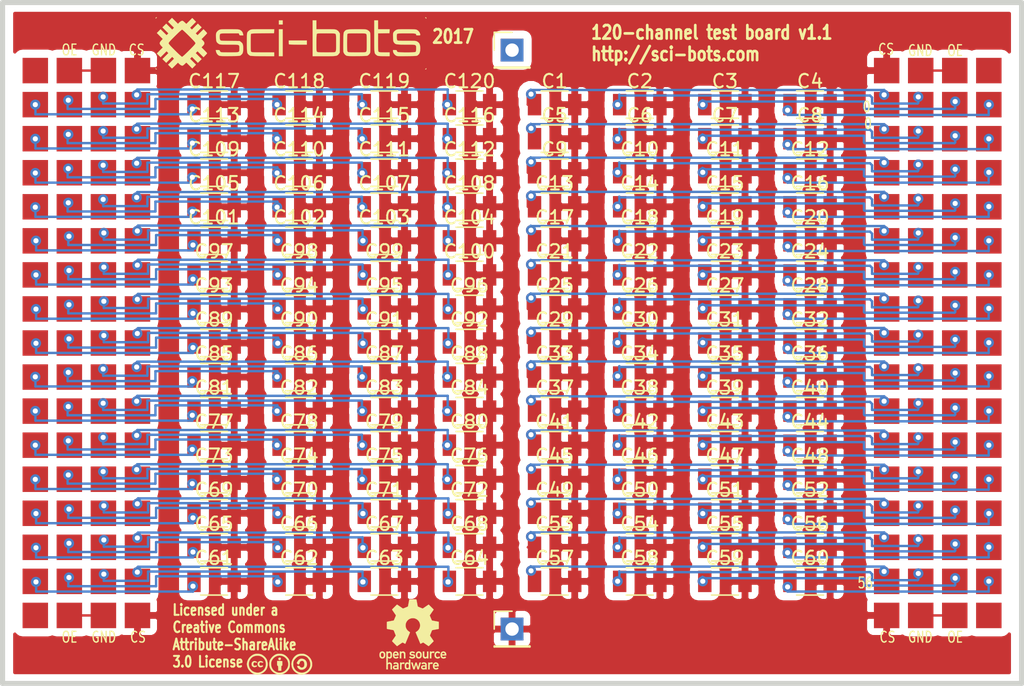
<source format=kicad_pcb>
(kicad_pcb (version 4) (host pcbnew 4.0.1-stable)
  (title_block (title "120-channel test board") (date 2017-04-12) (rev v1.1) (company "Sci-Bots Inc."))
  (layers (0 Front signal) (31 Back signal) (34 B.Paste user) (35 F.Paste user) (36 B.SilkS user) (37 F.SilkS user) (38 B.Mask user) (39 F.Mask user) (44 Edge.Cuts user))
  (net 0 "")
  (net 1 "Net-(C1-Pad1)")
  (net 2 "Net-(C2-Pad1)")
  (net 3 "Net-(C3-Pad1)")
  (net 4 "Net-(C4-Pad1)")
  (net 5 "Net-(C5-Pad1)")
  (net 6 "Net-(C6-Pad1)")
  (net 7 "Net-(C7-Pad1)")
  (net 8 "Net-(C8-Pad1)")
  (net 9 "Net-(C9-Pad1)")
  (net 10 "Net-(C10-Pad1)")
  (net 11 "Net-(C11-Pad1)")
  (net 12 "Net-(C12-Pad1)")
  (net 13 "Net-(C13-Pad1)")
  (net 14 "Net-(C14-Pad1)")
  (net 15 "Net-(C15-Pad1)")
  (net 16 "Net-(C16-Pad1)")
  (net 17 "Net-(C17-Pad1)")
  (net 18 "Net-(C18-Pad1)")
  (net 19 "Net-(C19-Pad1)")
  (net 20 "Net-(C20-Pad1)")
  (net 21 "Net-(C21-Pad1)")
  (net 22 "Net-(C22-Pad1)")
  (net 23 "Net-(C23-Pad1)")
  (net 24 "Net-(C24-Pad1)")
  (net 25 "Net-(C25-Pad1)")
  (net 26 "Net-(C26-Pad1)")
  (net 27 "Net-(C27-Pad1)")
  (net 28 "Net-(C28-Pad1)")
  (net 29 "Net-(C29-Pad1)")
  (net 30 "Net-(C30-Pad1)")
  (net 31 "Net-(C31-Pad1)")
  (net 32 "Net-(C32-Pad1)")
  (net 33 "Net-(C33-Pad1)")
  (net 34 "Net-(C34-Pad1)")
  (net 35 "Net-(C35-Pad1)")
  (net 36 "Net-(C36-Pad1)")
  (net 37 "Net-(C37-Pad1)")
  (net 38 "Net-(C38-Pad1)")
  (net 39 "Net-(C39-Pad1)")
  (net 40 "Net-(C40-Pad1)")
  (net 41 "Net-(C41-Pad1)")
  (net 42 "Net-(C42-Pad1)")
  (net 43 "Net-(C43-Pad1)")
  (net 44 "Net-(C44-Pad1)")
  (net 45 "Net-(C45-Pad1)")
  (net 46 "Net-(C46-Pad1)")
  (net 47 "Net-(C47-Pad1)")
  (net 48 "Net-(C48-Pad1)")
  (net 49 "Net-(C49-Pad1)")
  (net 50 "Net-(C50-Pad1)")
  (net 51 "Net-(C51-Pad1)")
  (net 52 "Net-(C52-Pad1)")
  (net 53 "Net-(C53-Pad1)")
  (net 54 "Net-(C54-Pad1)")
  (net 55 "Net-(C55-Pad1)")
  (net 56 "Net-(C56-Pad1)")
  (net 57 "Net-(C57-Pad1)")
  (net 58 "Net-(C58-Pad1)")
  (net 59 "Net-(C59-Pad1)")
  (net 60 "Net-(C60-Pad1)")
  (net 61 "Net-(C61-Pad1)")
  (net 62 "Net-(C62-Pad1)")
  (net 63 "Net-(C63-Pad1)")
  (net 64 "Net-(C64-Pad1)")
  (net 65 "Net-(C65-Pad1)")
  (net 66 "Net-(C66-Pad1)")
  (net 67 "Net-(C67-Pad1)")
  (net 68 "Net-(C68-Pad1)")
  (net 69 "Net-(C69-Pad1)")
  (net 70 "Net-(C70-Pad1)")
  (net 71 "Net-(C71-Pad1)")
  (net 72 "Net-(C72-Pad1)")
  (net 73 "Net-(C73-Pad1)")
  (net 74 "Net-(C74-Pad1)")
  (net 75 "Net-(C75-Pad1)")
  (net 76 "Net-(C76-Pad1)")
  (net 77 "Net-(C77-Pad1)")
  (net 78 "Net-(C78-Pad1)")
  (net 79 "Net-(C79-Pad1)")
  (net 80 "Net-(C80-Pad1)")
  (net 81 "Net-(C81-Pad1)")
  (net 82 "Net-(C82-Pad1)")
  (net 83 "Net-(C83-Pad1)")
  (net 84 "Net-(C84-Pad1)")
  (net 85 "Net-(C85-Pad1)")
  (net 86 "Net-(C86-Pad1)")
  (net 87 "Net-(C87-Pad1)")
  (net 88 "Net-(C88-Pad1)")
  (net 89 "Net-(C89-Pad1)")
  (net 90 "Net-(C90-Pad1)")
  (net 91 "Net-(C91-Pad1)")
  (net 92 "Net-(C92-Pad1)")
  (net 93 "Net-(C93-Pad1)")
  (net 94 "Net-(C94-Pad1)")
  (net 95 "Net-(C95-Pad1)")
  (net 96 "Net-(C96-Pad1)")
  (net 97 "Net-(C97-Pad1)")
  (net 98 "Net-(C98-Pad1)")
  (net 99 "Net-(C99-Pad1)")
  (net 100 "Net-(C100-Pad1)")
  (net 101 "Net-(C101-Pad1)")
  (net 102 "Net-(C102-Pad1)")
  (net 103 "Net-(C103-Pad1)")
  (net 104 "Net-(C104-Pad1)")
  (net 105 "Net-(C105-Pad1)")
  (net 106 "Net-(C106-Pad1)")
  (net 107 "Net-(C107-Pad1)")
  (net 108 "Net-(C108-Pad1)")
  (net 109 "Net-(C109-Pad1)")
  (net 110 "Net-(C110-Pad1)")
  (net 111 "Net-(C111-Pad1)")
  (net 112 "Net-(C112-Pad1)")
  (net 113 "Net-(C113-Pad1)")
  (net 114 "Net-(C114-Pad1)")
  (net 115 "Net-(C115-Pad1)")
  (net 116 "Net-(C116-Pad1)")
  (net 117 "Net-(C117-Pad1)")
  (net 118 "Net-(C118-Pad1)")
  (net 119 "Net-(C119-Pad1)")
  (net 120 "Net-(C120-Pad1)")
  (net 121 CUR_SENSE)
  (net 122 "Net-(P126-Pad1)")
  (net 123 "Net-(P128-Pad1)")
  (net 124 "Net-(P130-Pad1)")
  (net 125 "Net-(P132-Pad1)")
  (net 126 "Net-(P134-Pad1)")
  (net 127 "Net-(P135-Pad1)")
  (net 128 "Net-(P136-Pad1)")
  (net 129 "Net-(P137-Pad1)")
  (net 130 "Net-(P138-Pad1)")
  (module Capacitors_SMD:C_1206 (layer Front) (at 79.375 43.18)
    (fp_text reference C1 (at 0 -1.75) (layer F.SilkS))
    (fp_text value C)
    (pad 1 smd rect (at -1.5 0) (size 1 1.6) (layers Front F.Paste F.Mask) (net 1 "Net-(C1-Pad1)"))
    (pad 2 smd rect (at 1.5 0) (size 1 1.6) (layers Front F.Paste F.Mask) (net 121 CUR_SENSE))
  )
  (module Capacitors_SMD:C_1206 (layer Front) (at 85.725 43.18)
    (fp_text reference C2 (at 0 -1.75) (layer F.SilkS))
    (fp_text value C)
    (pad 1 smd rect (at -1.5 0) (size 1 1.6) (layers Front F.Paste F.Mask) (net 2 "Net-(C2-Pad1)"))
    (pad 2 smd rect (at 1.5 0) (size 1 1.6) (layers Front F.Paste F.Mask) (net 121 CUR_SENSE))
  )
  (module Capacitors_SMD:C_1206 (layer Front) (at 92.075 43.18)
    (fp_text reference C3 (at 0 -1.75) (layer F.SilkS))
    (fp_text value C)
    (pad 1 smd rect (at -1.5 0) (size 1 1.6) (layers Front F.Paste F.Mask) (net 3 "Net-(C3-Pad1)"))
    (pad 2 smd rect (at 1.5 0) (size 1 1.6) (layers Front F.Paste F.Mask) (net 121 CUR_SENSE))
  )
  (module Capacitors_SMD:C_1206 (layer Front) (at 98.425 43.18)
    (fp_text reference C4 (at 0 -1.75) (layer F.SilkS))
    (fp_text value C)
    (pad 1 smd rect (at -1.5 0) (size 1 1.6) (layers Front F.Paste F.Mask) (net 4 "Net-(C4-Pad1)"))
    (pad 2 smd rect (at 1.5 0) (size 1 1.6) (layers Front F.Paste F.Mask) (net 121 CUR_SENSE))
  )
  (module Capacitors_SMD:C_1206 (layer Front) (at 79.375 45.72)
    (fp_text reference C5 (at 0 -1.75) (layer F.SilkS))
    (fp_text value C)
    (pad 1 smd rect (at -1.5 0) (size 1 1.6) (layers Front F.Paste F.Mask) (net 5 "Net-(C5-Pad1)"))
    (pad 2 smd rect (at 1.5 0) (size 1 1.6) (layers Front F.Paste F.Mask) (net 121 CUR_SENSE))
  )
  (module Capacitors_SMD:C_1206 (layer Front) (at 85.725 45.72)
    (fp_text reference C6 (at 0 -1.75) (layer F.SilkS))
    (fp_text value C)
    (pad 1 smd rect (at -1.5 0) (size 1 1.6) (layers Front F.Paste F.Mask) (net 6 "Net-(C6-Pad1)"))
    (pad 2 smd rect (at 1.5 0) (size 1 1.6) (layers Front F.Paste F.Mask) (net 121 CUR_SENSE))
  )
  (module Capacitors_SMD:C_1206 (layer Front) (at 92.075 45.72)
    (fp_text reference C7 (at 0 -1.75) (layer F.SilkS))
    (fp_text value C)
    (pad 1 smd rect (at -1.5 0) (size 1 1.6) (layers Front F.Paste F.Mask) (net 7 "Net-(C7-Pad1)"))
    (pad 2 smd rect (at 1.5 0) (size 1 1.6) (layers Front F.Paste F.Mask) (net 121 CUR_SENSE))
  )
  (module Capacitors_SMD:C_1206 (layer Front) (at 98.425 45.72)
    (fp_text reference C8 (at 0 -1.75) (layer F.SilkS))
    (fp_text value C)
    (pad 1 smd rect (at -1.5 0) (size 1 1.6) (layers Front F.Paste F.Mask) (net 8 "Net-(C8-Pad1)"))
    (pad 2 smd rect (at 1.5 0) (size 1 1.6) (layers Front F.Paste F.Mask) (net 121 CUR_SENSE))
  )
  (module Capacitors_SMD:C_1206 (layer Front) (at 79.375 48.26)
    (fp_text reference C9 (at 0 -1.75) (layer F.SilkS))
    (fp_text value C)
    (pad 1 smd rect (at -1.5 0) (size 1 1.6) (layers Front F.Paste F.Mask) (net 9 "Net-(C9-Pad1)"))
    (pad 2 smd rect (at 1.5 0) (size 1 1.6) (layers Front F.Paste F.Mask) (net 121 CUR_SENSE))
  )
  (module Capacitors_SMD:C_1206 (layer Front) (at 85.725 48.26)
    (fp_text reference C10 (at 0 -1.75) (layer F.SilkS))
    (fp_text value C)
    (pad 1 smd rect (at -1.5 0) (size 1 1.6) (layers Front F.Paste F.Mask) (net 10 "Net-(C10-Pad1)"))
    (pad 2 smd rect (at 1.5 0) (size 1 1.6) (layers Front F.Paste F.Mask) (net 121 CUR_SENSE))
  )
  (module Capacitors_SMD:C_1206 (layer Front) (at 92.075 48.26)
    (fp_text reference C11 (at 0 -1.75) (layer F.SilkS))
    (fp_text value C)
    (pad 1 smd rect (at -1.5 0) (size 1 1.6) (layers Front F.Paste F.Mask) (net 11 "Net-(C11-Pad1)"))
    (pad 2 smd rect (at 1.5 0) (size 1 1.6) (layers Front F.Paste F.Mask) (net 121 CUR_SENSE))
  )
  (module Capacitors_SMD:C_1206 (layer Front) (at 98.425 48.26)
    (fp_text reference C12 (at 0 -1.75) (layer F.SilkS))
    (fp_text value C)
    (pad 1 smd rect (at -1.5 0) (size 1 1.6) (layers Front F.Paste F.Mask) (net 12 "Net-(C12-Pad1)"))
    (pad 2 smd rect (at 1.5 0) (size 1 1.6) (layers Front F.Paste F.Mask) (net 121 CUR_SENSE))
  )
  (module Capacitors_SMD:C_1206 (layer Front) (at 79.375 50.8)
    (fp_text reference C13 (at 0 -1.75) (layer F.SilkS))
    (fp_text value C)
    (pad 1 smd rect (at -1.5 0) (size 1 1.6) (layers Front F.Paste F.Mask) (net 13 "Net-(C13-Pad1)"))
    (pad 2 smd rect (at 1.5 0) (size 1 1.6) (layers Front F.Paste F.Mask) (net 121 CUR_SENSE))
  )
  (module Capacitors_SMD:C_1206 (layer Front) (at 85.725 50.8)
    (fp_text reference C14 (at 0 -1.75) (layer F.SilkS))
    (fp_text value C)
    (pad 1 smd rect (at -1.5 0) (size 1 1.6) (layers Front F.Paste F.Mask) (net 14 "Net-(C14-Pad1)"))
    (pad 2 smd rect (at 1.5 0) (size 1 1.6) (layers Front F.Paste F.Mask) (net 121 CUR_SENSE))
  )
  (module Capacitors_SMD:C_1206 (layer Front) (at 92.075 50.8)
    (fp_text reference C15 (at 0 -1.75) (layer F.SilkS))
    (fp_text value C)
    (pad 1 smd rect (at -1.5 0) (size 1 1.6) (layers Front F.Paste F.Mask) (net 15 "Net-(C15-Pad1)"))
    (pad 2 smd rect (at 1.5 0) (size 1 1.6) (layers Front F.Paste F.Mask) (net 121 CUR_SENSE))
  )
  (module Capacitors_SMD:C_1206 (layer Front) (at 98.425 50.8)
    (fp_text reference C16 (at 0 -1.75) (layer F.SilkS))
    (fp_text value C)
    (pad 1 smd rect (at -1.5 0) (size 1 1.6) (layers Front F.Paste F.Mask) (net 16 "Net-(C16-Pad1)"))
    (pad 2 smd rect (at 1.5 0) (size 1 1.6) (layers Front F.Paste F.Mask) (net 121 CUR_SENSE))
  )
  (module Capacitors_SMD:C_1206 (layer Front) (at 79.375 53.34)
    (fp_text reference C17 (at 0 -1.75) (layer F.SilkS))
    (fp_text value C)
    (pad 1 smd rect (at -1.5 0) (size 1 1.6) (layers Front F.Paste F.Mask) (net 17 "Net-(C17-Pad1)"))
    (pad 2 smd rect (at 1.5 0) (size 1 1.6) (layers Front F.Paste F.Mask) (net 121 CUR_SENSE))
  )
  (module Capacitors_SMD:C_1206 (layer Front) (at 85.725 53.34)
    (fp_text reference C18 (at 0 -1.75) (layer F.SilkS))
    (fp_text value C)
    (pad 1 smd rect (at -1.5 0) (size 1 1.6) (layers Front F.Paste F.Mask) (net 18 "Net-(C18-Pad1)"))
    (pad 2 smd rect (at 1.5 0) (size 1 1.6) (layers Front F.Paste F.Mask) (net 121 CUR_SENSE))
  )
  (module Capacitors_SMD:C_1206 (layer Front) (at 92.075 53.34)
    (fp_text reference C19 (at 0 -1.75) (layer F.SilkS))
    (fp_text value C)
    (pad 1 smd rect (at -1.5 0) (size 1 1.6) (layers Front F.Paste F.Mask) (net 19 "Net-(C19-Pad1)"))
    (pad 2 smd rect (at 1.5 0) (size 1 1.6) (layers Front F.Paste F.Mask) (net 121 CUR_SENSE))
  )
  (module Capacitors_SMD:C_1206 (layer Front) (at 98.425 53.34)
    (fp_text reference C20 (at 0 -1.75) (layer F.SilkS))
    (fp_text value C)
    (pad 1 smd rect (at -1.5 0) (size 1 1.6) (layers Front F.Paste F.Mask) (net 20 "Net-(C20-Pad1)"))
    (pad 2 smd rect (at 1.5 0) (size 1 1.6) (layers Front F.Paste F.Mask) (net 121 CUR_SENSE))
  )
  (module Capacitors_SMD:C_1206 (layer Front) (at 79.375 55.88)
    (fp_text reference C21 (at 0 -1.75) (layer F.SilkS))
    (fp_text value C)
    (pad 1 smd rect (at -1.5 0) (size 1 1.6) (layers Front F.Paste F.Mask) (net 21 "Net-(C21-Pad1)"))
    (pad 2 smd rect (at 1.5 0) (size 1 1.6) (layers Front F.Paste F.Mask) (net 121 CUR_SENSE))
  )
  (module Capacitors_SMD:C_1206 (layer Front) (at 85.725 55.88)
    (fp_text reference C22 (at 0 -1.75) (layer F.SilkS))
    (fp_text value C)
    (pad 1 smd rect (at -1.5 0) (size 1 1.6) (layers Front F.Paste F.Mask) (net 22 "Net-(C22-Pad1)"))
    (pad 2 smd rect (at 1.5 0) (size 1 1.6) (layers Front F.Paste F.Mask) (net 121 CUR_SENSE))
  )
  (module Capacitors_SMD:C_1206 (layer Front) (at 92.075 55.88)
    (fp_text reference C23 (at 0 -1.75) (layer F.SilkS))
    (fp_text value C)
    (pad 1 smd rect (at -1.5 0) (size 1 1.6) (layers Front F.Paste F.Mask) (net 23 "Net-(C23-Pad1)"))
    (pad 2 smd rect (at 1.5 0) (size 1 1.6) (layers Front F.Paste F.Mask) (net 121 CUR_SENSE))
  )
  (module Capacitors_SMD:C_1206 (layer Front) (at 98.425 55.88)
    (fp_text reference C24 (at 0 -1.75) (layer F.SilkS))
    (fp_text value C)
    (pad 1 smd rect (at -1.5 0) (size 1 1.6) (layers Front F.Paste F.Mask) (net 24 "Net-(C24-Pad1)"))
    (pad 2 smd rect (at 1.5 0) (size 1 1.6) (layers Front F.Paste F.Mask) (net 121 CUR_SENSE))
  )
  (module Capacitors_SMD:C_1206 (layer Front) (at 79.375 58.42)
    (fp_text reference C25 (at 0 -1.75) (layer F.SilkS))
    (fp_text value C)
    (pad 1 smd rect (at -1.5 0) (size 1 1.6) (layers Front F.Paste F.Mask) (net 25 "Net-(C25-Pad1)"))
    (pad 2 smd rect (at 1.5 0) (size 1 1.6) (layers Front F.Paste F.Mask) (net 121 CUR_SENSE))
  )
  (module Capacitors_SMD:C_1206 (layer Front) (at 85.725 58.42)
    (fp_text reference C26 (at 0 -1.75) (layer F.SilkS))
    (fp_text value C)
    (pad 1 smd rect (at -1.5 0) (size 1 1.6) (layers Front F.Paste F.Mask) (net 26 "Net-(C26-Pad1)"))
    (pad 2 smd rect (at 1.5 0) (size 1 1.6) (layers Front F.Paste F.Mask) (net 121 CUR_SENSE))
  )
  (module Capacitors_SMD:C_1206 (layer Front) (at 92.075 58.42)
    (fp_text reference C27 (at 0 -1.75) (layer F.SilkS))
    (fp_text value C)
    (pad 1 smd rect (at -1.5 0) (size 1 1.6) (layers Front F.Paste F.Mask) (net 27 "Net-(C27-Pad1)"))
    (pad 2 smd rect (at 1.5 0) (size 1 1.6) (layers Front F.Paste F.Mask) (net 121 CUR_SENSE))
  )
  (module Capacitors_SMD:C_1206 (layer Front) (at 98.425 58.42)
    (fp_text reference C28 (at 0 -1.75) (layer F.SilkS))
    (fp_text value C)
    (pad 1 smd rect (at -1.5 0) (size 1 1.6) (layers Front F.Paste F.Mask) (net 28 "Net-(C28-Pad1)"))
    (pad 2 smd rect (at 1.5 0) (size 1 1.6) (layers Front F.Paste F.Mask) (net 121 CUR_SENSE))
  )
  (module Capacitors_SMD:C_1206 (layer Front) (at 79.375 60.96)
    (fp_text reference C29 (at 0 -1.75) (layer F.SilkS))
    (fp_text value C)
    (pad 1 smd rect (at -1.5 0) (size 1 1.6) (layers Front F.Paste F.Mask) (net 29 "Net-(C29-Pad1)"))
    (pad 2 smd rect (at 1.5 0) (size 1 1.6) (layers Front F.Paste F.Mask) (net 121 CUR_SENSE))
  )
  (module Capacitors_SMD:C_1206 (layer Front) (at 85.725 60.96)
    (fp_text reference C30 (at 0 -1.75) (layer F.SilkS))
    (fp_text value C)
    (pad 1 smd rect (at -1.5 0) (size 1 1.6) (layers Front F.Paste F.Mask) (net 30 "Net-(C30-Pad1)"))
    (pad 2 smd rect (at 1.5 0) (size 1 1.6) (layers Front F.Paste F.Mask) (net 121 CUR_SENSE))
  )
  (module Capacitors_SMD:C_1206 (layer Front) (at 92.075 60.96)
    (fp_text reference C31 (at 0 -1.75) (layer F.SilkS))
    (fp_text value C)
    (pad 1 smd rect (at -1.5 0) (size 1 1.6) (layers Front F.Paste F.Mask) (net 31 "Net-(C31-Pad1)"))
    (pad 2 smd rect (at 1.5 0) (size 1 1.6) (layers Front F.Paste F.Mask) (net 121 CUR_SENSE))
  )
  (module Capacitors_SMD:C_1206 (layer Front) (at 98.425 60.96)
    (fp_text reference C32 (at 0 -1.75) (layer F.SilkS))
    (fp_text value C)
    (pad 1 smd rect (at -1.5 0) (size 1 1.6) (layers Front F.Paste F.Mask) (net 32 "Net-(C32-Pad1)"))
    (pad 2 smd rect (at 1.5 0) (size 1 1.6) (layers Front F.Paste F.Mask) (net 121 CUR_SENSE))
  )
  (module Capacitors_SMD:C_1206 (layer Front) (at 79.375 63.5)
    (fp_text reference C33 (at 0 -1.75) (layer F.SilkS))
    (fp_text value C)
    (pad 1 smd rect (at -1.5 0) (size 1 1.6) (layers Front F.Paste F.Mask) (net 33 "Net-(C33-Pad1)"))
    (pad 2 smd rect (at 1.5 0) (size 1 1.6) (layers Front F.Paste F.Mask) (net 121 CUR_SENSE))
  )
  (module Capacitors_SMD:C_1206 (layer Front) (at 85.725 63.5)
    (fp_text reference C34 (at 0 -1.75) (layer F.SilkS))
    (fp_text value C)
    (pad 1 smd rect (at -1.5 0) (size 1 1.6) (layers Front F.Paste F.Mask) (net 34 "Net-(C34-Pad1)"))
    (pad 2 smd rect (at 1.5 0) (size 1 1.6) (layers Front F.Paste F.Mask) (net 121 CUR_SENSE))
  )
  (module Capacitors_SMD:C_1206 (layer Front) (at 92.075 63.5)
    (fp_text reference C35 (at 0 -1.75) (layer F.SilkS))
    (fp_text value C)
    (pad 1 smd rect (at -1.5 0) (size 1 1.6) (layers Front F.Paste F.Mask) (net 35 "Net-(C35-Pad1)"))
    (pad 2 smd rect (at 1.5 0) (size 1 1.6) (layers Front F.Paste F.Mask) (net 121 CUR_SENSE))
  )
  (module Capacitors_SMD:C_1206 (layer Front) (at 98.425 63.5)
    (fp_text reference C36 (at 0 -1.75) (layer F.SilkS))
    (fp_text value C)
    (pad 1 smd rect (at -1.5 0) (size 1 1.6) (layers Front F.Paste F.Mask) (net 36 "Net-(C36-Pad1)"))
    (pad 2 smd rect (at 1.5 0) (size 1 1.6) (layers Front F.Paste F.Mask) (net 121 CUR_SENSE))
  )
  (module Capacitors_SMD:C_1206 (layer Front) (at 79.375 66.04)
    (fp_text reference C37 (at 0 -1.75) (layer F.SilkS))
    (fp_text value C)
    (pad 1 smd rect (at -1.5 0) (size 1 1.6) (layers Front F.Paste F.Mask) (net 37 "Net-(C37-Pad1)"))
    (pad 2 smd rect (at 1.5 0) (size 1 1.6) (layers Front F.Paste F.Mask) (net 121 CUR_SENSE))
  )
  (module Capacitors_SMD:C_1206 (layer Front) (at 85.725 66.04)
    (fp_text reference C38 (at 0 -1.75) (layer F.SilkS))
    (fp_text value C)
    (pad 1 smd rect (at -1.5 0) (size 1 1.6) (layers Front F.Paste F.Mask) (net 38 "Net-(C38-Pad1)"))
    (pad 2 smd rect (at 1.5 0) (size 1 1.6) (layers Front F.Paste F.Mask) (net 121 CUR_SENSE))
  )
  (module Capacitors_SMD:C_1206 (layer Front) (at 92.075 66.04)
    (fp_text reference C39 (at 0 -1.75) (layer F.SilkS))
    (fp_text value C)
    (pad 1 smd rect (at -1.5 0) (size 1 1.6) (layers Front F.Paste F.Mask) (net 39 "Net-(C39-Pad1)"))
    (pad 2 smd rect (at 1.5 0) (size 1 1.6) (layers Front F.Paste F.Mask) (net 121 CUR_SENSE))
  )
  (module Capacitors_SMD:C_1206 (layer Front) (at 98.425 66.04)
    (fp_text reference C40 (at 0 -1.75) (layer F.SilkS))
    (fp_text value C)
    (pad 1 smd rect (at -1.5 0) (size 1 1.6) (layers Front F.Paste F.Mask) (net 40 "Net-(C40-Pad1)"))
    (pad 2 smd rect (at 1.5 0) (size 1 1.6) (layers Front F.Paste F.Mask) (net 121 CUR_SENSE))
  )
  (module Capacitors_SMD:C_1206 (layer Front) (at 79.375 68.58)
    (fp_text reference C41 (at 0 -1.75) (layer F.SilkS))
    (fp_text value C)
    (pad 1 smd rect (at -1.5 0) (size 1 1.6) (layers Front F.Paste F.Mask) (net 41 "Net-(C41-Pad1)"))
    (pad 2 smd rect (at 1.5 0) (size 1 1.6) (layers Front F.Paste F.Mask) (net 121 CUR_SENSE))
  )
  (module Capacitors_SMD:C_1206 (layer Front) (at 85.725 68.58)
    (fp_text reference C42 (at 0 -1.75) (layer F.SilkS))
    (fp_text value C)
    (pad 1 smd rect (at -1.5 0) (size 1 1.6) (layers Front F.Paste F.Mask) (net 42 "Net-(C42-Pad1)"))
    (pad 2 smd rect (at 1.5 0) (size 1 1.6) (layers Front F.Paste F.Mask) (net 121 CUR_SENSE))
  )
  (module Capacitors_SMD:C_1206 (layer Front) (at 92.075 68.58)
    (fp_text reference C43 (at 0 -1.75) (layer F.SilkS))
    (fp_text value C)
    (pad 1 smd rect (at -1.5 0) (size 1 1.6) (layers Front F.Paste F.Mask) (net 43 "Net-(C43-Pad1)"))
    (pad 2 smd rect (at 1.5 0) (size 1 1.6) (layers Front F.Paste F.Mask) (net 121 CUR_SENSE))
  )
  (module Capacitors_SMD:C_1206 (layer Front) (at 98.425 68.58)
    (fp_text reference C44 (at 0 -1.75) (layer F.SilkS))
    (fp_text value C)
    (pad 1 smd rect (at -1.5 0) (size 1 1.6) (layers Front F.Paste F.Mask) (net 44 "Net-(C44-Pad1)"))
    (pad 2 smd rect (at 1.5 0) (size 1 1.6) (layers Front F.Paste F.Mask) (net 121 CUR_SENSE))
  )
  (module Capacitors_SMD:C_1206 (layer Front) (at 79.375 71.12)
    (fp_text reference C45 (at 0 -1.75) (layer F.SilkS))
    (fp_text value C)
    (pad 1 smd rect (at -1.5 0) (size 1 1.6) (layers Front F.Paste F.Mask) (net 45 "Net-(C45-Pad1)"))
    (pad 2 smd rect (at 1.5 0) (size 1 1.6) (layers Front F.Paste F.Mask) (net 121 CUR_SENSE))
  )
  (module Capacitors_SMD:C_1206 (layer Front) (at 85.725 71.12)
    (fp_text reference C46 (at 0 -1.75) (layer F.SilkS))
    (fp_text value C)
    (pad 1 smd rect (at -1.5 0) (size 1 1.6) (layers Front F.Paste F.Mask) (net 46 "Net-(C46-Pad1)"))
    (pad 2 smd rect (at 1.5 0) (size 1 1.6) (layers Front F.Paste F.Mask) (net 121 CUR_SENSE))
  )
  (module Capacitors_SMD:C_1206 (layer Front) (at 92.075 71.12)
    (fp_text reference C47 (at 0 -1.75) (layer F.SilkS))
    (fp_text value C)
    (pad 1 smd rect (at -1.5 0) (size 1 1.6) (layers Front F.Paste F.Mask) (net 47 "Net-(C47-Pad1)"))
    (pad 2 smd rect (at 1.5 0) (size 1 1.6) (layers Front F.Paste F.Mask) (net 121 CUR_SENSE))
  )
  (module Capacitors_SMD:C_1206 (layer Front) (at 98.425 71.12)
    (fp_text reference C48 (at 0 -1.75) (layer F.SilkS))
    (fp_text value C)
    (pad 1 smd rect (at -1.5 0) (size 1 1.6) (layers Front F.Paste F.Mask) (net 48 "Net-(C48-Pad1)"))
    (pad 2 smd rect (at 1.5 0) (size 1 1.6) (layers Front F.Paste F.Mask) (net 121 CUR_SENSE))
  )
  (module Capacitors_SMD:C_1206 (layer Front) (at 79.375 73.66)
    (fp_text reference C49 (at 0 -1.75) (layer F.SilkS))
    (fp_text value C)
    (pad 1 smd rect (at -1.5 0) (size 1 1.6) (layers Front F.Paste F.Mask) (net 49 "Net-(C49-Pad1)"))
    (pad 2 smd rect (at 1.5 0) (size 1 1.6) (layers Front F.Paste F.Mask) (net 121 CUR_SENSE))
  )
  (module Capacitors_SMD:C_1206 (layer Front) (at 85.725 73.66)
    (fp_text reference C50 (at 0 -1.75) (layer F.SilkS))
    (fp_text value C)
    (pad 1 smd rect (at -1.5 0) (size 1 1.6) (layers Front F.Paste F.Mask) (net 50 "Net-(C50-Pad1)"))
    (pad 2 smd rect (at 1.5 0) (size 1 1.6) (layers Front F.Paste F.Mask) (net 121 CUR_SENSE))
  )
  (module Capacitors_SMD:C_1206 (layer Front) (at 92.075 73.66)
    (fp_text reference C51 (at 0 -1.75) (layer F.SilkS))
    (fp_text value C)
    (pad 1 smd rect (at -1.5 0) (size 1 1.6) (layers Front F.Paste F.Mask) (net 51 "Net-(C51-Pad1)"))
    (pad 2 smd rect (at 1.5 0) (size 1 1.6) (layers Front F.Paste F.Mask) (net 121 CUR_SENSE))
  )
  (module Capacitors_SMD:C_1206 (layer Front) (at 98.425 73.66)
    (fp_text reference C52 (at 0 -1.75) (layer F.SilkS))
    (fp_text value C)
    (pad 1 smd rect (at -1.5 0) (size 1 1.6) (layers Front F.Paste F.Mask) (net 52 "Net-(C52-Pad1)"))
    (pad 2 smd rect (at 1.5 0) (size 1 1.6) (layers Front F.Paste F.Mask) (net 121 CUR_SENSE))
  )
  (module Capacitors_SMD:C_1206 (layer Front) (at 79.375 76.2)
    (fp_text reference C53 (at 0 -1.75) (layer F.SilkS))
    (fp_text value C)
    (pad 1 smd rect (at -1.5 0) (size 1 1.6) (layers Front F.Paste F.Mask) (net 53 "Net-(C53-Pad1)"))
    (pad 2 smd rect (at 1.5 0) (size 1 1.6) (layers Front F.Paste F.Mask) (net 121 CUR_SENSE))
  )
  (module Capacitors_SMD:C_1206 (layer Front) (at 85.725 76.2)
    (fp_text reference C54 (at 0 -1.75) (layer F.SilkS))
    (fp_text value C)
    (pad 1 smd rect (at -1.5 0) (size 1 1.6) (layers Front F.Paste F.Mask) (net 54 "Net-(C54-Pad1)"))
    (pad 2 smd rect (at 1.5 0) (size 1 1.6) (layers Front F.Paste F.Mask) (net 121 CUR_SENSE))
  )
  (module Capacitors_SMD:C_1206 (layer Front) (at 92.075 76.2)
    (fp_text reference C55 (at 0 -1.75) (layer F.SilkS))
    (fp_text value C)
    (pad 1 smd rect (at -1.5 0) (size 1 1.6) (layers Front F.Paste F.Mask) (net 55 "Net-(C55-Pad1)"))
    (pad 2 smd rect (at 1.5 0) (size 1 1.6) (layers Front F.Paste F.Mask) (net 121 CUR_SENSE))
  )
  (module Capacitors_SMD:C_1206 (layer Front) (at 98.425 76.2)
    (fp_text reference C56 (at 0 -1.75) (layer F.SilkS))
    (fp_text value C)
    (pad 1 smd rect (at -1.5 0) (size 1 1.6) (layers Front F.Paste F.Mask) (net 56 "Net-(C56-Pad1)"))
    (pad 2 smd rect (at 1.5 0) (size 1 1.6) (layers Front F.Paste F.Mask) (net 121 CUR_SENSE))
  )
  (module Capacitors_SMD:C_1206 (layer Front) (at 79.375 78.74)
    (fp_text reference C57 (at 0 -1.75) (layer F.SilkS))
    (fp_text value C)
    (pad 1 smd rect (at -1.5 0) (size 1 1.6) (layers Front F.Paste F.Mask) (net 57 "Net-(C57-Pad1)"))
    (pad 2 smd rect (at 1.5 0) (size 1 1.6) (layers Front F.Paste F.Mask) (net 121 CUR_SENSE))
  )
  (module Capacitors_SMD:C_1206 (layer Front) (at 85.725 78.74)
    (fp_text reference C58 (at 0 -1.75) (layer F.SilkS))
    (fp_text value C)
    (pad 1 smd rect (at -1.5 0) (size 1 1.6) (layers Front F.Paste F.Mask) (net 58 "Net-(C58-Pad1)"))
    (pad 2 smd rect (at 1.5 0) (size 1 1.6) (layers Front F.Paste F.Mask) (net 121 CUR_SENSE))
  )
  (module Capacitors_SMD:C_1206 (layer Front) (at 92.075 78.74)
    (fp_text reference C59 (at 0 -1.75) (layer F.SilkS))
    (fp_text value C)
    (pad 1 smd rect (at -1.5 0) (size 1 1.6) (layers Front F.Paste F.Mask) (net 59 "Net-(C59-Pad1)"))
    (pad 2 smd rect (at 1.5 0) (size 1 1.6) (layers Front F.Paste F.Mask) (net 121 CUR_SENSE))
  )
  (module Capacitors_SMD:C_1206 (layer Front) (at 98.425 78.74)
    (fp_text reference C60 (at 0 -1.75) (layer F.SilkS))
    (fp_text value C)
    (pad 1 smd rect (at -1.5 0) (size 1 1.6) (layers Front F.Paste F.Mask) (net 60 "Net-(C60-Pad1)"))
    (pad 2 smd rect (at 1.5 0) (size 1 1.6) (layers Front F.Paste F.Mask) (net 121 CUR_SENSE))
  )
  (module Capacitors_SMD:C_1206 (layer Front) (at 53.975 78.74)
    (fp_text reference C61 (at 0 -1.75) (layer F.SilkS))
    (fp_text value C)
    (pad 1 smd rect (at -1.5 0) (size 1 1.6) (layers Front F.Paste F.Mask) (net 61 "Net-(C61-Pad1)"))
    (pad 2 smd rect (at 1.5 0) (size 1 1.6) (layers Front F.Paste F.Mask) (net 121 CUR_SENSE))
  )
  (module Capacitors_SMD:C_1206 (layer Front) (at 60.325 78.74)
    (fp_text reference C62 (at 0 -1.75) (layer F.SilkS))
    (fp_text value C)
    (pad 1 smd rect (at -1.5 0) (size 1 1.6) (layers Front F.Paste F.Mask) (net 62 "Net-(C62-Pad1)"))
    (pad 2 smd rect (at 1.5 0) (size 1 1.6) (layers Front F.Paste F.Mask) (net 121 CUR_SENSE))
  )
  (module Capacitors_SMD:C_1206 (layer Front) (at 66.675 78.74)
    (fp_text reference C63 (at 0 -1.75) (layer F.SilkS))
    (fp_text value C)
    (pad 1 smd rect (at -1.5 0) (size 1 1.6) (layers Front F.Paste F.Mask) (net 63 "Net-(C63-Pad1)"))
    (pad 2 smd rect (at 1.5 0) (size 1 1.6) (layers Front F.Paste F.Mask) (net 121 CUR_SENSE))
  )
  (module Capacitors_SMD:C_1206 (layer Front) (at 73.025 78.74)
    (fp_text reference C64 (at 0 -1.75) (layer F.SilkS))
    (fp_text value C)
    (pad 1 smd rect (at -1.5 0) (size 1 1.6) (layers Front F.Paste F.Mask) (net 64 "Net-(C64-Pad1)"))
    (pad 2 smd rect (at 1.5 0) (size 1 1.6) (layers Front F.Paste F.Mask) (net 121 CUR_SENSE))
  )
  (module Capacitors_SMD:C_1206 (layer Front) (at 53.975 76.2)
    (fp_text reference C65 (at 0 -1.75) (layer F.SilkS))
    (fp_text value C)
    (pad 1 smd rect (at -1.5 0) (size 1 1.6) (layers Front F.Paste F.Mask) (net 65 "Net-(C65-Pad1)"))
    (pad 2 smd rect (at 1.5 0) (size 1 1.6) (layers Front F.Paste F.Mask) (net 121 CUR_SENSE))
  )
  (module Capacitors_SMD:C_1206 (layer Front) (at 60.325 76.2)
    (fp_text reference C66 (at 0 -1.75) (layer F.SilkS))
    (fp_text value C)
    (pad 1 smd rect (at -1.5 0) (size 1 1.6) (layers Front F.Paste F.Mask) (net 66 "Net-(C66-Pad1)"))
    (pad 2 smd rect (at 1.5 0) (size 1 1.6) (layers Front F.Paste F.Mask) (net 121 CUR_SENSE))
  )
  (module Capacitors_SMD:C_1206 (layer Front) (at 66.675 76.2)
    (fp_text reference C67 (at 0 -1.75) (layer F.SilkS))
    (fp_text value C)
    (pad 1 smd rect (at -1.5 0) (size 1 1.6) (layers Front F.Paste F.Mask) (net 67 "Net-(C67-Pad1)"))
    (pad 2 smd rect (at 1.5 0) (size 1 1.6) (layers Front F.Paste F.Mask) (net 121 CUR_SENSE))
  )
  (module Capacitors_SMD:C_1206 (layer Front) (at 73.025 76.2)
    (fp_text reference C68 (at 0 -1.75) (layer F.SilkS))
    (fp_text value C)
    (pad 1 smd rect (at -1.5 0) (size 1 1.6) (layers Front F.Paste F.Mask) (net 68 "Net-(C68-Pad1)"))
    (pad 2 smd rect (at 1.5 0) (size 1 1.6) (layers Front F.Paste F.Mask) (net 121 CUR_SENSE))
  )
  (module Capacitors_SMD:C_1206 (layer Front) (at 53.975 73.66)
    (fp_text reference C69 (at 0 -1.75) (layer F.SilkS))
    (fp_text value C)
    (pad 1 smd rect (at -1.5 0) (size 1 1.6) (layers Front F.Paste F.Mask) (net 69 "Net-(C69-Pad1)"))
    (pad 2 smd rect (at 1.5 0) (size 1 1.6) (layers Front F.Paste F.Mask) (net 121 CUR_SENSE))
  )
  (module Capacitors_SMD:C_1206 (layer Front) (at 60.325 73.66)
    (fp_text reference C70 (at 0 -1.75) (layer F.SilkS))
    (fp_text value C)
    (pad 1 smd rect (at -1.5 0) (size 1 1.6) (layers Front F.Paste F.Mask) (net 70 "Net-(C70-Pad1)"))
    (pad 2 smd rect (at 1.5 0) (size 1 1.6) (layers Front F.Paste F.Mask) (net 121 CUR_SENSE))
  )
  (module Capacitors_SMD:C_1206 (layer Front) (at 66.675 73.66)
    (fp_text reference C71 (at 0 -1.75) (layer F.SilkS))
    (fp_text value C)
    (pad 1 smd rect (at -1.5 0) (size 1 1.6) (layers Front F.Paste F.Mask) (net 71 "Net-(C71-Pad1)"))
    (pad 2 smd rect (at 1.5 0) (size 1 1.6) (layers Front F.Paste F.Mask) (net 121 CUR_SENSE))
  )
  (module Capacitors_SMD:C_1206 (layer Front) (at 73.025 73.66)
    (fp_text reference C72 (at 0 -1.75) (layer F.SilkS))
    (fp_text value C)
    (pad 1 smd rect (at -1.5 0) (size 1 1.6) (layers Front F.Paste F.Mask) (net 72 "Net-(C72-Pad1)"))
    (pad 2 smd rect (at 1.5 0) (size 1 1.6) (layers Front F.Paste F.Mask) (net 121 CUR_SENSE))
  )
  (module Capacitors_SMD:C_1206 (layer Front) (at 53.975 71.12)
    (fp_text reference C73 (at 0 -1.75) (layer F.SilkS))
    (fp_text value C)
    (pad 1 smd rect (at -1.5 0) (size 1 1.6) (layers Front F.Paste F.Mask) (net 73 "Net-(C73-Pad1)"))
    (pad 2 smd rect (at 1.5 0) (size 1 1.6) (layers Front F.Paste F.Mask) (net 121 CUR_SENSE))
  )
  (module Capacitors_SMD:C_1206 (layer Front) (at 60.325 71.12)
    (fp_text reference C74 (at 0 -1.75) (layer F.SilkS))
    (fp_text value C)
    (pad 1 smd rect (at -1.5 0) (size 1 1.6) (layers Front F.Paste F.Mask) (net 74 "Net-(C74-Pad1)"))
    (pad 2 smd rect (at 1.5 0) (size 1 1.6) (layers Front F.Paste F.Mask) (net 121 CUR_SENSE))
  )
  (module Capacitors_SMD:C_1206 (layer Front) (at 66.675 71.12)
    (fp_text reference C75 (at 0 -1.75) (layer F.SilkS))
    (fp_text value C)
    (pad 1 smd rect (at -1.5 0) (size 1 1.6) (layers Front F.Paste F.Mask) (net 75 "Net-(C75-Pad1)"))
    (pad 2 smd rect (at 1.5 0) (size 1 1.6) (layers Front F.Paste F.Mask) (net 121 CUR_SENSE))
  )
  (module Capacitors_SMD:C_1206 (layer Front) (at 73.025 71.12)
    (fp_text reference C76 (at 0 -1.75) (layer F.SilkS))
    (fp_text value C)
    (pad 1 smd rect (at -1.5 0) (size 1 1.6) (layers Front F.Paste F.Mask) (net 76 "Net-(C76-Pad1)"))
    (pad 2 smd rect (at 1.5 0) (size 1 1.6) (layers Front F.Paste F.Mask) (net 121 CUR_SENSE))
  )
  (module Capacitors_SMD:C_1206 (layer Front) (at 53.975 68.58)
    (fp_text reference C77 (at 0 -1.75) (layer F.SilkS))
    (fp_text value C)
    (pad 1 smd rect (at -1.5 0) (size 1 1.6) (layers Front F.Paste F.Mask) (net 77 "Net-(C77-Pad1)"))
    (pad 2 smd rect (at 1.5 0) (size 1 1.6) (layers Front F.Paste F.Mask) (net 121 CUR_SENSE))
  )
  (module Capacitors_SMD:C_1206 (layer Front) (at 60.325 68.58)
    (fp_text reference C78 (at 0 -1.75) (layer F.SilkS))
    (fp_text value C)
    (pad 1 smd rect (at -1.5 0) (size 1 1.6) (layers Front F.Paste F.Mask) (net 78 "Net-(C78-Pad1)"))
    (pad 2 smd rect (at 1.5 0) (size 1 1.6) (layers Front F.Paste F.Mask) (net 121 CUR_SENSE))
  )
  (module Capacitors_SMD:C_1206 (layer Front) (at 66.675 68.58)
    (fp_text reference C79 (at 0 -1.75) (layer F.SilkS))
    (fp_text value C)
    (pad 1 smd rect (at -1.5 0) (size 1 1.6) (layers Front F.Paste F.Mask) (net 79 "Net-(C79-Pad1)"))
    (pad 2 smd rect (at 1.5 0) (size 1 1.6) (layers Front F.Paste F.Mask) (net 121 CUR_SENSE))
  )
  (module Capacitors_SMD:C_1206 (layer Front) (at 73.025 68.58)
    (fp_text reference C80 (at 0 -1.75) (layer F.SilkS))
    (fp_text value C)
    (pad 1 smd rect (at -1.5 0) (size 1 1.6) (layers Front F.Paste F.Mask) (net 80 "Net-(C80-Pad1)"))
    (pad 2 smd rect (at 1.5 0) (size 1 1.6) (layers Front F.Paste F.Mask) (net 121 CUR_SENSE))
  )
  (module Capacitors_SMD:C_1206 (layer Front) (at 53.975 66.04)
    (fp_text reference C81 (at 0 -1.75) (layer F.SilkS))
    (fp_text value C)
    (pad 1 smd rect (at -1.5 0) (size 1 1.6) (layers Front F.Paste F.Mask) (net 81 "Net-(C81-Pad1)"))
    (pad 2 smd rect (at 1.5 0) (size 1 1.6) (layers Front F.Paste F.Mask) (net 121 CUR_SENSE))
  )
  (module Capacitors_SMD:C_1206 (layer Front) (at 60.325 66.04)
    (fp_text reference C82 (at 0 -1.75) (layer F.SilkS))
    (fp_text value C)
    (pad 1 smd rect (at -1.5 0) (size 1 1.6) (layers Front F.Paste F.Mask) (net 82 "Net-(C82-Pad1)"))
    (pad 2 smd rect (at 1.5 0) (size 1 1.6) (layers Front F.Paste F.Mask) (net 121 CUR_SENSE))
  )
  (module Capacitors_SMD:C_1206 (layer Front) (at 66.675 66.04)
    (fp_text reference C83 (at 0 -1.75) (layer F.SilkS))
    (fp_text value C)
    (pad 1 smd rect (at -1.5 0) (size 1 1.6) (layers Front F.Paste F.Mask) (net 83 "Net-(C83-Pad1)"))
    (pad 2 smd rect (at 1.5 0) (size 1 1.6) (layers Front F.Paste F.Mask) (net 121 CUR_SENSE))
  )
  (module Capacitors_SMD:C_1206 (layer Front) (at 73.025 66.04)
    (fp_text reference C84 (at 0 -1.75) (layer F.SilkS))
    (fp_text value C)
    (pad 1 smd rect (at -1.5 0) (size 1 1.6) (layers Front F.Paste F.Mask) (net 84 "Net-(C84-Pad1)"))
    (pad 2 smd rect (at 1.5 0) (size 1 1.6) (layers Front F.Paste F.Mask) (net 121 CUR_SENSE))
  )
  (module Capacitors_SMD:C_1206 (layer Front) (at 53.975 63.5)
    (fp_text reference C85 (at 0 -1.75) (layer F.SilkS))
    (fp_text value C)
    (pad 1 smd rect (at -1.5 0) (size 1 1.6) (layers Front F.Paste F.Mask) (net 85 "Net-(C85-Pad1)"))
    (pad 2 smd rect (at 1.5 0) (size 1 1.6) (layers Front F.Paste F.Mask) (net 121 CUR_SENSE))
  )
  (module Capacitors_SMD:C_1206 (layer Front) (at 60.325 63.5)
    (fp_text reference C86 (at 0 -1.75) (layer F.SilkS))
    (fp_text value C)
    (pad 1 smd rect (at -1.5 0) (size 1 1.6) (layers Front F.Paste F.Mask) (net 86 "Net-(C86-Pad1)"))
    (pad 2 smd rect (at 1.5 0) (size 1 1.6) (layers Front F.Paste F.Mask) (net 121 CUR_SENSE))
  )
  (module Capacitors_SMD:C_1206 (layer Front) (at 66.675 63.5)
    (fp_text reference C87 (at 0 -1.75) (layer F.SilkS))
    (fp_text value C)
    (pad 1 smd rect (at -1.5 0) (size 1 1.6) (layers Front F.Paste F.Mask) (net 87 "Net-(C87-Pad1)"))
    (pad 2 smd rect (at 1.5 0) (size 1 1.6) (layers Front F.Paste F.Mask) (net 121 CUR_SENSE))
  )
  (module Capacitors_SMD:C_1206 (layer Front) (at 73.025 63.5)
    (fp_text reference C88 (at 0 -1.75) (layer F.SilkS))
    (fp_text value C)
    (pad 1 smd rect (at -1.5 0) (size 1 1.6) (layers Front F.Paste F.Mask) (net 88 "Net-(C88-Pad1)"))
    (pad 2 smd rect (at 1.5 0) (size 1 1.6) (layers Front F.Paste F.Mask) (net 121 CUR_SENSE))
  )
  (module Capacitors_SMD:C_1206 (layer Front) (at 53.975 60.96)
    (fp_text reference C89 (at 0 -1.75) (layer F.SilkS))
    (fp_text value C)
    (pad 1 smd rect (at -1.5 0) (size 1 1.6) (layers Front F.Paste F.Mask) (net 89 "Net-(C89-Pad1)"))
    (pad 2 smd rect (at 1.5 0) (size 1 1.6) (layers Front F.Paste F.Mask) (net 121 CUR_SENSE))
  )
  (module Capacitors_SMD:C_1206 (layer Front) (at 60.325 60.96)
    (fp_text reference C90 (at 0 -1.75) (layer F.SilkS))
    (fp_text value C)
    (pad 1 smd rect (at -1.5 0) (size 1 1.6) (layers Front F.Paste F.Mask) (net 90 "Net-(C90-Pad1)"))
    (pad 2 smd rect (at 1.5 0) (size 1 1.6) (layers Front F.Paste F.Mask) (net 121 CUR_SENSE))
  )
  (module Capacitors_SMD:C_1206 (layer Front) (at 66.675 60.96)
    (fp_text reference C91 (at 0 -1.75) (layer F.SilkS))
    (fp_text value C)
    (pad 1 smd rect (at -1.5 0) (size 1 1.6) (layers Front F.Paste F.Mask) (net 91 "Net-(C91-Pad1)"))
    (pad 2 smd rect (at 1.5 0) (size 1 1.6) (layers Front F.Paste F.Mask) (net 121 CUR_SENSE))
  )
  (module Capacitors_SMD:C_1206 (layer Front) (at 73.025 60.96)
    (fp_text reference C92 (at 0 -1.75) (layer F.SilkS))
    (fp_text value C)
    (pad 1 smd rect (at -1.5 0) (size 1 1.6) (layers Front F.Paste F.Mask) (net 92 "Net-(C92-Pad1)"))
    (pad 2 smd rect (at 1.5 0) (size 1 1.6) (layers Front F.Paste F.Mask) (net 121 CUR_SENSE))
  )
  (module Capacitors_SMD:C_1206 (layer Front) (at 53.975 58.42)
    (fp_text reference C93 (at 0 -1.75) (layer F.SilkS))
    (fp_text value C)
    (pad 1 smd rect (at -1.5 0) (size 1 1.6) (layers Front F.Paste F.Mask) (net 93 "Net-(C93-Pad1)"))
    (pad 2 smd rect (at 1.5 0) (size 1 1.6) (layers Front F.Paste F.Mask) (net 121 CUR_SENSE))
  )
  (module Capacitors_SMD:C_1206 (layer Front) (at 60.325 58.42)
    (fp_text reference C94 (at 0 -1.75) (layer F.SilkS))
    (fp_text value C)
    (pad 1 smd rect (at -1.5 0) (size 1 1.6) (layers Front F.Paste F.Mask) (net 94 "Net-(C94-Pad1)"))
    (pad 2 smd rect (at 1.5 0) (size 1 1.6) (layers Front F.Paste F.Mask) (net 121 CUR_SENSE))
  )
  (module Capacitors_SMD:C_1206 (layer Front) (at 66.675 58.42)
    (fp_text reference C95 (at 0 -1.75) (layer F.SilkS))
    (fp_text value C)
    (pad 1 smd rect (at -1.5 0) (size 1 1.6) (layers Front F.Paste F.Mask) (net 95 "Net-(C95-Pad1)"))
    (pad 2 smd rect (at 1.5 0) (size 1 1.6) (layers Front F.Paste F.Mask) (net 121 CUR_SENSE))
  )
  (module Capacitors_SMD:C_1206 (layer Front) (at 73.025 58.42)
    (fp_text reference C96 (at 0 -1.75) (layer F.SilkS))
    (fp_text value C)
    (pad 1 smd rect (at -1.5 0) (size 1 1.6) (layers Front F.Paste F.Mask) (net 96 "Net-(C96-Pad1)"))
    (pad 2 smd rect (at 1.5 0) (size 1 1.6) (layers Front F.Paste F.Mask) (net 121 CUR_SENSE))
  )
  (module Capacitors_SMD:C_1206 (layer Front) (at 53.975 55.88)
    (fp_text reference C97 (at 0 -1.75) (layer F.SilkS))
    (fp_text value C)
    (pad 1 smd rect (at -1.5 0) (size 1 1.6) (layers Front F.Paste F.Mask) (net 97 "Net-(C97-Pad1)"))
    (pad 2 smd rect (at 1.5 0) (size 1 1.6) (layers Front F.Paste F.Mask) (net 121 CUR_SENSE))
  )
  (module Capacitors_SMD:C_1206 (layer Front) (at 60.325 55.88)
    (fp_text reference C98 (at 0 -1.75) (layer F.SilkS))
    (fp_text value C)
    (pad 1 smd rect (at -1.5 0) (size 1 1.6) (layers Front F.Paste F.Mask) (net 98 "Net-(C98-Pad1)"))
    (pad 2 smd rect (at 1.5 0) (size 1 1.6) (layers Front F.Paste F.Mask) (net 121 CUR_SENSE))
  )
  (module Capacitors_SMD:C_1206 (layer Front) (at 66.675 55.88)
    (fp_text reference C99 (at 0 -1.75) (layer F.SilkS))
    (fp_text value C)
    (pad 1 smd rect (at -1.5 0) (size 1 1.6) (layers Front F.Paste F.Mask) (net 99 "Net-(C99-Pad1)"))
    (pad 2 smd rect (at 1.5 0) (size 1 1.6) (layers Front F.Paste F.Mask) (net 121 CUR_SENSE))
  )
  (module Capacitors_SMD:C_1206 (layer Front) (at 73.025 55.88)
    (fp_text reference C100 (at 0 -1.75) (layer F.SilkS))
    (fp_text value C)
    (pad 1 smd rect (at -1.5 0) (size 1 1.6) (layers Front F.Paste F.Mask) (net 100 "Net-(C100-Pad1)"))
    (pad 2 smd rect (at 1.5 0) (size 1 1.6) (layers Front F.Paste F.Mask) (net 121 CUR_SENSE))
  )
  (module Capacitors_SMD:C_1206 (layer Front) (at 53.975 53.34)
    (fp_text reference C101 (at 0 -1.75) (layer F.SilkS))
    (fp_text value C)
    (pad 1 smd rect (at -1.5 0) (size 1 1.6) (layers Front F.Paste F.Mask) (net 101 "Net-(C101-Pad1)"))
    (pad 2 smd rect (at 1.5 0) (size 1 1.6) (layers Front F.Paste F.Mask) (net 121 CUR_SENSE))
  )
  (module Capacitors_SMD:C_1206 (layer Front) (at 60.325 53.34)
    (fp_text reference C102 (at 0 -1.75) (layer F.SilkS))
    (fp_text value C)
    (pad 1 smd rect (at -1.5 0) (size 1 1.6) (layers Front F.Paste F.Mask) (net 102 "Net-(C102-Pad1)"))
    (pad 2 smd rect (at 1.5 0) (size 1 1.6) (layers Front F.Paste F.Mask) (net 121 CUR_SENSE))
  )
  (module Capacitors_SMD:C_1206 (layer Front) (at 66.675 53.34)
    (fp_text reference C103 (at 0 -1.75) (layer F.SilkS))
    (fp_text value C)
    (pad 1 smd rect (at -1.5 0) (size 1 1.6) (layers Front F.Paste F.Mask) (net 103 "Net-(C103-Pad1)"))
    (pad 2 smd rect (at 1.5 0) (size 1 1.6) (layers Front F.Paste F.Mask) (net 121 CUR_SENSE))
  )
  (module Capacitors_SMD:C_1206 (layer Front) (at 73.025 53.34)
    (fp_text reference C104 (at 0 -1.75) (layer F.SilkS))
    (fp_text value C)
    (pad 1 smd rect (at -1.5 0) (size 1 1.6) (layers Front F.Paste F.Mask) (net 104 "Net-(C104-Pad1)"))
    (pad 2 smd rect (at 1.5 0) (size 1 1.6) (layers Front F.Paste F.Mask) (net 121 CUR_SENSE))
  )
  (module Capacitors_SMD:C_1206 (layer Front) (at 53.975 50.8)
    (fp_text reference C105 (at 0 -1.75) (layer F.SilkS))
    (fp_text value C)
    (pad 1 smd rect (at -1.5 0) (size 1 1.6) (layers Front F.Paste F.Mask) (net 105 "Net-(C105-Pad1)"))
    (pad 2 smd rect (at 1.5 0) (size 1 1.6) (layers Front F.Paste F.Mask) (net 121 CUR_SENSE))
  )
  (module Capacitors_SMD:C_1206 (layer Front) (at 60.325 50.8)
    (fp_text reference C106 (at 0 -1.75) (layer F.SilkS))
    (fp_text value C)
    (pad 1 smd rect (at -1.5 0) (size 1 1.6) (layers Front F.Paste F.Mask) (net 106 "Net-(C106-Pad1)"))
    (pad 2 smd rect (at 1.5 0) (size 1 1.6) (layers Front F.Paste F.Mask) (net 121 CUR_SENSE))
  )
  (module Capacitors_SMD:C_1206 (layer Front) (at 66.675 50.8)
    (fp_text reference C107 (at 0 -1.75) (layer F.SilkS))
    (fp_text value C)
    (pad 1 smd rect (at -1.5 0) (size 1 1.6) (layers Front F.Paste F.Mask) (net 107 "Net-(C107-Pad1)"))
    (pad 2 smd rect (at 1.5 0) (size 1 1.6) (layers Front F.Paste F.Mask) (net 121 CUR_SENSE))
  )
  (module Capacitors_SMD:C_1206 (layer Front) (at 73.025 50.8)
    (fp_text reference C108 (at 0 -1.75) (layer F.SilkS))
    (fp_text value C)
    (pad 1 smd rect (at -1.5 0) (size 1 1.6) (layers Front F.Paste F.Mask) (net 108 "Net-(C108-Pad1)"))
    (pad 2 smd rect (at 1.5 0) (size 1 1.6) (layers Front F.Paste F.Mask) (net 121 CUR_SENSE))
  )
  (module Capacitors_SMD:C_1206 (layer Front) (at 53.975 48.26)
    (fp_text reference C109 (at 0 -1.75) (layer F.SilkS))
    (fp_text value C)
    (pad 1 smd rect (at -1.5 0) (size 1 1.6) (layers Front F.Paste F.Mask) (net 109 "Net-(C109-Pad1)"))
    (pad 2 smd rect (at 1.5 0) (size 1 1.6) (layers Front F.Paste F.Mask) (net 121 CUR_SENSE))
  )
  (module Capacitors_SMD:C_1206 (layer Front) (at 60.325 48.26)
    (fp_text reference C110 (at 0 -1.75) (layer F.SilkS))
    (fp_text value C)
    (pad 1 smd rect (at -1.5 0) (size 1 1.6) (layers Front F.Paste F.Mask) (net 110 "Net-(C110-Pad1)"))
    (pad 2 smd rect (at 1.5 0) (size 1 1.6) (layers Front F.Paste F.Mask) (net 121 CUR_SENSE))
  )
  (module Capacitors_SMD:C_1206 (layer Front) (at 66.675 48.26)
    (fp_text reference C111 (at 0 -1.75) (layer F.SilkS))
    (fp_text value C)
    (pad 1 smd rect (at -1.5 0) (size 1 1.6) (layers Front F.Paste F.Mask) (net 111 "Net-(C111-Pad1)"))
    (pad 2 smd rect (at 1.5 0) (size 1 1.6) (layers Front F.Paste F.Mask) (net 121 CUR_SENSE))
  )
  (module Capacitors_SMD:C_1206 (layer Front) (at 73.025 48.26)
    (fp_text reference C112 (at 0 -1.75) (layer F.SilkS))
    (fp_text value C)
    (pad 1 smd rect (at -1.5 0) (size 1 1.6) (layers Front F.Paste F.Mask) (net 112 "Net-(C112-Pad1)"))
    (pad 2 smd rect (at 1.5 0) (size 1 1.6) (layers Front F.Paste F.Mask) (net 121 CUR_SENSE))
  )
  (module Capacitors_SMD:C_1206 (layer Front) (at 53.975 45.72)
    (fp_text reference C113 (at 0 -1.75) (layer F.SilkS))
    (fp_text value C)
    (pad 1 smd rect (at -1.5 0) (size 1 1.6) (layers Front F.Paste F.Mask) (net 113 "Net-(C113-Pad1)"))
    (pad 2 smd rect (at 1.5 0) (size 1 1.6) (layers Front F.Paste F.Mask) (net 121 CUR_SENSE))
  )
  (module Capacitors_SMD:C_1206 (layer Front) (at 60.325 45.72)
    (fp_text reference C114 (at 0 -1.75) (layer F.SilkS))
    (fp_text value C)
    (pad 1 smd rect (at -1.5 0) (size 1 1.6) (layers Front F.Paste F.Mask) (net 114 "Net-(C114-Pad1)"))
    (pad 2 smd rect (at 1.5 0) (size 1 1.6) (layers Front F.Paste F.Mask) (net 121 CUR_SENSE))
  )
  (module Capacitors_SMD:C_1206 (layer Front) (at 66.675 45.72)
    (fp_text reference C115 (at 0 -1.75) (layer F.SilkS))
    (fp_text value C)
    (pad 1 smd rect (at -1.5 0) (size 1 1.6) (layers Front F.Paste F.Mask) (net 115 "Net-(C115-Pad1)"))
    (pad 2 smd rect (at 1.5 0) (size 1 1.6) (layers Front F.Paste F.Mask) (net 121 CUR_SENSE))
  )
  (module Capacitors_SMD:C_1206 (layer Front) (at 73.025 45.72)
    (fp_text reference C116 (at 0 -1.75) (layer F.SilkS))
    (fp_text value C)
    (pad 1 smd rect (at -1.5 0) (size 1 1.6) (layers Front F.Paste F.Mask) (net 116 "Net-(C116-Pad1)"))
    (pad 2 smd rect (at 1.5 0) (size 1 1.6) (layers Front F.Paste F.Mask) (net 121 CUR_SENSE))
  )
  (module Capacitors_SMD:C_1206 (layer Front) (at 53.975 43.18)
    (fp_text reference C117 (at 0 -1.75) (layer F.SilkS))
    (fp_text value C)
    (pad 1 smd rect (at -1.5 0) (size 1 1.6) (layers Front F.Paste F.Mask) (net 117 "Net-(C117-Pad1)"))
    (pad 2 smd rect (at 1.5 0) (size 1 1.6) (layers Front F.Paste F.Mask) (net 121 CUR_SENSE))
  )
  (module Capacitors_SMD:C_1206 (layer Front) (at 60.325 43.18)
    (fp_text reference C118 (at 0 -1.75) (layer F.SilkS))
    (fp_text value C)
    (pad 1 smd rect (at -1.5 0) (size 1 1.6) (layers Front F.Paste F.Mask) (net 118 "Net-(C118-Pad1)"))
    (pad 2 smd rect (at 1.5 0) (size 1 1.6) (layers Front F.Paste F.Mask) (net 121 CUR_SENSE))
  )
  (module Capacitors_SMD:C_1206 (layer Front) (at 66.675 43.18)
    (fp_text reference C119 (at 0 -1.75) (layer F.SilkS))
    (fp_text value C)
    (pad 1 smd rect (at -1.5 0) (size 1 1.6) (layers Front F.Paste F.Mask) (net 119 "Net-(C119-Pad1)"))
    (pad 2 smd rect (at 1.5 0) (size 1 1.6) (layers Front F.Paste F.Mask) (net 121 CUR_SENSE))
  )
  (module Capacitors_SMD:C_1206 (layer Front) (at 73.025 43.18)
    (fp_text reference C120 (at 0 -1.75) (layer F.SilkS))
    (fp_text value C)
    (pad 1 smd rect (at -1.5 0) (size 1 1.6) (layers Front F.Paste F.Mask) (net 120 "Net-(C120-Pad1)"))
    (pad 2 smd rect (at 1.5 0) (size 1 1.6) (layers Front F.Paste F.Mask) (net 121 CUR_SENSE))
  )
  (module wheelerlab:1.9mm_DMF_Electrode (layer Front) (at 104.14 43.18)
    (fp_text reference P1 hide)
    (fp_text value CONN_01X01 hide)
    (pad 1 smd rect (at 0 0) (size 1.89992 1.89992) (layers Front F.Mask) (net 1 "Net-(C1-Pad1)"))
  )
  (module wheelerlab:1.9mm_DMF_Electrode (layer Front) (at 106.68 43.18)
    (fp_text reference P2 hide)
    (fp_text value CONN_01X01 hide)
    (pad 1 smd rect (at 0 0) (size 1.89992 1.89992) (layers Front F.Mask) (net 2 "Net-(C2-Pad1)"))
  )
  (module wheelerlab:1.9mm_DMF_Electrode (layer Front) (at 109.22 43.18)
    (fp_text reference P3 hide)
    (fp_text value CONN_01X01 hide)
    (pad 1 smd rect (at 0 0) (size 1.89992 1.89992) (layers Front F.Mask) (net 3 "Net-(C3-Pad1)"))
  )
  (module wheelerlab:1.9mm_DMF_Electrode (layer Front) (at 111.76 43.18)
    (fp_text reference P4 hide)
    (fp_text value CONN_01X01 hide)
    (pad 1 smd rect (at 0 0) (size 1.89992 1.89992) (layers Front F.Mask) (net 4 "Net-(C4-Pad1)"))
  )
  (module wheelerlab:1.9mm_DMF_Electrode (layer Front) (at 104.14 45.72 180)
    (fp_text reference P5 hide)
    (fp_text value CONN_01X01 hide)
    (pad 1 smd rect (at 0 0 180) (size 1.89992 1.89992) (layers Front F.Mask) (net 5 "Net-(C5-Pad1)"))
  )
  (module wheelerlab:1.9mm_DMF_Electrode (layer Front) (at 106.68 45.72 180)
    (fp_text reference P6 hide)
    (fp_text value CONN_01X01 hide)
    (pad 1 smd rect (at 0 0 180) (size 1.89992 1.89992) (layers Front F.Mask) (net 6 "Net-(C6-Pad1)"))
  )
  (module wheelerlab:1.9mm_DMF_Electrode (layer Front) (at 109.22 45.72 180)
    (fp_text reference P7 hide)
    (fp_text value CONN_01X01 hide)
    (pad 1 smd rect (at 0 0 180) (size 1.89992 1.89992) (layers Front F.Mask) (net 7 "Net-(C7-Pad1)"))
  )
  (module wheelerlab:1.9mm_DMF_Electrode (layer Front) (at 111.76 45.72 180)
    (fp_text reference P8 hide)
    (fp_text value CONN_01X01 hide)
    (pad 1 smd rect (at 0 0 180) (size 1.89992 1.89992) (layers Front F.Mask) (net 8 "Net-(C8-Pad1)"))
  )
  (module wheelerlab:1.9mm_DMF_Electrode (layer Front) (at 104.14 48.26 180)
    (fp_text reference P9 hide)
    (fp_text value CONN_01X01 hide)
    (pad 1 smd rect (at 0 0 180) (size 1.89992 1.89992) (layers Front F.Mask) (net 9 "Net-(C9-Pad1)"))
  )
  (module wheelerlab:1.9mm_DMF_Electrode (layer Front) (at 106.68 48.26)
    (fp_text reference P10 hide)
    (fp_text value CONN_01X01 hide)
    (pad 1 smd rect (at 0 0) (size 1.89992 1.89992) (layers Front F.Mask) (net 10 "Net-(C10-Pad1)"))
  )
  (module wheelerlab:1.9mm_DMF_Electrode (layer Front) (at 109.22 48.26)
    (fp_text reference P11 hide)
    (fp_text value CONN_01X01 hide)
    (pad 1 smd rect (at 0 0) (size 1.89992 1.89992) (layers Front F.Mask) (net 11 "Net-(C11-Pad1)"))
  )
  (module wheelerlab:1.9mm_DMF_Electrode (layer Front) (at 111.76 48.26)
    (fp_text reference P12 hide)
    (fp_text value CONN_01X01 hide)
    (pad 1 smd rect (at 0 0) (size 1.89992 1.89992) (layers Front F.Mask) (net 12 "Net-(C12-Pad1)"))
  )
  (module wheelerlab:1.9mm_DMF_Electrode (layer Front) (at 104.14 50.8)
    (fp_text reference P13 hide)
    (fp_text value CONN_01X01 hide)
    (pad 1 smd rect (at 0 0) (size 1.89992 1.89992) (layers Front F.Mask) (net 13 "Net-(C13-Pad1)"))
  )
  (module wheelerlab:1.9mm_DMF_Electrode (layer Front) (at 106.68 50.8)
    (fp_text reference P14 hide)
    (fp_text value CONN_01X01 hide)
    (pad 1 smd rect (at 0 0) (size 1.89992 1.89992) (layers Front F.Mask) (net 14 "Net-(C14-Pad1)"))
  )
  (module wheelerlab:1.9mm_DMF_Electrode (layer Front) (at 109.22 50.8)
    (fp_text reference P15 hide)
    (fp_text value CONN_01X01 hide)
    (pad 1 smd rect (at 0 0) (size 1.89992 1.89992) (layers Front F.Mask) (net 15 "Net-(C15-Pad1)"))
  )
  (module wheelerlab:1.9mm_DMF_Electrode (layer Front) (at 111.76 50.8)
    (fp_text reference P16 hide)
    (fp_text value CONN_01X01 hide)
    (pad 1 smd rect (at 0 0) (size 1.89992 1.89992) (layers Front F.Mask) (net 16 "Net-(C16-Pad1)"))
  )
  (module wheelerlab:1.9mm_DMF_Electrode (layer Front) (at 104.14 53.34)
    (fp_text reference P17 hide)
    (fp_text value CONN_01X01 hide)
    (pad 1 smd rect (at 0 0) (size 1.89992 1.89992) (layers Front F.Mask) (net 17 "Net-(C17-Pad1)"))
  )
  (module wheelerlab:1.9mm_DMF_Electrode (layer Front) (at 106.68 53.34)
    (fp_text reference P18 hide)
    (fp_text value CONN_01X01 hide)
    (pad 1 smd rect (at 0 0) (size 1.89992 1.89992) (layers Front F.Mask) (net 18 "Net-(C18-Pad1)"))
  )
  (module wheelerlab:1.9mm_DMF_Electrode (layer Front) (at 109.22 53.34)
    (fp_text reference P19 hide)
    (fp_text value CONN_01X01 hide)
    (pad 1 smd rect (at 0 0) (size 1.89992 1.89992) (layers Front F.Mask) (net 19 "Net-(C19-Pad1)"))
  )
  (module wheelerlab:1.9mm_DMF_Electrode (layer Front) (at 111.76 53.34)
    (fp_text reference P20 hide)
    (fp_text value CONN_01X01 hide)
    (pad 1 smd rect (at 0 0) (size 1.89992 1.89992) (layers Front F.Mask) (net 20 "Net-(C20-Pad1)"))
  )
  (module wheelerlab:1.9mm_DMF_Electrode (layer Front) (at 104.14 55.88)
    (fp_text reference P21 hide)
    (fp_text value CONN_01X01 hide)
    (pad 1 smd rect (at 0 0) (size 1.89992 1.89992) (layers Front F.Mask) (net 21 "Net-(C21-Pad1)"))
  )
  (module wheelerlab:1.9mm_DMF_Electrode (layer Front) (at 106.68 55.88)
    (fp_text reference P22 hide)
    (fp_text value CONN_01X01 hide)
    (pad 1 smd rect (at 0 0) (size 1.89992 1.89992) (layers Front F.Mask) (net 22 "Net-(C22-Pad1)"))
  )
  (module wheelerlab:1.9mm_DMF_Electrode (layer Front) (at 109.22 55.88)
    (fp_text reference P23 hide)
    (fp_text value CONN_01X01 hide)
    (pad 1 smd rect (at 0 0) (size 1.89992 1.89992) (layers Front F.Mask) (net 23 "Net-(C23-Pad1)"))
  )
  (module wheelerlab:1.9mm_DMF_Electrode (layer Front) (at 111.76 55.88)
    (fp_text reference P24 hide)
    (fp_text value CONN_01X01 hide)
    (pad 1 smd rect (at 0 0) (size 1.89992 1.89992) (layers Front F.Mask) (net 24 "Net-(C24-Pad1)"))
  )
  (module wheelerlab:1.9mm_DMF_Electrode (layer Front) (at 104.14 58.42)
    (fp_text reference P25 hide)
    (fp_text value CONN_01X01 hide)
    (pad 1 smd rect (at 0 0) (size 1.89992 1.89992) (layers Front F.Mask) (net 25 "Net-(C25-Pad1)"))
  )
  (module wheelerlab:1.9mm_DMF_Electrode (layer Front) (at 106.68 58.42)
    (fp_text reference P26 hide)
    (fp_text value CONN_01X01 hide)
    (pad 1 smd rect (at 0 0) (size 1.89992 1.89992) (layers Front F.Mask) (net 26 "Net-(C26-Pad1)"))
  )
  (module wheelerlab:1.9mm_DMF_Electrode (layer Front) (at 109.22 58.42)
    (fp_text reference P27 hide)
    (fp_text value CONN_01X01 hide)
    (pad 1 smd rect (at 0 0) (size 1.89992 1.89992) (layers Front F.Mask) (net 27 "Net-(C27-Pad1)"))
  )
  (module wheelerlab:1.9mm_DMF_Electrode (layer Front) (at 111.76 58.42)
    (fp_text reference P28 hide)
    (fp_text value CONN_01X01 hide)
    (pad 1 smd rect (at 0 0) (size 1.89992 1.89992) (layers Front F.Mask) (net 28 "Net-(C28-Pad1)"))
  )
  (module wheelerlab:1.9mm_DMF_Electrode (layer Front) (at 104.14 60.96)
    (fp_text reference P29 hide)
    (fp_text value CONN_01X01 hide)
    (pad 1 smd rect (at 0 0) (size 1.89992 1.89992) (layers Front F.Mask) (net 29 "Net-(C29-Pad1)"))
  )
  (module wheelerlab:1.9mm_DMF_Electrode (layer Front) (at 106.68 60.96)
    (fp_text reference P30 hide)
    (fp_text value CONN_01X01 hide)
    (pad 1 smd rect (at 0 0) (size 1.89992 1.89992) (layers Front F.Mask) (net 30 "Net-(C30-Pad1)"))
  )
  (module wheelerlab:1.9mm_DMF_Electrode (layer Front) (at 109.22 60.96)
    (fp_text reference P31 hide)
    (fp_text value CONN_01X01 hide)
    (pad 1 smd rect (at 0 0) (size 1.89992 1.89992) (layers Front F.Mask) (net 31 "Net-(C31-Pad1)"))
  )
  (module wheelerlab:1.9mm_DMF_Electrode (layer Front) (at 111.76 60.96)
    (fp_text reference P32 hide)
    (fp_text value CONN_01X01 hide)
    (pad 1 smd rect (at 0 0) (size 1.89992 1.89992) (layers Front F.Mask) (net 32 "Net-(C32-Pad1)"))
  )
  (module wheelerlab:1.9mm_DMF_Electrode (layer Front) (at 104.14 63.5)
    (fp_text reference P33 hide)
    (fp_text value CONN_01X01 hide)
    (pad 1 smd rect (at 0 0) (size 1.89992 1.89992) (layers Front F.Mask) (net 33 "Net-(C33-Pad1)"))
  )
  (module wheelerlab:1.9mm_DMF_Electrode (layer Front) (at 106.68 63.5)
    (fp_text reference P34 hide)
    (fp_text value CONN_01X01 hide)
    (pad 1 smd rect (at 0 0) (size 1.89992 1.89992) (layers Front F.Mask) (net 34 "Net-(C34-Pad1)"))
  )
  (module wheelerlab:1.9mm_DMF_Electrode (layer Front) (at 109.22 63.5)
    (fp_text reference P35 hide)
    (fp_text value CONN_01X01 hide)
    (pad 1 smd rect (at 0 0) (size 1.89992 1.89992) (layers Front F.Mask) (net 35 "Net-(C35-Pad1)"))
  )
  (module wheelerlab:1.9mm_DMF_Electrode (layer Front) (at 111.76 63.5)
    (fp_text reference P36 hide)
    (fp_text value CONN_01X01 hide)
    (pad 1 smd rect (at 0 0) (size 1.89992 1.89992) (layers Front F.Mask) (net 36 "Net-(C36-Pad1)"))
  )
  (module wheelerlab:1.9mm_DMF_Electrode (layer Front) (at 104.14 66.04)
    (fp_text reference P37 hide)
    (fp_text value CONN_01X01 hide)
    (pad 1 smd rect (at 0 0) (size 1.89992 1.89992) (layers Front F.Mask) (net 37 "Net-(C37-Pad1)"))
  )
  (module wheelerlab:1.9mm_DMF_Electrode (layer Front) (at 106.68 66.04)
    (fp_text reference P38 hide)
    (fp_text value CONN_01X01 hide)
    (pad 1 smd rect (at 0 0) (size 1.89992 1.89992) (layers Front F.Mask) (net 38 "Net-(C38-Pad1)"))
  )
  (module wheelerlab:1.9mm_DMF_Electrode (layer Front) (at 109.22 66.04)
    (fp_text reference P39 hide)
    (fp_text value CONN_01X01 hide)
    (pad 1 smd rect (at 0 0) (size 1.89992 1.89992) (layers Front F.Mask) (net 39 "Net-(C39-Pad1)"))
  )
  (module wheelerlab:1.9mm_DMF_Electrode (layer Front) (at 111.76 66.04)
    (fp_text reference P40 hide)
    (fp_text value CONN_01X01 hide)
    (pad 1 smd rect (at 0 0) (size 1.89992 1.89992) (layers Front F.Mask) (net 40 "Net-(C40-Pad1)"))
  )
  (module wheelerlab:1.9mm_DMF_Electrode (layer Front) (at 104.14 68.58)
    (fp_text reference P41 hide)
    (fp_text value CONN_01X01 hide)
    (pad 1 smd rect (at 0 0) (size 1.89992 1.89992) (layers Front F.Mask) (net 41 "Net-(C41-Pad1)"))
  )
  (module wheelerlab:1.9mm_DMF_Electrode (layer Front) (at 106.68 68.58)
    (fp_text reference P42 hide)
    (fp_text value CONN_01X01 hide)
    (pad 1 smd rect (at 0 0) (size 1.89992 1.89992) (layers Front F.Mask) (net 42 "Net-(C42-Pad1)"))
  )
  (module wheelerlab:1.9mm_DMF_Electrode (layer Front) (at 109.22 68.58)
    (fp_text reference P43 hide)
    (fp_text value CONN_01X01 hide)
    (pad 1 smd rect (at 0 0) (size 1.89992 1.89992) (layers Front F.Mask) (net 43 "Net-(C43-Pad1)"))
  )
  (module wheelerlab:1.9mm_DMF_Electrode (layer Front) (at 111.76 68.58)
    (fp_text reference P44 hide)
    (fp_text value CONN_01X01 hide)
    (pad 1 smd rect (at 0 0) (size 1.89992 1.89992) (layers Front F.Mask) (net 44 "Net-(C44-Pad1)"))
  )
  (module wheelerlab:1.9mm_DMF_Electrode (layer Front) (at 104.14 71.12)
    (fp_text reference P45 hide)
    (fp_text value CONN_01X01 hide)
    (pad 1 smd rect (at 0 0) (size 1.89992 1.89992) (layers Front F.Mask) (net 45 "Net-(C45-Pad1)"))
  )
  (module wheelerlab:1.9mm_DMF_Electrode (layer Front) (at 106.68 71.12)
    (fp_text reference P46 hide)
    (fp_text value CONN_01X01 hide)
    (pad 1 smd rect (at 0 0) (size 1.89992 1.89992) (layers Front F.Mask) (net 46 "Net-(C46-Pad1)"))
  )
  (module wheelerlab:1.9mm_DMF_Electrode (layer Front) (at 109.22 71.12)
    (fp_text reference P47 hide)
    (fp_text value CONN_01X01 hide)
    (pad 1 smd rect (at 0 0) (size 1.89992 1.89992) (layers Front F.Mask) (net 47 "Net-(C47-Pad1)"))
  )
  (module wheelerlab:1.9mm_DMF_Electrode (layer Front) (at 111.76 71.12)
    (fp_text reference P48 hide)
    (fp_text value CONN_01X01 hide)
    (pad 1 smd rect (at 0 0) (size 1.89992 1.89992) (layers Front F.Mask) (net 48 "Net-(C48-Pad1)"))
  )
  (module wheelerlab:1.9mm_DMF_Electrode (layer Front) (at 104.14 73.66)
    (fp_text reference P49 hide)
    (fp_text value CONN_01X01 hide)
    (pad 1 smd rect (at 0 0) (size 1.89992 1.89992) (layers Front F.Mask) (net 49 "Net-(C49-Pad1)"))
  )
  (module wheelerlab:1.9mm_DMF_Electrode (layer Front) (at 106.68 73.66)
    (fp_text reference P50 hide)
    (fp_text value CONN_01X01 hide)
    (pad 1 smd rect (at 0 0) (size 1.89992 1.89992) (layers Front F.Mask) (net 50 "Net-(C50-Pad1)"))
  )
  (module wheelerlab:1.9mm_DMF_Electrode (layer Front) (at 109.22 73.66)
    (fp_text reference P51 hide)
    (fp_text value CONN_01X01 hide)
    (pad 1 smd rect (at 0 0) (size 1.89992 1.89992) (layers Front F.Mask) (net 51 "Net-(C51-Pad1)"))
  )
  (module wheelerlab:1.9mm_DMF_Electrode (layer Front) (at 111.76 73.66)
    (fp_text reference P52 hide)
    (fp_text value CONN_01X01 hide)
    (pad 1 smd rect (at 0 0) (size 1.89992 1.89992) (layers Front F.Mask) (net 52 "Net-(C52-Pad1)"))
  )
  (module wheelerlab:1.9mm_DMF_Electrode (layer Front) (at 104.14 76.2)
    (fp_text reference P53 hide)
    (fp_text value CONN_01X01 hide)
    (pad 1 smd rect (at 0 0) (size 1.89992 1.89992) (layers Front F.Mask) (net 53 "Net-(C53-Pad1)"))
  )
  (module wheelerlab:1.9mm_DMF_Electrode (layer Front) (at 106.68 76.2)
    (fp_text reference P54 hide)
    (fp_text value CONN_01X01 hide)
    (pad 1 smd rect (at 0 0) (size 1.89992 1.89992) (layers Front F.Mask) (net 54 "Net-(C54-Pad1)"))
  )
  (module wheelerlab:1.9mm_DMF_Electrode (layer Front) (at 109.22 76.2)
    (fp_text reference P55 hide)
    (fp_text value CONN_01X01 hide)
    (pad 1 smd rect (at 0 0) (size 1.89992 1.89992) (layers Front F.Mask) (net 55 "Net-(C55-Pad1)"))
  )
  (module wheelerlab:1.9mm_DMF_Electrode (layer Front) (at 111.76 76.2)
    (fp_text reference P56 hide)
    (fp_text value CONN_01X01 hide)
    (pad 1 smd rect (at 0 0) (size 1.89992 1.89992) (layers Front F.Mask) (net 56 "Net-(C56-Pad1)"))
  )
  (module wheelerlab:1.9mm_DMF_Electrode (layer Front) (at 104.14 78.74)
    (fp_text reference P57 hide)
    (fp_text value CONN_01X01 hide)
    (pad 1 smd rect (at 0 0) (size 1.89992 1.89992) (layers Front F.Mask) (net 57 "Net-(C57-Pad1)"))
  )
  (module wheelerlab:1.9mm_DMF_Electrode (layer Front) (at 106.68 78.74)
    (fp_text reference P58 hide)
    (fp_text value CONN_01X01 hide)
    (pad 1 smd rect (at 0 0) (size 1.89992 1.89992) (layers Front F.Mask) (net 58 "Net-(C58-Pad1)"))
  )
  (module wheelerlab:1.9mm_DMF_Electrode (layer Front) (at 109.22 78.74)
    (fp_text reference P59 hide)
    (fp_text value CONN_01X01 hide)
    (pad 1 smd rect (at 0 0) (size 1.89992 1.89992) (layers Front F.Mask) (net 59 "Net-(C59-Pad1)"))
  )
  (module wheelerlab:1.9mm_DMF_Electrode (layer Front) (at 111.76 78.74)
    (fp_text reference P60 hide)
    (fp_text value CONN_01X01 hide)
    (pad 1 smd rect (at 0 0) (size 1.89992 1.89992) (layers Front F.Mask) (net 60 "Net-(C60-Pad1)"))
  )
  (module wheelerlab:1.9mm_DMF_Electrode (layer Front) (at 40.64 78.74)
    (fp_text reference P61 hide)
    (fp_text value CONN_01X01 hide)
    (pad 1 smd rect (at 0 0) (size 1.89992 1.89992) (layers Front F.Mask) (net 61 "Net-(C61-Pad1)"))
  )
  (module wheelerlab:1.9mm_DMF_Electrode (layer Front) (at 43.18 78.74)
    (fp_text reference P62 hide)
    (fp_text value CONN_01X01 hide)
    (pad 1 smd rect (at 0 0) (size 1.89992 1.89992) (layers Front F.Mask) (net 62 "Net-(C62-Pad1)"))
  )
  (module wheelerlab:1.9mm_DMF_Electrode (layer Front) (at 45.72 78.74)
    (fp_text reference P63 hide)
    (fp_text value CONN_01X01 hide)
    (pad 1 smd rect (at 0 0) (size 1.89992 1.89992) (layers Front F.Mask) (net 63 "Net-(C63-Pad1)"))
  )
  (module wheelerlab:1.9mm_DMF_Electrode (layer Front) (at 48.26 78.74)
    (fp_text reference P64 hide)
    (fp_text value CONN_01X01 hide)
    (pad 1 smd rect (at 0 0) (size 1.89992 1.89992) (layers Front F.Mask) (net 64 "Net-(C64-Pad1)"))
  )
  (module wheelerlab:1.9mm_DMF_Electrode (layer Front) (at 40.64 76.2)
    (fp_text reference P65 hide)
    (fp_text value CONN_01X01 hide)
    (pad 1 smd rect (at 0 0) (size 1.89992 1.89992) (layers Front F.Mask) (net 65 "Net-(C65-Pad1)"))
  )
  (module wheelerlab:1.9mm_DMF_Electrode (layer Front) (at 43.18 76.2)
    (fp_text reference P66 hide)
    (fp_text value CONN_01X01 hide)
    (pad 1 smd rect (at 0 0) (size 1.89992 1.89992) (layers Front F.Mask) (net 66 "Net-(C66-Pad1)"))
  )
  (module wheelerlab:1.9mm_DMF_Electrode (layer Front) (at 45.72 76.2)
    (fp_text reference P67 hide)
    (fp_text value CONN_01X01 hide)
    (pad 1 smd rect (at 0 0) (size 1.89992 1.89992) (layers Front F.Mask) (net 67 "Net-(C67-Pad1)"))
  )
  (module wheelerlab:1.9mm_DMF_Electrode (layer Front) (at 48.26 76.2)
    (fp_text reference P68 hide)
    (fp_text value CONN_01X01 hide)
    (pad 1 smd rect (at 0 0) (size 1.89992 1.89992) (layers Front F.Mask) (net 68 "Net-(C68-Pad1)"))
  )
  (module wheelerlab:1.9mm_DMF_Electrode (layer Front) (at 40.64 73.66)
    (fp_text reference P69 hide)
    (fp_text value CONN_01X01 hide)
    (pad 1 smd rect (at 0 0) (size 1.89992 1.89992) (layers Front F.Mask) (net 69 "Net-(C69-Pad1)"))
  )
  (module wheelerlab:1.9mm_DMF_Electrode (layer Front) (at 43.18 73.66)
    (fp_text reference P70 hide)
    (fp_text value CONN_01X01 hide)
    (pad 1 smd rect (at 0 0) (size 1.89992 1.89992) (layers Front F.Mask) (net 70 "Net-(C70-Pad1)"))
  )
  (module wheelerlab:1.9mm_DMF_Electrode (layer Front) (at 45.72 73.66)
    (fp_text reference P71 hide)
    (fp_text value CONN_01X01 hide)
    (pad 1 smd rect (at 0 0) (size 1.89992 1.89992) (layers Front F.Mask) (net 71 "Net-(C71-Pad1)"))
  )
  (module wheelerlab:1.9mm_DMF_Electrode (layer Front) (at 48.26 73.66)
    (fp_text reference P72 hide)
    (fp_text value CONN_01X01 hide)
    (pad 1 smd rect (at 0 0) (size 1.89992 1.89992) (layers Front F.Mask) (net 72 "Net-(C72-Pad1)"))
  )
  (module wheelerlab:1.9mm_DMF_Electrode (layer Front) (at 40.64 71.12)
    (fp_text reference P73 hide)
    (fp_text value CONN_01X01 hide)
    (pad 1 smd rect (at 0 0) (size 1.89992 1.89992) (layers Front F.Mask) (net 73 "Net-(C73-Pad1)"))
  )
  (module wheelerlab:1.9mm_DMF_Electrode (layer Front) (at 43.18 71.12)
    (fp_text reference P74 hide)
    (fp_text value CONN_01X01 hide)
    (pad 1 smd rect (at 0 0) (size 1.89992 1.89992) (layers Front F.Mask) (net 74 "Net-(C74-Pad1)"))
  )
  (module wheelerlab:1.9mm_DMF_Electrode (layer Front) (at 45.72 71.12)
    (fp_text reference P75 hide)
    (fp_text value CONN_01X01 hide)
    (pad 1 smd rect (at 0 0) (size 1.89992 1.89992) (layers Front F.Mask) (net 75 "Net-(C75-Pad1)"))
  )
  (module wheelerlab:1.9mm_DMF_Electrode (layer Front) (at 48.26 71.12)
    (fp_text reference P76 hide)
    (fp_text value CONN_01X01 hide)
    (pad 1 smd rect (at 0 0) (size 1.89992 1.89992) (layers Front F.Mask) (net 76 "Net-(C76-Pad1)"))
  )
  (module wheelerlab:1.9mm_DMF_Electrode (layer Front) (at 40.64 68.58)
    (fp_text reference P77 hide)
    (fp_text value CONN_01X01 hide)
    (pad 1 smd rect (at 0 0) (size 1.89992 1.89992) (layers Front F.Mask) (net 77 "Net-(C77-Pad1)"))
  )
  (module wheelerlab:1.9mm_DMF_Electrode (layer Front) (at 43.18 68.58)
    (fp_text reference P78 hide)
    (fp_text value CONN_01X01 hide)
    (pad 1 smd rect (at 0 0) (size 1.89992 1.89992) (layers Front F.Mask) (net 78 "Net-(C78-Pad1)"))
  )
  (module wheelerlab:1.9mm_DMF_Electrode (layer Front) (at 45.72 68.58)
    (fp_text reference P79 hide)
    (fp_text value CONN_01X01 hide)
    (pad 1 smd rect (at 0 0) (size 1.89992 1.89992) (layers Front F.Mask) (net 79 "Net-(C79-Pad1)"))
  )
  (module wheelerlab:1.9mm_DMF_Electrode (layer Front) (at 48.26 68.58)
    (fp_text reference P80 hide)
    (fp_text value CONN_01X01 hide)
    (pad 1 smd rect (at 0 0) (size 1.89992 1.89992) (layers Front F.Mask) (net 80 "Net-(C80-Pad1)"))
  )
  (module wheelerlab:1.9mm_DMF_Electrode (layer Front) (at 40.64 66.04)
    (fp_text reference P81 hide)
    (fp_text value CONN_01X01 hide)
    (pad 1 smd rect (at 0 0) (size 1.89992 1.89992) (layers Front F.Mask) (net 81 "Net-(C81-Pad1)"))
  )
  (module wheelerlab:1.9mm_DMF_Electrode (layer Front) (at 43.18 66.04)
    (fp_text reference P82 hide)
    (fp_text value CONN_01X01 hide)
    (pad 1 smd rect (at 0 0) (size 1.89992 1.89992) (layers Front F.Mask) (net 82 "Net-(C82-Pad1)"))
  )
  (module wheelerlab:1.9mm_DMF_Electrode (layer Front) (at 45.72 66.04)
    (fp_text reference P83 hide)
    (fp_text value CONN_01X01 hide)
    (pad 1 smd rect (at 0 0) (size 1.89992 1.89992) (layers Front F.Mask) (net 83 "Net-(C83-Pad1)"))
  )
  (module wheelerlab:1.9mm_DMF_Electrode (layer Front) (at 48.26 66.04)
    (fp_text reference P84 hide)
    (fp_text value CONN_01X01 hide)
    (pad 1 smd rect (at 0 0) (size 1.89992 1.89992) (layers Front F.Mask) (net 84 "Net-(C84-Pad1)"))
  )
  (module wheelerlab:1.9mm_DMF_Electrode (layer Front) (at 40.64 63.5)
    (fp_text reference P85 hide)
    (fp_text value CONN_01X01 hide)
    (pad 1 smd rect (at 0 0) (size 1.89992 1.89992) (layers Front F.Mask) (net 85 "Net-(C85-Pad1)"))
  )
  (module wheelerlab:1.9mm_DMF_Electrode (layer Front) (at 43.18 63.5)
    (fp_text reference P86 hide)
    (fp_text value CONN_01X01 hide)
    (pad 1 smd rect (at 0 0) (size 1.89992 1.89992) (layers Front F.Mask) (net 86 "Net-(C86-Pad1)"))
  )
  (module wheelerlab:1.9mm_DMF_Electrode (layer Front) (at 45.72 63.5)
    (fp_text reference P87 hide)
    (fp_text value CONN_01X01 hide)
    (pad 1 smd rect (at 0 0) (size 1.89992 1.89992) (layers Front F.Mask) (net 87 "Net-(C87-Pad1)"))
  )
  (module wheelerlab:1.9mm_DMF_Electrode (layer Front) (at 48.26 63.5)
    (fp_text reference P88 hide)
    (fp_text value CONN_01X01 hide)
    (pad 1 smd rect (at 0 0) (size 1.89992 1.89992) (layers Front F.Mask) (net 88 "Net-(C88-Pad1)"))
  )
  (module wheelerlab:1.9mm_DMF_Electrode (layer Front) (at 40.64 60.96)
    (fp_text reference P89 hide)
    (fp_text value CONN_01X01 hide)
    (pad 1 smd rect (at 0 0) (size 1.89992 1.89992) (layers Front F.Mask) (net 89 "Net-(C89-Pad1)"))
  )
  (module wheelerlab:1.9mm_DMF_Electrode (layer Front) (at 43.18 60.96)
    (fp_text reference P90 hide)
    (fp_text value CONN_01X01 hide)
    (pad 1 smd rect (at 0 0) (size 1.89992 1.89992) (layers Front F.Mask) (net 90 "Net-(C90-Pad1)"))
  )
  (module wheelerlab:1.9mm_DMF_Electrode (layer Front) (at 45.72 60.96)
    (fp_text reference P91 hide)
    (fp_text value CONN_01X01 hide)
    (pad 1 smd rect (at 0 0) (size 1.89992 1.89992) (layers Front F.Mask) (net 91 "Net-(C91-Pad1)"))
  )
  (module wheelerlab:1.9mm_DMF_Electrode (layer Front) (at 48.26 60.96)
    (fp_text reference P92 hide)
    (fp_text value CONN_01X01 hide)
    (pad 1 smd rect (at 0 0) (size 1.89992 1.89992) (layers Front F.Mask) (net 92 "Net-(C92-Pad1)"))
  )
  (module wheelerlab:1.9mm_DMF_Electrode (layer Front) (at 40.64 58.42)
    (fp_text reference P93 hide)
    (fp_text value CONN_01X01 hide)
    (pad 1 smd rect (at 0 0) (size 1.89992 1.89992) (layers Front F.Mask) (net 93 "Net-(C93-Pad1)"))
  )
  (module wheelerlab:1.9mm_DMF_Electrode (layer Front) (at 43.18 58.42)
    (fp_text reference P94 hide)
    (fp_text value CONN_01X01 hide)
    (pad 1 smd rect (at 0 0) (size 1.89992 1.89992) (layers Front F.Mask) (net 94 "Net-(C94-Pad1)"))
  )
  (module wheelerlab:1.9mm_DMF_Electrode (layer Front) (at 45.72 58.42)
    (fp_text reference P95 hide)
    (fp_text value CONN_01X01 hide)
    (pad 1 smd rect (at 0 0) (size 1.89992 1.89992) (layers Front F.Mask) (net 95 "Net-(C95-Pad1)"))
  )
  (module wheelerlab:1.9mm_DMF_Electrode (layer Front) (at 48.26 58.42)
    (fp_text reference P96 hide)
    (fp_text value CONN_01X01 hide)
    (pad 1 smd rect (at 0 0) (size 1.89992 1.89992) (layers Front F.Mask) (net 96 "Net-(C96-Pad1)"))
  )
  (module wheelerlab:1.9mm_DMF_Electrode (layer Front) (at 40.64 55.88)
    (fp_text reference P97 hide)
    (fp_text value CONN_01X01 hide)
    (pad 1 smd rect (at 0 0) (size 1.89992 1.89992) (layers Front F.Mask) (net 97 "Net-(C97-Pad1)"))
  )
  (module wheelerlab:1.9mm_DMF_Electrode (layer Front) (at 43.18 55.88)
    (fp_text reference P98 hide)
    (fp_text value CONN_01X01 hide)
    (pad 1 smd rect (at 0 0) (size 1.89992 1.89992) (layers Front F.Mask) (net 98 "Net-(C98-Pad1)"))
  )
  (module wheelerlab:1.9mm_DMF_Electrode (layer Front) (at 45.72 55.88)
    (fp_text reference P99 hide)
    (fp_text value CONN_01X01 hide)
    (pad 1 smd rect (at 0 0) (size 1.89992 1.89992) (layers Front F.Mask) (net 99 "Net-(C99-Pad1)"))
  )
  (module wheelerlab:1.9mm_DMF_Electrode (layer Front) (at 48.26 55.88)
    (fp_text reference P100 hide)
    (fp_text value CONN_01X01 hide)
    (pad 1 smd rect (at 0 0) (size 1.89992 1.89992) (layers Front F.Mask) (net 100 "Net-(C100-Pad1)"))
  )
  (module wheelerlab:1.9mm_DMF_Electrode (layer Front) (at 40.64 53.34)
    (fp_text reference P101 hide)
    (fp_text value CONN_01X01 hide)
    (pad 1 smd rect (at 0 0) (size 1.89992 1.89992) (layers Front F.Mask) (net 101 "Net-(C101-Pad1)"))
  )
  (module wheelerlab:1.9mm_DMF_Electrode (layer Front) (at 43.18 53.34)
    (fp_text reference P102 hide)
    (fp_text value CONN_01X01 hide)
    (pad 1 smd rect (at 0 0) (size 1.89992 1.89992) (layers Front F.Mask) (net 102 "Net-(C102-Pad1)"))
  )
  (module wheelerlab:1.9mm_DMF_Electrode (layer Front) (at 45.72 53.34)
    (fp_text reference P103 hide)
    (fp_text value CONN_01X01 hide)
    (pad 1 smd rect (at 0 0) (size 1.89992 1.89992) (layers Front F.Mask) (net 103 "Net-(C103-Pad1)"))
  )
  (module wheelerlab:1.9mm_DMF_Electrode (layer Front) (at 48.26 53.34)
    (fp_text reference P104 hide)
    (fp_text value CONN_01X01 hide)
    (pad 1 smd rect (at 0 0) (size 1.89992 1.89992) (layers Front F.Mask) (net 104 "Net-(C104-Pad1)"))
  )
  (module wheelerlab:1.9mm_DMF_Electrode (layer Front) (at 40.64 50.8)
    (fp_text reference P105 hide)
    (fp_text value CONN_01X01 hide)
    (pad 1 smd rect (at 0 0) (size 1.89992 1.89992) (layers Front F.Mask) (net 105 "Net-(C105-Pad1)"))
  )
  (module wheelerlab:1.9mm_DMF_Electrode (layer Front) (at 43.18 50.8)
    (fp_text reference P106 hide)
    (fp_text value CONN_01X01 hide)
    (pad 1 smd rect (at 0 0) (size 1.89992 1.89992) (layers Front F.Mask) (net 106 "Net-(C106-Pad1)"))
  )
  (module wheelerlab:1.9mm_DMF_Electrode (layer Front) (at 45.72 50.8)
    (fp_text reference P107 hide)
    (fp_text value CONN_01X01 hide)
    (pad 1 smd rect (at 0 0) (size 1.89992 1.89992) (layers Front F.Mask) (net 107 "Net-(C107-Pad1)"))
  )
  (module wheelerlab:1.9mm_DMF_Electrode (layer Front) (at 48.26 50.8)
    (fp_text reference P108 hide)
    (fp_text value CONN_01X01 hide)
    (pad 1 smd rect (at 0 0) (size 1.89992 1.89992) (layers Front F.Mask) (net 108 "Net-(C108-Pad1)"))
  )
  (module wheelerlab:1.9mm_DMF_Electrode (layer Front) (at 40.64 48.26)
    (fp_text reference P109 hide)
    (fp_text value CONN_01X01 hide)
    (pad 1 smd rect (at 0 0) (size 1.89992 1.89992) (layers Front F.Mask) (net 109 "Net-(C109-Pad1)"))
  )
  (module wheelerlab:1.9mm_DMF_Electrode (layer Front) (at 43.18 48.26)
    (fp_text reference P110 hide)
    (fp_text value CONN_01X01 hide)
    (pad 1 smd rect (at 0 0) (size 1.89992 1.89992) (layers Front F.Mask) (net 110 "Net-(C110-Pad1)"))
  )
  (module wheelerlab:1.9mm_DMF_Electrode (layer Front) (at 45.72 48.26)
    (fp_text reference P111 hide)
    (fp_text value CONN_01X01 hide)
    (pad 1 smd rect (at 0 0) (size 1.89992 1.89992) (layers Front F.Mask) (net 111 "Net-(C111-Pad1)"))
  )
  (module wheelerlab:1.9mm_DMF_Electrode (layer Front) (at 48.26 48.26)
    (fp_text reference P112 hide)
    (fp_text value CONN_01X01 hide)
    (pad 1 smd rect (at 0 0) (size 1.89992 1.89992) (layers Front F.Mask) (net 112 "Net-(C112-Pad1)"))
  )
  (module wheelerlab:1.9mm_DMF_Electrode (layer Front) (at 40.64 45.72)
    (fp_text reference P113 hide)
    (fp_text value CONN_01X01 hide)
    (pad 1 smd rect (at 0 0) (size 1.89992 1.89992) (layers Front F.Mask) (net 113 "Net-(C113-Pad1)"))
  )
  (module wheelerlab:1.9mm_DMF_Electrode (layer Front) (at 43.18 45.72)
    (fp_text reference P114 hide)
    (fp_text value CONN_01X01 hide)
    (pad 1 smd rect (at 0 0) (size 1.89992 1.89992) (layers Front F.Mask) (net 114 "Net-(C114-Pad1)"))
  )
  (module wheelerlab:1.9mm_DMF_Electrode (layer Front) (at 45.72 45.72)
    (fp_text reference P115 hide)
    (fp_text value CONN_01X01 hide)
    (pad 1 smd rect (at 0 0) (size 1.89992 1.89992) (layers Front F.Mask) (net 115 "Net-(C115-Pad1)"))
  )
  (module wheelerlab:1.9mm_DMF_Electrode (layer Front) (at 48.26 45.72)
    (fp_text reference P116 hide)
    (fp_text value CONN_01X01 hide)
    (pad 1 smd rect (at 0 0) (size 1.89992 1.89992) (layers Front F.Mask) (net 116 "Net-(C116-Pad1)"))
  )
  (module wheelerlab:1.9mm_DMF_Electrode (layer Front) (at 40.64 43.18)
    (fp_text reference P117 hide)
    (fp_text value CONN_01X01 hide)
    (pad 1 smd rect (at 0 0) (size 1.89992 1.89992) (layers Front F.Mask) (net 117 "Net-(C117-Pad1)"))
  )
  (module wheelerlab:1.9mm_DMF_Electrode (layer Front) (at 43.18 43.18)
    (fp_text reference P118 hide)
    (fp_text value CONN_01X01 hide)
    (pad 1 smd rect (at 0 0) (size 1.89992 1.89992) (layers Front F.Mask) (net 118 "Net-(C118-Pad1)"))
  )
  (module wheelerlab:1.9mm_DMF_Electrode (layer Front) (at 45.72 43.18)
    (fp_text reference P119 hide)
    (fp_text value CONN_01X01 hide)
    (pad 1 smd rect (at 0 0) (size 1.89992 1.89992) (layers Front F.Mask) (net 119 "Net-(C119-Pad1)"))
  )
  (module wheelerlab:1.9mm_DMF_Electrode (layer Front) (at 48.26 43.18)
    (fp_text reference P120 hide)
    (fp_text value CONN_01X01 hide)
    (pad 1 smd rect (at 0 0) (size 1.89992 1.89992) (layers Front F.Mask) (net 120 "Net-(C120-Pad1)"))
  )
  (module wheelerlab:1.9mm_DMF_Electrode (layer Front) (at 48.26 40.64)
    (fp_text reference P122 hide)
    (fp_text value CONN_01X01 hide)
    (pad 1 smd rect (at 0 0) (size 1.89992 1.89992) (layers Front F.Mask) (net 121 CUR_SENSE))
  )
  (module wheelerlab:1.9mm_DMF_Electrode (layer Front) (at 48.26 81.28)
    (fp_text reference P123 hide)
    (fp_text value CONN_01X01 hide)
    (pad 1 smd rect (at 0 0) (size 1.89992 1.89992) (layers Front F.Mask) (net 121 CUR_SENSE))
  )
  (module wheelerlab:1.9mm_DMF_Electrode (layer Front) (at 104.14 81.28)
    (fp_text reference P124 hide)
    (fp_text value CONN_01X01 hide)
    (pad 1 smd rect (at 0 0) (size 1.89992 1.89992) (layers Front F.Mask) (net 121 CUR_SENSE))
  )
  (module wheelerlab:1.9mm_DMF_Electrode (layer Front) (at 104.14 40.64)
    (fp_text reference P125 hide)
    (fp_text value CONN_01X01 hide)
    (pad 1 smd rect (at 0 0) (size 1.89992 1.89992) (layers Front F.Mask) (net 121 CUR_SENSE))
  )
  (module wheelerlab:1.9mm_DMF_Electrode (layer Front) (at 45.72 40.64)
    (fp_text reference P126 hide)
    (fp_text value CONN_01X01 hide)
    (pad 1 smd rect (at 0 0) (size 1.89992 1.89992) (layers Front F.Mask) (net 122 "Net-(P126-Pad1)"))
  )
  (module wheelerlab:1.9mm_DMF_Electrode (layer Front) (at 43.18 40.64)
    (fp_text reference P127 hide)
    (fp_text value CONN_01X01 hide)
    (pad 1 smd rect (at 0 0) (size 1.89992 1.89992) (layers Front F.Mask) (net 122 "Net-(P126-Pad1)"))
  )
  (module wheelerlab:1.9mm_DMF_Electrode (layer Front) (at 45.72 81.28)
    (fp_text reference P128 hide)
    (fp_text value CONN_01X01 hide)
    (pad 1 smd rect (at 0 0) (size 1.89992 1.89992) (layers Front F.Mask) (net 123 "Net-(P128-Pad1)"))
  )
  (module wheelerlab:1.9mm_DMF_Electrode (layer Front) (at 43.18 81.28)
    (fp_text reference P129 hide)
    (fp_text value CONN_01X01 hide)
    (pad 1 smd rect (at 0 0) (size 1.89992 1.89992) (layers Front F.Mask) (net 123 "Net-(P128-Pad1)"))
  )
  (module wheelerlab:1.9mm_DMF_Electrode (layer Front) (at 106.68 81.28)
    (fp_text reference P130 hide)
    (fp_text value CONN_01X01 hide)
    (pad 1 smd rect (at 0 0) (size 1.89992 1.89992) (layers Front F.Mask) (net 124 "Net-(P130-Pad1)"))
  )
  (module wheelerlab:1.9mm_DMF_Electrode (layer Front) (at 109.22 81.28)
    (fp_text reference P131 hide)
    (fp_text value CONN_01X01 hide)
    (pad 1 smd rect (at 0 0) (size 1.89992 1.89992) (layers Front F.Mask) (net 124 "Net-(P130-Pad1)"))
  )
  (module wheelerlab:1.9mm_DMF_Electrode (layer Front) (at 106.68 40.64)
    (fp_text reference P132 hide)
    (fp_text value CONN_01X01 hide)
    (pad 1 smd rect (at 0 0) (size 1.89992 1.89992) (layers Front F.Mask) (net 125 "Net-(P132-Pad1)"))
  )
  (module wheelerlab:1.9mm_DMF_Electrode (layer Front) (at 109.22 40.64)
    (fp_text reference P133 hide)
    (fp_text value CONN_01X01 hide)
    (pad 1 smd rect (at 0 0) (size 1.89992 1.89992) (layers Front F.Mask) (net 125 "Net-(P132-Pad1)"))
  )
  (module wheelerlab:1.9mm_DMF_Electrode (layer Front) (at 40.64 40.64)
    (fp_text reference P134 hide)
    (fp_text value CONN_01X01 hide)
    (pad 1 smd rect (at 0 0) (size 1.89992 1.89992) (layers Front F.Mask) (net 126 "Net-(P134-Pad1)"))
  )
  (module wheelerlab:1.9mm_DMF_Electrode (layer Front) (at 40.64 81.28)
    (fp_text reference P135 hide)
    (fp_text value CONN_01X01 hide)
    (pad 1 smd rect (at 0 0) (size 1.89992 1.89992) (layers Front F.Mask) (net 127 "Net-(P135-Pad1)"))
  )
  (module wheelerlab:1.9mm_DMF_Electrode (layer Front) (at 111.76 81.28)
    (fp_text reference P136 hide)
    (fp_text value CONN_01X01 hide)
    (pad 1 smd rect (at 0 0) (size 1.89992 1.89992) (layers Front F.Mask) (net 128 "Net-(P136-Pad1)"))
  )
  (module wheelerlab:1.9mm_DMF_Electrode (layer Front) (at 111.76 40.64)
    (fp_text reference P137 hide)
    (fp_text value CONN_01X01 hide)
    (pad 1 smd rect (at 0 0) (size 1.89992 1.89992) (layers Front F.Mask) (net 129 "Net-(P137-Pad1)"))
  )
  (module Pin_Headers:Pin_Header_Straight_1x01_Pitch2.54mm (layer Front) (at 76.2 82.296)
    (fp_text reference P121 hide)
    (fp_text value CONN_01X01)
    (pad 1 thru_hole rect (at 0 0) (size 1.7 1.7) (drill 1) (layers *.Cu *.Mask) (net 121 CUR_SENSE))
  )
  (module Pin_Headers:Pin_Header_Straight_1x01_Pitch2.54mm (layer Front) (at 76.2 39.116)
    (fp_text reference P138 hide)
    (fp_text value CONN_01X01)
    (pad 1 thru_hole rect (at 0 0) (size 1.7 1.7) (drill 1) (layers *.Cu *.Mask) (net 130 "Net-(P138-Pad1)"))
  )
  (module WheelerLab:SCI-BOTS-LOGO (layer Front) (at 59.7 38.6)
    (fp_text reference G*** hide)
    (fp_text value LOGO hide)
  )
  (module WheelerLab:CC_S_A_logo_5mm (layer Front) (at 58.85 84.9)
    (fp_text reference G*** hide)
    (fp_text value LOGO hide)
  )
  (module WheelerLab:OSHW_logo_5mm (layer Front) (at 68.8 82.7)
    (fp_text reference G*** hide)
    (fp_text value LOGO hide)
  )
  (gr_text OE (at 43.2 39.1) (layer F.SilkS) (effects (font (size 0.8 0.6) (thickness 0.1))))
  (gr_text GND (at 45.75 39.1) (layer F.SilkS) (effects (font (size 0.8 0.6) (thickness 0.1))))
  (gr_text CS (at 48.2 39.1) (layer F.SilkS) (effects (font (size 0.8 0.6) (thickness 0.1))))
  (gr_text OE (at 43.2 82.9) (layer F.SilkS) (effects (font (size 0.8 0.6) (thickness 0.1))))
  (gr_text GND (at 45.75 82.9) (layer F.SilkS) (effects (font (size 0.8 0.6) (thickness 0.1))))
  (gr_text CS (at 48.3 82.9) (layer F.SilkS) (effects (font (size 0.8 0.6) (thickness 0.1))))
  (gr_text OE (at 109.25 82.9) (layer F.SilkS) (effects (font (size 0.8 0.6) (thickness 0.1))))
  (gr_text GND (at 106.65 82.9) (layer F.SilkS) (effects (font (size 0.8 0.6) (thickness 0.1))))
  (gr_text CS (at 104.2 82.9) (layer F.SilkS) (effects (font (size 0.8 0.6) (thickness 0.1))))
  (gr_text OE (at 109.25 39.15) (layer F.SilkS) (effects (font (size 0.8 0.6) (thickness 0.1))))
  (gr_text GND (at 106.65 39.15) (layer F.SilkS) (effects (font (size 0.8 0.6) (thickness 0.1))))
  (gr_text CS (at 104.1 39.05) (layer F.SilkS) (effects (font (size 0.8 0.6) (thickness 0.1))))
  (gr_text 56 (at 102.55 78.85) (layer F.SilkS) (effects (font (size 0.8 0.6) (thickness 0.1))))
  (gr_text 0 (at 102.75 44.6) (layer F.SilkS) (effects (font (size 0.8 0.6) (thickness 0.1))))
  (gr_text 0 (at 102.65 43.35) (layer F.SilkS) (effects (font (size 0.8 0.6) (thickness 0.1))))
  (gr_line (start 114.2031 35.5664) (end 38.1969 35.5664) (angle 90) (layer Edge.Cuts) (width 0.381))
  (gr_line (start 114.2031 86.3536) (end 114.2031 35.5664) (angle 90) (layer Edge.Cuts) (width 0.381))
  (gr_line (start 38.1969 86.3536) (end 114.2031 86.3536) (angle 90) (layer Edge.Cuts) (width 0.381))
  (gr_line (start 38.1969 35.5664) (end 38.1969 86.3536) (angle 90) (layer Edge.Cuts) (width 0.381))
  (gr_text "Licensed under a\nCreative Commons\nAttribute-ShareAlike\n3.0 License" (at 50.8 82.804) (layer F.SilkS) (effects (font (size 0.8 0.6)) (justify left)))
  (gr_text 2017 (at 71.8 38.1) (layer F.SilkS) (effects (font (size 1 0.8) (thickness 0.2))))
  (gr_text "120-channel test board v1.1\nhttp://sci-bots.com" (at 82 38.6) (layer F.SilkS) (effects (font (size 1 0.8) (thickness 0.2)) (justify left)))
  (segment (start 77.375 43.18) (end 77.375 42.6373) (width 0.1778) (layer Front) (net 1))
  (segment (start 77.375 42.6373) (end 77.61478 42.39752) (width 0.1778) (layer Front) (net 1))
  (segment (start 77.61478 42.39752) (end 77.375 43.18) (width 0.1778) (layer Front) (net 1))
  (segment (start 77.56578 42.34852) (end 77.61478 42.39752) (width 0.1778) (layer Back) (net 1))
  (segment (start 77.56578 42.34852) (end 77.59118 42.0628) (width 0.1778) (layer Back) (net 1))
  (segment (start 77.59118 42.0628) (end 77.61618 42.0878) (width 0.1778) (layer Back) (net 1))
  (segment (start 77.61618 42.0878) (end 103.96618 42.0878) (width 0.1778) (layer Back) (net 1))
  (segment (start 103.96618 42.0878) (end 103.95 42.45) (width 0.1778) (layer Back) (net 1))
  (via (at 103.95 42.45) (size 0.762) (layers Front Back) (net 1))
  (segment (start 103.95 42.45) (end 104.04 42.54) (width 0.1778) (layer Front) (net 1))
  (segment (start 104.04 42.805) (end 104.04 42.54) (width 0.1778) (layer Front) (net 1))
  (via (at 77.61478 42.39752) (size 0.762) (layers Front Back) (net 1))
  (segment (start 106.45 43.1) (end 106.5 43.05) (width 0.1778) (layer Back) (net 2))
  (via (at 84.074 43.18) (size 0.762) (layers Front Back) (net 2))
  (segment (start 106.5 42.6) (end 106.68 42.78) (width 0.1778) (layer Front) (net 2))
  (via (at 106.5 42.6) (size 0.762) (layers Front Back) (net 2))
  (segment (start 106.5 43.05) (end 106.5 42.6) (width 0.1778) (layer Back) (net 2))
  (segment (start 103.05 43.1) (end 103.15 43.1) (width 0.1778) (layer Back) (net 2))
  (segment (start 103.05 42.65) (end 103.05 43.1) (width 0.1778) (layer Back) (net 2))
  (segment (start 102.9 42.5) (end 103.05 42.65) (width 0.1778) (layer Back) (net 2))
  (segment (start 84.256598 42.5) (end 102.9 42.5) (width 0.1778) (layer Back) (net 2))
  (segment (start 84.2 42.443402) (end 84.256598 42.5) (width 0.1778) (layer Back) (net 2))
  (segment (start 84.2 43.054) (end 84.2 42.443402) (width 0.1778) (layer Back) (net 2))
  (segment (start 84.074 43.18) (end 84.2 43.054) (width 0.1778) (layer Back) (net 2))
  (segment (start 103.15 43.1) (end 106.45 43.1) (width 0.1778) (layer Back) (net 2))
  (segment (start 109.2 43.5) (end 109.25 43.45) (width 0.1778) (layer Back) (net 3))
  (segment (start 90.4 43.156) (end 90.424 43.18) (width 0.1778) (layer Back) (net 3))
  (segment (start 90.4 43.156) (end 90.4 42.855602) (width 0.1778) (layer Back) (net 3))
  (segment (start 90.4 42.855602) (end 90.494398 42.95) (width 0.1778) (layer Back) (net 3))
  (segment (start 90.494398 42.95) (end 102.45 42.95) (width 0.1778) (layer Back) (net 3))
  (segment (start 102.45 42.95) (end 102.45 43.05) (width 0.1778) (layer Back) (net 3))
  (segment (start 102.45 43.05) (end 102.45 43.45) (width 0.1778) (layer Back) (net 3))
  (segment (start 102.45 43.45) (end 102.5 43.5) (width 0.1778) (layer Back) (net 3))
  (via (at 90.424 43.18) (size 0.762) (layers Front Back) (net 3))
  (segment (start 109.25 43.45) (end 109.25 42.95) (width 0.1778) (layer Back) (net 3))
  (segment (start 109.22 43.18) (end 109.22 42.98) (width 0.1778) (layer Front) (net 3))
  (segment (start 109.25 42.95) (end 109.22 42.98) (width 0.1778) (layer Front) (net 3))
  (via (at 109.25 42.95) (size 0.762) (layers Front Back) (net 3))
  (segment (start 102.5 43.5) (end 109.2 43.5) (width 0.1778) (layer Back) (net 3))
  (segment (start 111.75 43.19) (end 111.76 43.18) (width 0.1778) (layer Back) (net 4))
  (segment (start 111.75 43.19) (end 111.75 43.95) (width 0.1778) (layer Back) (net 4))
  (segment (start 111.75 43.95) (end 96.75 43.95) (width 0.1778) (layer Back) (net 4))
  (segment (start 96.75 43.95) (end 96.75 43.6) (width 0.1778) (layer Back) (net 4))
  (via (at 96.75 43.6) (size 0.762) (layers Front Back) (net 4))
  (segment (start 96.75 43.6) (end 96.774 43.576) (width 0.1778) (layer Front) (net 4))
  (segment (start 96.774 43.18) (end 96.774 43.576) (width 0.1778) (layer Front) (net 4))
  (via (at 111.76 43.18) (size 0.762) (layers Front Back) (net 4))
  (via (at 77.61478 44.94752) (size 0.762) (layers Front Back) (net 5))
  (segment (start 104.04 45.355) (end 104.04 45.09) (width 0.1778) (layer Front) (net 5))
  (segment (start 103.95 45) (end 104.04 45.09) (width 0.1778) (layer Front) (net 5))
  (via (at 103.95 45) (size 0.762) (layers Front Back) (net 5))
  (segment (start 103.96618 44.6378) (end 103.95 45) (width 0.1778) (layer Back) (net 5))
  (segment (start 77.61618 44.6378) (end 103.96618 44.6378) (width 0.1778) (layer Back) (net 5))
  (segment (start 77.59118 44.6128) (end 77.61618 44.6378) (width 0.1778) (layer Back) (net 5))
  (segment (start 77.56578 44.89852) (end 77.59118 44.6128) (width 0.1778) (layer Back) (net 5))
  (segment (start 77.56578 44.89852) (end 77.61478 44.94752) (width 0.1778) (layer Back) (net 5))
  (segment (start 103.15 45.65) (end 106.45 45.65) (width 0.1778) (layer Back) (net 6))
  (segment (start 84.074 45.73) (end 84.2 45.604) (width 0.1778) (layer Back) (net 6))
  (segment (start 84.2 45.604) (end 84.2 44.993402) (width 0.1778) (layer Back) (net 6))
  (segment (start 84.2 44.993402) (end 84.256598 45.05) (width 0.1778) (layer Back) (net 6))
  (segment (start 84.256598 45.05) (end 102.9 45.05) (width 0.1778) (layer Back) (net 6))
  (segment (start 102.9 45.05) (end 103.05 45.2) (width 0.1778) (layer Back) (net 6))
  (segment (start 103.05 45.2) (end 103.05 45.65) (width 0.1778) (layer Back) (net 6))
  (segment (start 103.05 45.65) (end 103.15 45.65) (width 0.1778) (layer Back) (net 6))
  (segment (start 106.5 45.6) (end 106.5 45.15) (width 0.1778) (layer Back) (net 6))
  (via (at 106.5 45.15) (size 0.762) (layers Front Back) (net 6))
  (segment (start 106.5 45.15) (end 106.68 45.33) (width 0.1778) (layer Front) (net 6))
  (via (at 84.074 45.73) (size 0.762) (layers Front Back) (net 6))
  (segment (start 106.45 45.65) (end 106.5 45.6) (width 0.1778) (layer Back) (net 6))
  (segment (start 102.5 46.05) (end 109.2 46.05) (width 0.1778) (layer Back) (net 7))
  (via (at 109.25 45.5) (size 0.762) (layers Front Back) (net 7))
  (segment (start 109.25 45.5) (end 109.22 45.53) (width 0.1778) (layer Front) (net 7))
  (segment (start 109.22 45.73) (end 109.22 45.53) (width 0.1778) (layer Front) (net 7))
  (segment (start 109.25 46) (end 109.25 45.5) (width 0.1778) (layer Back) (net 7))
  (via (at 90.424 45.73) (size 0.762) (layers Front Back) (net 7))
  (segment (start 102.45 46) (end 102.5 46.05) (width 0.1778) (layer Back) (net 7))
  (segment (start 102.45 45.6) (end 102.45 46) (width 0.1778) (layer Back) (net 7))
  (segment (start 102.45 45.5) (end 102.45 45.6) (width 0.1778) (layer Back) (net 7))
  (segment (start 90.494398 45.5) (end 102.45 45.5) (width 0.1778) (layer Back) (net 7))
  (segment (start 90.4 45.405602) (end 90.494398 45.5) (width 0.1778) (layer Back) (net 7))
  (segment (start 90.4 45.706) (end 90.4 45.405602) (width 0.1778) (layer Back) (net 7))
  (segment (start 90.4 45.706) (end 90.424 45.73) (width 0.1778) (layer Back) (net 7))
  (segment (start 109.2 46.05) (end 109.25 46) (width 0.1778) (layer Back) (net 7))
  (via (at 111.76 45.73) (size 0.762) (layers Front Back) (net 8))
  (segment (start 96.774 45.73) (end 96.774 46.126) (width 0.1778) (layer Front) (net 8))
  (segment (start 96.75 46.15) (end 96.774 46.126) (width 0.1778) (layer Front) (net 8))
  (via (at 96.75 46.15) (size 0.762) (layers Front Back) (net 8))
  (segment (start 96.75 46.5) (end 96.75 46.15) (width 0.1778) (layer Back) (net 8))
  (segment (start 111.75 46.5) (end 96.75 46.5) (width 0.1778) (layer Back) (net 8))
  (segment (start 111.75 45.74) (end 111.75 46.5) (width 0.1778) (layer Back) (net 8))
  (segment (start 111.75 45.74) (end 111.76 45.73) (width 0.1778) (layer Back) (net 8))
  (segment (start 77.375 48.26) (end 77.375 47.6873) (width 0.1778) (layer Front) (net 9))
  (segment (start 77.375 47.6873) (end 77.61478 47.44752) (width 0.1778) (layer Front) (net 9))
  (via (at 77.61478 47.44752) (size 0.762) (layers Front Back) (net 9))
  (segment (start 104.04 47.855) (end 104.04 47.59) (width 0.1778) (layer Front) (net 9))
  (segment (start 103.95 47.5) (end 104.04 47.59) (width 0.1778) (layer Front) (net 9))
  (via (at 103.95 47.5) (size 0.762) (layers Front Back) (net 9))
  (segment (start 103.96618 47.1378) (end 103.95 47.5) (width 0.1778) (layer Back) (net 9))
  (segment (start 77.61618 47.1378) (end 103.96618 47.1378) (width 0.1778) (layer Back) (net 9))
  (segment (start 77.59118 47.1128) (end 77.61618 47.1378) (width 0.1778) (layer Back) (net 9))
  (segment (start 77.56578 47.39852) (end 77.59118 47.1128) (width 0.1778) (layer Back) (net 9))
  (segment (start 77.56578 47.39852) (end 77.61478 47.44752) (width 0.1778) (layer Back) (net 9))
  (segment (start 103.15 48.15) (end 106.45 48.15) (width 0.1778) (layer Back) (net 10))
  (segment (start 84.074 48.23) (end 84.2 48.104) (width 0.1778) (layer Back) (net 10))
  (segment (start 84.2 48.104) (end 84.2 47.493402) (width 0.1778) (layer Back) (net 10))
  (segment (start 84.2 47.493402) (end 84.256598 47.55) (width 0.1778) (layer Back) (net 10))
  (segment (start 84.256598 47.55) (end 102.9 47.55) (width 0.1778) (layer Back) (net 10))
  (segment (start 102.9 47.55) (end 103.05 47.7) (width 0.1778) (layer Back) (net 10))
  (segment (start 103.05 47.7) (end 103.05 48.15) (width 0.1778) (layer Back) (net 10))
  (segment (start 103.05 48.15) (end 103.15 48.15) (width 0.1778) (layer Back) (net 10))
  (segment (start 106.5 48.1) (end 106.5 47.65) (width 0.1778) (layer Back) (net 10))
  (via (at 106.5 47.65) (size 0.762) (layers Front Back) (net 10))
  (segment (start 106.5 47.65) (end 106.68 47.83) (width 0.1778) (layer Front) (net 10))
  (via (at 84.074 48.23) (size 0.762) (layers Front Back) (net 10))
  (segment (start 106.45 48.15) (end 106.5 48.1) (width 0.1778) (layer Back) (net 10))
  (segment (start 102.5 48.55) (end 109.2 48.55) (width 0.1778) (layer Back) (net 11))
  (via (at 109.25 48) (size 0.762) (layers Front Back) (net 11))
  (segment (start 109.25 48) (end 109.22 48.03) (width 0.1778) (layer Front) (net 11))
  (segment (start 109.22 48.23) (end 109.22 48.03) (width 0.1778) (layer Front) (net 11))
  (segment (start 109.25 48.5) (end 109.25 48) (width 0.1778) (layer Back) (net 11))
  (via (at 90.424 48.23) (size 0.762) (layers Front Back) (net 11))
  (segment (start 102.45 48.5) (end 102.5 48.55) (width 0.1778) (layer Back) (net 11))
  (segment (start 102.45 48.1) (end 102.45 48.5) (width 0.1778) (layer Back) (net 11))
  (segment (start 102.45 48) (end 102.45 48.1) (width 0.1778) (layer Back) (net 11))
  (segment (start 90.494398 48) (end 102.45 48) (width 0.1778) (layer Back) (net 11))
  (segment (start 90.4 47.905602) (end 90.494398 48) (width 0.1778) (layer Back) (net 11))
  (segment (start 90.4 48.206) (end 90.4 47.905602) (width 0.1778) (layer Back) (net 11))
  (segment (start 90.4 48.206) (end 90.424 48.23) (width 0.1778) (layer Back) (net 11))
  (segment (start 109.2 48.55) (end 109.25 48.5) (width 0.1778) (layer Back) (net 11))
  (via (at 111.76 48.23) (size 0.762) (layers Front Back) (net 12))
  (segment (start 96.774 48.23) (end 96.774 48.626) (width 0.1778) (layer Front) (net 12))
  (segment (start 96.75 48.65) (end 96.774 48.626) (width 0.1778) (layer Front) (net 12))
  (via (at 96.75 48.65) (size 0.762) (layers Front Back) (net 12))
  (segment (start 96.75 49) (end 96.75 48.65) (width 0.1778) (layer Back) (net 12))
  (segment (start 111.75 49) (end 96.75 49) (width 0.1778) (layer Back) (net 12))
  (segment (start 111.75 48.24) (end 111.75 49) (width 0.1778) (layer Back) (net 12))
  (segment (start 111.75 48.24) (end 111.76 48.23) (width 0.1778) (layer Back) (net 12))
  (segment (start 77.375 50.8) (end 77.375 50.2373) (width 0.1778) (layer Front) (net 13))
  (segment (start 77.375 50.2373) (end 77.61478 49.99752) (width 0.1778) (layer Front) (net 13))
  (segment (start 77.56578 49.94852) (end 77.61478 49.99752) (width 0.1778) (layer Back) (net 13))
  (segment (start 77.56578 49.94852) (end 77.59118 49.6628) (width 0.1778) (layer Back) (net 13))
  (segment (start 77.59118 49.6628) (end 77.61618 49.6878) (width 0.1778) (layer Back) (net 13))
  (segment (start 77.61618 49.6878) (end 103.96618 49.6878) (width 0.1778) (layer Back) (net 13))
  (segment (start 103.96618 49.6878) (end 103.95 50.05) (width 0.1778) (layer Back) (net 13))
  (via (at 103.95 50.05) (size 0.762) (layers Front Back) (net 13))
  (segment (start 103.95 50.05) (end 104.04 50.14) (width 0.1778) (layer Front) (net 13))
  (segment (start 104.04 50.405) (end 104.04 50.14) (width 0.1778) (layer Front) (net 13))
  (via (at 77.61478 49.99752) (size 0.762) (layers Front Back) (net 13))
  (segment (start 106.45 50.7) (end 106.5 50.65) (width 0.1778) (layer Back) (net 14))
  (via (at 84.074 50.78) (size 0.762) (layers Front Back) (net 14))
  (segment (start 106.5 50.2) (end 106.68 50.38) (width 0.1778) (layer Front) (net 14))
  (via (at 106.5 50.2) (size 0.762) (layers Front Back) (net 14))
  (segment (start 106.5 50.65) (end 106.5 50.2) (width 0.1778) (layer Back) (net 14))
  (segment (start 103.05 50.7) (end 103.15 50.7) (width 0.1778) (layer Back) (net 14))
  (segment (start 103.05 50.25) (end 103.05 50.7) (width 0.1778) (layer Back) (net 14))
  (segment (start 102.9 50.1) (end 103.05 50.25) (width 0.1778) (layer Back) (net 14))
  (segment (start 84.256598 50.1) (end 102.9 50.1) (width 0.1778) (layer Back) (net 14))
  (segment (start 84.2 50.043402) (end 84.256598 50.1) (width 0.1778) (layer Back) (net 14))
  (segment (start 84.2 50.654) (end 84.2 50.043402) (width 0.1778) (layer Back) (net 14))
  (segment (start 84.074 50.78) (end 84.2 50.654) (width 0.1778) (layer Back) (net 14))
  (segment (start 103.15 50.7) (end 106.45 50.7) (width 0.1778) (layer Back) (net 14))
  (segment (start 109.2 51.1) (end 109.25 51.05) (width 0.1778) (layer Back) (net 15))
  (segment (start 90.4 50.756) (end 90.424 50.78) (width 0.1778) (layer Back) (net 15))
  (segment (start 90.4 50.756) (end 90.4 50.455602) (width 0.1778) (layer Back) (net 15))
  (segment (start 90.4 50.455602) (end 90.494398 50.55) (width 0.1778) (layer Back) (net 15))
  (segment (start 90.494398 50.55) (end 102.45 50.55) (width 0.1778) (layer Back) (net 15))
  (segment (start 102.45 50.55) (end 102.45 50.65) (width 0.1778) (layer Back) (net 15))
  (segment (start 102.45 50.65) (end 102.45 51.05) (width 0.1778) (layer Back) (net 15))
  (segment (start 102.45 51.05) (end 102.5 51.1) (width 0.1778) (layer Back) (net 15))
  (via (at 90.424 50.78) (size 0.762) (layers Front Back) (net 15))
  (segment (start 109.25 51.05) (end 109.25 50.55) (width 0.1778) (layer Back) (net 15))
  (segment (start 109.22 50.78) (end 109.22 50.58) (width 0.1778) (layer Front) (net 15))
  (segment (start 109.25 50.55) (end 109.22 50.58) (width 0.1778) (layer Front) (net 15))
  (via (at 109.25 50.55) (size 0.762) (layers Front Back) (net 15))
  (segment (start 102.5 51.1) (end 109.2 51.1) (width 0.1778) (layer Back) (net 15))
  (segment (start 111.75 50.79) (end 111.76 50.78) (width 0.1778) (layer Back) (net 16))
  (segment (start 111.75 50.79) (end 111.75 51.55) (width 0.1778) (layer Back) (net 16))
  (segment (start 111.75 51.55) (end 96.75 51.55) (width 0.1778) (layer Back) (net 16))
  (segment (start 96.75 51.55) (end 96.75 51.2) (width 0.1778) (layer Back) (net 16))
  (via (at 96.75 51.2) (size 0.762) (layers Front Back) (net 16))
  (segment (start 96.75 51.2) (end 96.774 51.176) (width 0.1778) (layer Front) (net 16))
  (segment (start 96.774 50.78) (end 96.774 51.176) (width 0.1778) (layer Front) (net 16))
  (via (at 111.76 50.78) (size 0.762) (layers Front Back) (net 16))
  (via (at 77.61478 52.54752) (size 0.762) (layers Front Back) (net 17))
  (segment (start 104.04 52.955) (end 104.04 52.69) (width 0.1778) (layer Front) (net 17))
  (segment (start 103.95 52.6) (end 104.04 52.69) (width 0.1778) (layer Front) (net 17))
  (via (at 103.95 52.6) (size 0.762) (layers Front Back) (net 17))
  (segment (start 103.96618 52.2378) (end 103.95 52.6) (width 0.1778) (layer Back) (net 17))
  (segment (start 77.61618 52.2378) (end 103.96618 52.2378) (width 0.1778) (layer Back) (net 17))
  (segment (start 77.59118 52.2128) (end 77.61618 52.2378) (width 0.1778) (layer Back) (net 17))
  (segment (start 77.56578 52.49852) (end 77.59118 52.2128) (width 0.1778) (layer Back) (net 17))
  (segment (start 77.56578 52.49852) (end 77.61478 52.54752) (width 0.1778) (layer Back) (net 17))
  (segment (start 103.15 53.25) (end 106.45 53.25) (width 0.1778) (layer Back) (net 18))
  (segment (start 84.074 53.33) (end 84.2 53.204) (width 0.1778) (layer Back) (net 18))
  (segment (start 84.2 53.204) (end 84.2 52.593402) (width 0.1778) (layer Back) (net 18))
  (segment (start 84.2 52.593402) (end 84.256598 52.65) (width 0.1778) (layer Back) (net 18))
  (segment (start 84.256598 52.65) (end 102.9 52.65) (width 0.1778) (layer Back) (net 18))
  (segment (start 102.9 52.65) (end 103.05 52.8) (width 0.1778) (layer Back) (net 18))
  (segment (start 103.05 52.8) (end 103.05 53.25) (width 0.1778) (layer Back) (net 18))
  (segment (start 103.05 53.25) (end 103.15 53.25) (width 0.1778) (layer Back) (net 18))
  (segment (start 106.5 53.2) (end 106.5 52.75) (width 0.1778) (layer Back) (net 18))
  (via (at 106.5 52.75) (size 0.762) (layers Front Back) (net 18))
  (segment (start 106.5 52.75) (end 106.68 52.93) (width 0.1778) (layer Front) (net 18))
  (via (at 84.074 53.33) (size 0.762) (layers Front Back) (net 18))
  (segment (start 106.45 53.25) (end 106.5 53.2) (width 0.1778) (layer Back) (net 18))
  (segment (start 102.5 53.65) (end 109.2 53.65) (width 0.1778) (layer Back) (net 19))
  (via (at 109.25 53.1) (size 0.762) (layers Front Back) (net 19))
  (segment (start 109.25 53.1) (end 109.22 53.13) (width 0.1778) (layer Front) (net 19))
  (segment (start 109.22 53.33) (end 109.22 53.13) (width 0.1778) (layer Front) (net 19))
  (segment (start 109.25 53.6) (end 109.25 53.1) (width 0.1778) (layer Back) (net 19))
  (via (at 90.424 53.33) (size 0.762) (layers Front Back) (net 19))
  (segment (start 102.45 53.6) (end 102.5 53.65) (width 0.1778) (layer Back) (net 19))
  (segment (start 102.45 53.2) (end 102.45 53.6) (width 0.1778) (layer Back) (net 19))
  (segment (start 102.45 53.1) (end 102.45 53.2) (width 0.1778) (layer Back) (net 19))
  (segment (start 90.494398 53.1) (end 102.45 53.1) (width 0.1778) (layer Back) (net 19))
  (segment (start 90.4 53.005602) (end 90.494398 53.1) (width 0.1778) (layer Back) (net 19))
  (segment (start 90.4 53.306) (end 90.4 53.005602) (width 0.1778) (layer Back) (net 19))
  (segment (start 90.4 53.306) (end 90.424 53.33) (width 0.1778) (layer Back) (net 19))
  (segment (start 109.2 53.65) (end 109.25 53.6) (width 0.1778) (layer Back) (net 19))
  (via (at 111.76 53.33) (size 0.762) (layers Front Back) (net 20))
  (segment (start 96.774 53.33) (end 96.774 53.726) (width 0.1778) (layer Front) (net 20))
  (segment (start 96.75 53.75) (end 96.774 53.726) (width 0.1778) (layer Front) (net 20))
  (via (at 96.75 53.75) (size 0.762) (layers Front Back) (net 20))
  (segment (start 96.75 54.1) (end 96.75 53.75) (width 0.1778) (layer Back) (net 20))
  (segment (start 111.75 54.1) (end 96.75 54.1) (width 0.1778) (layer Back) (net 20))
  (segment (start 111.75 53.34) (end 111.75 54.1) (width 0.1778) (layer Back) (net 20))
  (segment (start 111.75 53.34) (end 111.76 53.33) (width 0.1778) (layer Back) (net 20))
  (segment (start 77.56578 55.04852) (end 77.61478 55.09752) (width 0.1778) (layer Back) (net 21))
  (segment (start 77.56578 55.04852) (end 77.59118 54.7628) (width 0.1778) (layer Back) (net 21))
  (segment (start 77.59118 54.7628) (end 77.61618 54.7878) (width 0.1778) (layer Back) (net 21))
  (segment (start 77.61618 54.7878) (end 103.96618 54.7878) (width 0.1778) (layer Back) (net 21))
  (segment (start 103.96618 54.7878) (end 103.95 55.15) (width 0.1778) (layer Back) (net 21))
  (via (at 103.95 55.15) (size 0.762) (layers Front Back) (net 21))
  (segment (start 103.95 55.15) (end 104.04 55.24) (width 0.1778) (layer Front) (net 21))
  (segment (start 104.04 55.505) (end 104.04 55.24) (width 0.1778) (layer Front) (net 21))
  (via (at 77.61478 55.09752) (size 0.762) (layers Front Back) (net 21))
  (segment (start 106.45 55.8) (end 106.5 55.75) (width 0.1778) (layer Back) (net 22))
  (via (at 84.074 55.88) (size 0.762) (layers Front Back) (net 22))
  (segment (start 106.5 55.3) (end 106.68 55.48) (width 0.1778) (layer Front) (net 22))
  (via (at 106.5 55.3) (size 0.762) (layers Front Back) (net 22))
  (segment (start 106.5 55.75) (end 106.5 55.3) (width 0.1778) (layer Back) (net 22))
  (segment (start 103.05 55.8) (end 103.15 55.8) (width 0.1778) (layer Back) (net 22))
  (segment (start 103.05 55.35) (end 103.05 55.8) (width 0.1778) (layer Back) (net 22))
  (segment (start 102.9 55.2) (end 103.05 55.35) (width 0.1778) (layer Back) (net 22))
  (segment (start 84.256598 55.2) (end 102.9 55.2) (width 0.1778) (layer Back) (net 22))
  (segment (start 84.2 55.143402) (end 84.256598 55.2) (width 0.1778) (layer Back) (net 22))
  (segment (start 84.2 55.754) (end 84.2 55.143402) (width 0.1778) (layer Back) (net 22))
  (segment (start 84.074 55.88) (end 84.2 55.754) (width 0.1778) (layer Back) (net 22))
  (segment (start 103.15 55.8) (end 106.45 55.8) (width 0.1778) (layer Back) (net 22))
  (segment (start 109.2 56.2) (end 109.25 56.15) (width 0.1778) (layer Back) (net 23))
  (segment (start 90.4 55.856) (end 90.424 55.88) (width 0.1778) (layer Back) (net 23))
  (segment (start 90.4 55.856) (end 90.4 55.555602) (width 0.1778) (layer Back) (net 23))
  (segment (start 90.4 55.555602) (end 90.494398 55.65) (width 0.1778) (layer Back) (net 23))
  (segment (start 90.494398 55.65) (end 102.45 55.65) (width 0.1778) (layer Back) (net 23))
  (segment (start 102.45 55.65) (end 102.45 55.75) (width 0.1778) (layer Back) (net 23))
  (segment (start 102.45 55.75) (end 102.45 56.15) (width 0.1778) (layer Back) (net 23))
  (segment (start 102.45 56.15) (end 102.5 56.2) (width 0.1778) (layer Back) (net 23))
  (via (at 90.424 55.88) (size 0.762) (layers Front Back) (net 23))
  (segment (start 109.25 56.15) (end 109.25 55.65) (width 0.1778) (layer Back) (net 23))
  (segment (start 109.22 55.88) (end 109.22 55.68) (width 0.1778) (layer Front) (net 23))
  (segment (start 109.25 55.65) (end 109.22 55.68) (width 0.1778) (layer Front) (net 23))
  (via (at 109.25 55.65) (size 0.762) (layers Front Back) (net 23))
  (segment (start 102.5 56.2) (end 109.2 56.2) (width 0.1778) (layer Back) (net 23))
  (segment (start 111.75 55.89) (end 111.76 55.88) (width 0.1778) (layer Back) (net 24))
  (segment (start 111.75 55.89) (end 111.75 56.65) (width 0.1778) (layer Back) (net 24))
  (segment (start 111.75 56.65) (end 96.75 56.65) (width 0.1778) (layer Back) (net 24))
  (segment (start 96.75 56.65) (end 96.75 56.3) (width 0.1778) (layer Back) (net 24))
  (via (at 96.75 56.3) (size 0.762) (layers Front Back) (net 24))
  (segment (start 96.75 56.3) (end 96.774 56.276) (width 0.1778) (layer Front) (net 24))
  (segment (start 96.774 55.88) (end 96.774 56.276) (width 0.1778) (layer Front) (net 24))
  (via (at 111.76 55.88) (size 0.762) (layers Front Back) (net 24))
  (segment (start 77.375 58.42) (end 77.375 57.8373) (width 0.1778) (layer Front) (net 25))
  (segment (start 77.375 57.8373) (end 77.61478 57.59752) (width 0.1778) (layer Front) (net 25))
  (segment (start 77.56578 57.54852) (end 77.61478 57.59752) (width 0.1778) (layer Back) (net 25))
  (segment (start 77.56578 57.54852) (end 77.59118 57.2628) (width 0.1778) (layer Back) (net 25))
  (segment (start 77.59118 57.2628) (end 77.61618 57.2878) (width 0.1778) (layer Back) (net 25))
  (segment (start 77.61618 57.2878) (end 103.96618 57.2878) (width 0.1778) (layer Back) (net 25))
  (segment (start 103.96618 57.2878) (end 103.95 57.65) (width 0.1778) (layer Back) (net 25))
  (via (at 103.95 57.65) (size 0.762) (layers Front Back) (net 25))
  (segment (start 103.95 57.65) (end 104.04 57.74) (width 0.1778) (layer Front) (net 25))
  (segment (start 104.04 58.005) (end 104.04 57.74) (width 0.1778) (layer Front) (net 25))
  (via (at 77.61478 57.59752) (size 0.762) (layers Front Back) (net 25))
  (segment (start 106.45 58.3) (end 106.5 58.25) (width 0.1778) (layer Back) (net 26))
  (via (at 84.074 58.38) (size 0.762) (layers Front Back) (net 26))
  (segment (start 106.5 57.8) (end 106.68 57.98) (width 0.1778) (layer Front) (net 26))
  (via (at 106.5 57.8) (size 0.762) (layers Front Back) (net 26))
  (segment (start 106.5 58.25) (end 106.5 57.8) (width 0.1778) (layer Back) (net 26))
  (segment (start 103.05 58.3) (end 103.15 58.3) (width 0.1778) (layer Back) (net 26))
  (segment (start 103.05 57.85) (end 103.05 58.3) (width 0.1778) (layer Back) (net 26))
  (segment (start 102.9 57.7) (end 103.05 57.85) (width 0.1778) (layer Back) (net 26))
  (segment (start 84.256598 57.7) (end 102.9 57.7) (width 0.1778) (layer Back) (net 26))
  (segment (start 84.2 57.643402) (end 84.256598 57.7) (width 0.1778) (layer Back) (net 26))
  (segment (start 84.2 58.254) (end 84.2 57.643402) (width 0.1778) (layer Back) (net 26))
  (segment (start 84.074 58.38) (end 84.2 58.254) (width 0.1778) (layer Back) (net 26))
  (segment (start 103.15 58.3) (end 106.45 58.3) (width 0.1778) (layer Back) (net 26))
  (segment (start 109.2 58.7) (end 109.25 58.65) (width 0.1778) (layer Back) (net 27))
  (segment (start 90.4 58.356) (end 90.424 58.38) (width 0.1778) (layer Back) (net 27))
  (segment (start 90.4 58.356) (end 90.4 58.055602) (width 0.1778) (layer Back) (net 27))
  (segment (start 90.4 58.055602) (end 90.494398 58.15) (width 0.1778) (layer Back) (net 27))
  (segment (start 90.494398 58.15) (end 102.45 58.15) (width 0.1778) (layer Back) (net 27))
  (segment (start 102.45 58.15) (end 102.45 58.25) (width 0.1778) (layer Back) (net 27))
  (segment (start 102.45 58.25) (end 102.45 58.65) (width 0.1778) (layer Back) (net 27))
  (segment (start 102.45 58.65) (end 102.5 58.7) (width 0.1778) (layer Back) (net 27))
  (via (at 90.424 58.38) (size 0.762) (layers Front Back) (net 27))
  (segment (start 109.25 58.65) (end 109.25 58.15) (width 0.1778) (layer Back) (net 27))
  (segment (start 109.22 58.38) (end 109.22 58.18) (width 0.1778) (layer Front) (net 27))
  (segment (start 109.25 58.15) (end 109.22 58.18) (width 0.1778) (layer Front) (net 27))
  (via (at 109.25 58.15) (size 0.762) (layers Front Back) (net 27))
  (segment (start 102.5 58.7) (end 109.2 58.7) (width 0.1778) (layer Back) (net 27))
  (segment (start 111.75 58.39) (end 111.76 58.38) (width 0.1778) (layer Back) (net 28))
  (segment (start 111.75 58.39) (end 111.75 59.15) (width 0.1778) (layer Back) (net 28))
  (segment (start 111.75 59.15) (end 96.75 59.15) (width 0.1778) (layer Back) (net 28))
  (segment (start 96.75 59.15) (end 96.75 58.8) (width 0.1778) (layer Back) (net 28))
  (via (at 96.75 58.8) (size 0.762) (layers Front Back) (net 28))
  (segment (start 96.75 58.8) (end 96.774 58.776) (width 0.1778) (layer Front) (net 28))
  (segment (start 96.774 58.38) (end 96.774 58.776) (width 0.1778) (layer Front) (net 28))
  (via (at 111.76 58.38) (size 0.762) (layers Front Back) (net 28))
  (segment (start 77.375 60.96) (end 77.375 60.3873) (width 0.1778) (layer Front) (net 29))
  (segment (start 77.375 60.3873) (end 77.61478 60.14752) (width 0.1778) (layer Front) (net 29))
  (via (at 77.61478 60.14752) (size 0.762) (layers Front Back) (net 29))
  (segment (start 104.04 60.555) (end 104.04 60.29) (width 0.1778) (layer Front) (net 29))
  (segment (start 103.95 60.2) (end 104.04 60.29) (width 0.1778) (layer Front) (net 29))
  (via (at 103.95 60.2) (size 0.762) (layers Front Back) (net 29))
  (segment (start 103.96618 59.8378) (end 103.95 60.2) (width 0.1778) (layer Back) (net 29))
  (segment (start 77.61618 59.8378) (end 103.96618 59.8378) (width 0.1778) (layer Back) (net 29))
  (segment (start 77.59118 59.8128) (end 77.61618 59.8378) (width 0.1778) (layer Back) (net 29))
  (segment (start 77.56578 60.09852) (end 77.59118 59.8128) (width 0.1778) (layer Back) (net 29))
  (segment (start 77.56578 60.09852) (end 77.61478 60.14752) (width 0.1778) (layer Back) (net 29))
  (segment (start 103.15 60.85) (end 106.45 60.85) (width 0.1778) (layer Back) (net 30))
  (segment (start 84.074 60.93) (end 84.2 60.804) (width 0.1778) (layer Back) (net 30))
  (segment (start 84.2 60.804) (end 84.2 60.193402) (width 0.1778) (layer Back) (net 30))
  (segment (start 84.2 60.193402) (end 84.256598 60.25) (width 0.1778) (layer Back) (net 30))
  (segment (start 84.256598 60.25) (end 102.9 60.25) (width 0.1778) (layer Back) (net 30))
  (segment (start 102.9 60.25) (end 103.05 60.4) (width 0.1778) (layer Back) (net 30))
  (segment (start 103.05 60.4) (end 103.05 60.85) (width 0.1778) (layer Back) (net 30))
  (segment (start 103.05 60.85) (end 103.15 60.85) (width 0.1778) (layer Back) (net 30))
  (segment (start 106.5 60.8) (end 106.5 60.35) (width 0.1778) (layer Back) (net 30))
  (via (at 106.5 60.35) (size 0.762) (layers Front Back) (net 30))
  (segment (start 106.5 60.35) (end 106.68 60.53) (width 0.1778) (layer Front) (net 30))
  (via (at 84.074 60.93) (size 0.762) (layers Front Back) (net 30))
  (segment (start 106.45 60.85) (end 106.5 60.8) (width 0.1778) (layer Back) (net 30))
  (segment (start 102.5 61.25) (end 109.2 61.25) (width 0.1778) (layer Back) (net 31))
  (via (at 109.25 60.7) (size 0.762) (layers Front Back) (net 31))
  (segment (start 109.25 60.7) (end 109.22 60.73) (width 0.1778) (layer Front) (net 31))
  (segment (start 109.22 60.93) (end 109.22 60.73) (width 0.1778) (layer Front) (net 31))
  (segment (start 109.25 61.2) (end 109.25 60.7) (width 0.1778) (layer Back) (net 31))
  (via (at 90.424 60.93) (size 0.762) (layers Front Back) (net 31))
  (segment (start 102.45 61.2) (end 102.5 61.25) (width 0.1778) (layer Back) (net 31))
  (segment (start 102.45 60.8) (end 102.45 61.2) (width 0.1778) (layer Back) (net 31))
  (segment (start 102.45 60.7) (end 102.45 60.8) (width 0.1778) (layer Back) (net 31))
  (segment (start 90.494398 60.7) (end 102.45 60.7) (width 0.1778) (layer Back) (net 31))
  (segment (start 90.4 60.605602) (end 90.494398 60.7) (width 0.1778) (layer Back) (net 31))
  (segment (start 90.4 60.906) (end 90.4 60.605602) (width 0.1778) (layer Back) (net 31))
  (segment (start 90.4 60.906) (end 90.424 60.93) (width 0.1778) (layer Back) (net 31))
  (segment (start 109.2 61.25) (end 109.25 61.2) (width 0.1778) (layer Back) (net 31))
  (via (at 111.76 60.93) (size 0.762) (layers Front Back) (net 32))
  (segment (start 96.774 60.93) (end 96.774 61.326) (width 0.1778) (layer Front) (net 32))
  (segment (start 96.75 61.35) (end 96.774 61.326) (width 0.1778) (layer Front) (net 32))
  (via (at 96.75 61.35) (size 0.762) (layers Front Back) (net 32))
  (segment (start 96.75 61.7) (end 96.75 61.35) (width 0.1778) (layer Back) (net 32))
  (segment (start 111.75 61.7) (end 96.75 61.7) (width 0.1778) (layer Back) (net 32))
  (segment (start 111.75 60.94) (end 111.75 61.7) (width 0.1778) (layer Back) (net 32))
  (segment (start 111.75 60.94) (end 111.76 60.93) (width 0.1778) (layer Back) (net 32))
  (segment (start 77.375 63.5) (end 77.375 62.8873) (width 0.1778) (layer Front) (net 33))
  (segment (start 77.375 62.8873) (end 77.61478 62.64752) (width 0.1778) (layer Front) (net 33))
  (via (at 77.61478 62.64752) (size 0.762) (layers Front Back) (net 33))
  (segment (start 104.04 63.055) (end 104.04 62.79) (width 0.1778) (layer Front) (net 33))
  (segment (start 103.95 62.7) (end 104.04 62.79) (width 0.1778) (layer Front) (net 33))
  (via (at 103.95 62.7) (size 0.762) (layers Front Back) (net 33))
  (segment (start 103.96618 62.3378) (end 103.95 62.7) (width 0.1778) (layer Back) (net 33))
  (segment (start 77.61618 62.3378) (end 103.96618 62.3378) (width 0.1778) (layer Back) (net 33))
  (segment (start 77.59118 62.3128) (end 77.61618 62.3378) (width 0.1778) (layer Back) (net 33))
  (segment (start 77.56578 62.59852) (end 77.59118 62.3128) (width 0.1778) (layer Back) (net 33))
  (segment (start 77.56578 62.59852) (end 77.61478 62.64752) (width 0.1778) (layer Back) (net 33))
  (segment (start 103.15 63.35) (end 106.45 63.35) (width 0.1778) (layer Back) (net 34))
  (segment (start 84.074 63.43) (end 84.2 63.304) (width 0.1778) (layer Back) (net 34))
  (segment (start 84.2 63.304) (end 84.2 62.693402) (width 0.1778) (layer Back) (net 34))
  (segment (start 84.2 62.693402) (end 84.256598 62.75) (width 0.1778) (layer Back) (net 34))
  (segment (start 84.256598 62.75) (end 102.9 62.75) (width 0.1778) (layer Back) (net 34))
  (segment (start 102.9 62.75) (end 103.05 62.9) (width 0.1778) (layer Back) (net 34))
  (segment (start 103.05 62.9) (end 103.05 63.35) (width 0.1778) (layer Back) (net 34))
  (segment (start 103.05 63.35) (end 103.15 63.35) (width 0.1778) (layer Back) (net 34))
  (segment (start 106.5 63.3) (end 106.5 62.85) (width 0.1778) (layer Back) (net 34))
  (via (at 106.5 62.85) (size 0.762) (layers Front Back) (net 34))
  (segment (start 106.5 62.85) (end 106.68 63.03) (width 0.1778) (layer Front) (net 34))
  (via (at 84.074 63.43) (size 0.762) (layers Front Back) (net 34))
  (segment (start 106.45 63.35) (end 106.5 63.3) (width 0.1778) (layer Back) (net 34))
  (segment (start 102.5 63.75) (end 109.2 63.75) (width 0.1778) (layer Back) (net 35))
  (via (at 109.25 63.2) (size 0.762) (layers Front Back) (net 35))
  (segment (start 109.25 63.2) (end 109.22 63.23) (width 0.1778) (layer Front) (net 35))
  (segment (start 109.22 63.43) (end 109.22 63.23) (width 0.1778) (layer Front) (net 35))
  (segment (start 109.25 63.7) (end 109.25 63.2) (width 0.1778) (layer Back) (net 35))
  (via (at 90.424 63.43) (size 0.762) (layers Front Back) (net 35))
  (segment (start 102.45 63.7) (end 102.5 63.75) (width 0.1778) (layer Back) (net 35))
  (segment (start 102.45 63.3) (end 102.45 63.7) (width 0.1778) (layer Back) (net 35))
  (segment (start 102.45 63.2) (end 102.45 63.3) (width 0.1778) (layer Back) (net 35))
  (segment (start 90.494398 63.2) (end 102.45 63.2) (width 0.1778) (layer Back) (net 35))
  (segment (start 90.4 63.105602) (end 90.494398 63.2) (width 0.1778) (layer Back) (net 35))
  (segment (start 90.4 63.406) (end 90.4 63.105602) (width 0.1778) (layer Back) (net 35))
  (segment (start 90.4 63.406) (end 90.424 63.43) (width 0.1778) (layer Back) (net 35))
  (segment (start 109.2 63.75) (end 109.25 63.7) (width 0.1778) (layer Back) (net 35))
  (via (at 111.76 63.43) (size 0.762) (layers Front Back) (net 36))
  (segment (start 96.774 63.43) (end 96.774 63.826) (width 0.1778) (layer Front) (net 36))
  (segment (start 96.75 63.85) (end 96.774 63.826) (width 0.1778) (layer Front) (net 36))
  (via (at 96.75 63.85) (size 0.762) (layers Front Back) (net 36))
  (segment (start 96.75 64.2) (end 96.75 63.85) (width 0.1778) (layer Back) (net 36))
  (segment (start 111.75 64.2) (end 96.75 64.2) (width 0.1778) (layer Back) (net 36))
  (segment (start 111.75 63.44) (end 111.75 64.2) (width 0.1778) (layer Back) (net 36))
  (segment (start 111.75 63.44) (end 111.76 63.43) (width 0.1778) (layer Back) (net 36))
  (segment (start 77.56578 65.19852) (end 77.61478 65.24752) (width 0.1778) (layer Back) (net 37))
  (segment (start 77.56578 65.19852) (end 77.59118 64.9128) (width 0.1778) (layer Back) (net 37))
  (segment (start 77.59118 64.9128) (end 77.61618 64.9378) (width 0.1778) (layer Back) (net 37))
  (segment (start 77.61618 64.9378) (end 103.96618 64.9378) (width 0.1778) (layer Back) (net 37))
  (segment (start 103.96618 64.9378) (end 103.95 65.3) (width 0.1778) (layer Back) (net 37))
  (via (at 103.95 65.3) (size 0.762) (layers Front Back) (net 37))
  (segment (start 103.95 65.3) (end 104.04 65.39) (width 0.1778) (layer Front) (net 37))
  (segment (start 104.04 65.655) (end 104.04 65.39) (width 0.1778) (layer Front) (net 37))
  (via (at 77.61478 65.24752) (size 0.762) (layers Front Back) (net 37))
  (segment (start 106.45 65.95) (end 106.5 65.9) (width 0.1778) (layer Back) (net 38))
  (via (at 84.074 66.03) (size 0.762) (layers Front Back) (net 38))
  (segment (start 106.5 65.45) (end 106.68 65.63) (width 0.1778) (layer Front) (net 38))
  (via (at 106.5 65.45) (size 0.762) (layers Front Back) (net 38))
  (segment (start 106.5 65.9) (end 106.5 65.45) (width 0.1778) (layer Back) (net 38))
  (segment (start 103.05 65.95) (end 103.15 65.95) (width 0.1778) (layer Back) (net 38))
  (segment (start 103.05 65.5) (end 103.05 65.95) (width 0.1778) (layer Back) (net 38))
  (segment (start 102.9 65.35) (end 103.05 65.5) (width 0.1778) (layer Back) (net 38))
  (segment (start 84.256598 65.35) (end 102.9 65.35) (width 0.1778) (layer Back) (net 38))
  (segment (start 84.2 65.293402) (end 84.256598 65.35) (width 0.1778) (layer Back) (net 38))
  (segment (start 84.2 65.904) (end 84.2 65.293402) (width 0.1778) (layer Back) (net 38))
  (segment (start 84.074 66.03) (end 84.2 65.904) (width 0.1778) (layer Back) (net 38))
  (segment (start 103.15 65.95) (end 106.45 65.95) (width 0.1778) (layer Back) (net 38))
  (segment (start 109.2 66.35) (end 109.25 66.3) (width 0.1778) (layer Back) (net 39))
  (segment (start 90.4 66.006) (end 90.424 66.03) (width 0.1778) (layer Back) (net 39))
  (segment (start 90.4 66.006) (end 90.4 65.705602) (width 0.1778) (layer Back) (net 39))
  (segment (start 90.4 65.705602) (end 90.494398 65.8) (width 0.1778) (layer Back) (net 39))
  (segment (start 90.494398 65.8) (end 102.45 65.8) (width 0.1778) (layer Back) (net 39))
  (segment (start 102.45 65.8) (end 102.45 65.9) (width 0.1778) (layer Back) (net 39))
  (segment (start 102.45 65.9) (end 102.45 66.3) (width 0.1778) (layer Back) (net 39))
  (segment (start 102.45 66.3) (end 102.5 66.35) (width 0.1778) (layer Back) (net 39))
  (via (at 90.424 66.03) (size 0.762) (layers Front Back) (net 39))
  (segment (start 109.25 66.3) (end 109.25 65.8) (width 0.1778) (layer Back) (net 39))
  (segment (start 109.22 66.03) (end 109.22 65.83) (width 0.1778) (layer Front) (net 39))
  (segment (start 109.25 65.8) (end 109.22 65.83) (width 0.1778) (layer Front) (net 39))
  (via (at 109.25 65.8) (size 0.762) (layers Front Back) (net 39))
  (segment (start 102.5 66.35) (end 109.2 66.35) (width 0.1778) (layer Back) (net 39))
  (segment (start 111.75 66.04) (end 111.76 66.03) (width 0.1778) (layer Back) (net 40))
  (segment (start 111.75 66.04) (end 111.75 66.8) (width 0.1778) (layer Back) (net 40))
  (segment (start 111.75 66.8) (end 96.75 66.8) (width 0.1778) (layer Back) (net 40))
  (segment (start 96.75 66.8) (end 96.75 66.45) (width 0.1778) (layer Back) (net 40))
  (via (at 96.75 66.45) (size 0.762) (layers Front Back) (net 40))
  (segment (start 96.75 66.45) (end 96.774 66.426) (width 0.1778) (layer Front) (net 40))
  (segment (start 96.774 66.03) (end 96.774 66.426) (width 0.1778) (layer Front) (net 40))
  (via (at 111.76 66.03) (size 0.762) (layers Front Back) (net 40))
  (via (at 77.61478 67.79752) (size 0.762) (layers Front Back) (net 41))
  (segment (start 104.04 68.205) (end 104.04 67.94) (width 0.1778) (layer Front) (net 41))
  (segment (start 103.95 67.85) (end 104.04 67.94) (width 0.1778) (layer Front) (net 41))
  (via (at 103.95 67.85) (size 0.762) (layers Front Back) (net 41))
  (segment (start 103.96618 67.4878) (end 103.95 67.85) (width 0.1778) (layer Back) (net 41))
  (segment (start 77.61618 67.4878) (end 103.96618 67.4878) (width 0.1778) (layer Back) (net 41))
  (segment (start 77.59118 67.4628) (end 77.61618 67.4878) (width 0.1778) (layer Back) (net 41))
  (segment (start 77.56578 67.74852) (end 77.59118 67.4628) (width 0.1778) (layer Back) (net 41))
  (segment (start 77.56578 67.74852) (end 77.61478 67.79752) (width 0.1778) (layer Back) (net 41))
  (segment (start 103.15 68.5) (end 106.45 68.5) (width 0.1778) (layer Back) (net 42))
  (segment (start 84.074 68.58) (end 84.2 68.454) (width 0.1778) (layer Back) (net 42))
  (segment (start 84.2 68.454) (end 84.2 67.843402) (width 0.1778) (layer Back) (net 42))
  (segment (start 84.2 67.843402) (end 84.256598 67.9) (width 0.1778) (layer Back) (net 42))
  (segment (start 84.256598 67.9) (end 102.9 67.9) (width 0.1778) (layer Back) (net 42))
  (segment (start 102.9 67.9) (end 103.05 68.05) (width 0.1778) (layer Back) (net 42))
  (segment (start 103.05 68.05) (end 103.05 68.5) (width 0.1778) (layer Back) (net 42))
  (segment (start 103.05 68.5) (end 103.15 68.5) (width 0.1778) (layer Back) (net 42))
  (segment (start 106.5 68.45) (end 106.5 68) (width 0.1778) (layer Back) (net 42))
  (via (at 106.5 68) (size 0.762) (layers Front Back) (net 42))
  (segment (start 106.5 68) (end 106.68 68.18) (width 0.1778) (layer Front) (net 42))
  (via (at 84.074 68.58) (size 0.762) (layers Front Back) (net 42))
  (segment (start 106.45 68.5) (end 106.5 68.45) (width 0.1778) (layer Back) (net 42))
  (segment (start 102.5 68.9) (end 109.2 68.9) (width 0.1778) (layer Back) (net 43))
  (via (at 109.25 68.35) (size 0.762) (layers Front Back) (net 43))
  (segment (start 109.25 68.35) (end 109.22 68.38) (width 0.1778) (layer Front) (net 43))
  (segment (start 109.22 68.58) (end 109.22 68.38) (width 0.1778) (layer Front) (net 43))
  (segment (start 109.25 68.85) (end 109.25 68.35) (width 0.1778) (layer Back) (net 43))
  (via (at 90.424 68.58) (size 0.762) (layers Front Back) (net 43))
  (segment (start 102.45 68.85) (end 102.5 68.9) (width 0.1778) (layer Back) (net 43))
  (segment (start 102.45 68.45) (end 102.45 68.85) (width 0.1778) (layer Back) (net 43))
  (segment (start 102.45 68.35) (end 102.45 68.45) (width 0.1778) (layer Back) (net 43))
  (segment (start 90.494398 68.35) (end 102.45 68.35) (width 0.1778) (layer Back) (net 43))
  (segment (start 90.4 68.255602) (end 90.494398 68.35) (width 0.1778) (layer Back) (net 43))
  (segment (start 90.4 68.556) (end 90.4 68.255602) (width 0.1778) (layer Back) (net 43))
  (segment (start 90.4 68.556) (end 90.424 68.58) (width 0.1778) (layer Back) (net 43))
  (segment (start 109.2 68.9) (end 109.25 68.85) (width 0.1778) (layer Back) (net 43))
  (via (at 111.76 68.58) (size 0.762) (layers Front Back) (net 44))
  (segment (start 96.774 68.58) (end 96.774 68.976) (width 0.1778) (layer Front) (net 44))
  (segment (start 96.75 69) (end 96.774 68.976) (width 0.1778) (layer Front) (net 44))
  (via (at 96.75 69) (size 0.762) (layers Front Back) (net 44))
  (segment (start 96.75 69.35) (end 96.75 69) (width 0.1778) (layer Back) (net 44))
  (segment (start 111.75 69.35) (end 96.75 69.35) (width 0.1778) (layer Back) (net 44))
  (segment (start 111.75 68.59) (end 111.75 69.35) (width 0.1778) (layer Back) (net 44))
  (segment (start 111.75 68.59) (end 111.76 68.58) (width 0.1778) (layer Back) (net 44))
  (segment (start 77.56578 70.29852) (end 77.61478 70.34752) (width 0.1778) (layer Back) (net 45))
  (segment (start 77.56578 70.29852) (end 77.59118 70.0128) (width 0.1778) (layer Back) (net 45))
  (segment (start 77.59118 70.0128) (end 77.61618 70.0378) (width 0.1778) (layer Back) (net 45))
  (segment (start 77.61618 70.0378) (end 103.96618 70.0378) (width 0.1778) (layer Back) (net 45))
  (segment (start 103.96618 70.0378) (end 103.95 70.4) (width 0.1778) (layer Back) (net 45))
  (via (at 103.95 70.4) (size 0.762) (layers Front Back) (net 45))
  (segment (start 103.95 70.4) (end 104.04 70.49) (width 0.1778) (layer Front) (net 45))
  (segment (start 104.04 70.755) (end 104.04 70.49) (width 0.1778) (layer Front) (net 45))
  (via (at 77.61478 70.34752) (size 0.762) (layers Front Back) (net 45))
  (segment (start 106.45 71.05) (end 106.5 71) (width 0.1778) (layer Back) (net 46))
  (via (at 84.074 71.13) (size 0.762) (layers Front Back) (net 46))
  (segment (start 106.5 70.55) (end 106.68 70.73) (width 0.1778) (layer Front) (net 46))
  (via (at 106.5 70.55) (size 0.762) (layers Front Back) (net 46))
  (segment (start 106.5 71) (end 106.5 70.55) (width 0.1778) (layer Back) (net 46))
  (segment (start 103.05 71.05) (end 103.15 71.05) (width 0.1778) (layer Back) (net 46))
  (segment (start 103.05 70.6) (end 103.05 71.05) (width 0.1778) (layer Back) (net 46))
  (segment (start 102.9 70.45) (end 103.05 70.6) (width 0.1778) (layer Back) (net 46))
  (segment (start 84.256598 70.45) (end 102.9 70.45) (width 0.1778) (layer Back) (net 46))
  (segment (start 84.2 70.393402) (end 84.256598 70.45) (width 0.1778) (layer Back) (net 46))
  (segment (start 84.2 71.004) (end 84.2 70.393402) (width 0.1778) (layer Back) (net 46))
  (segment (start 84.074 71.13) (end 84.2 71.004) (width 0.1778) (layer Back) (net 46))
  (segment (start 103.15 71.05) (end 106.45 71.05) (width 0.1778) (layer Back) (net 46))
  (segment (start 109.2 71.45) (end 109.25 71.4) (width 0.1778) (layer Back) (net 47))
  (segment (start 90.4 71.106) (end 90.424 71.13) (width 0.1778) (layer Back) (net 47))
  (segment (start 90.4 71.106) (end 90.4 70.805602) (width 0.1778) (layer Back) (net 47))
  (segment (start 90.4 70.805602) (end 90.494398 70.9) (width 0.1778) (layer Back) (net 47))
  (segment (start 90.494398 70.9) (end 102.45 70.9) (width 0.1778) (layer Back) (net 47))
  (segment (start 102.45 70.9) (end 102.45 71) (width 0.1778) (layer Back) (net 47))
  (segment (start 102.45 71) (end 102.45 71.4) (width 0.1778) (layer Back) (net 47))
  (segment (start 102.45 71.4) (end 102.5 71.45) (width 0.1778) (layer Back) (net 47))
  (via (at 90.424 71.13) (size 0.762) (layers Front Back) (net 47))
  (segment (start 109.25 71.4) (end 109.25 70.9) (width 0.1778) (layer Back) (net 47))
  (segment (start 109.22 71.13) (end 109.22 70.93) (width 0.1778) (layer Front) (net 47))
  (segment (start 109.25 70.9) (end 109.22 70.93) (width 0.1778) (layer Front) (net 47))
  (via (at 109.25 70.9) (size 0.762) (layers Front Back) (net 47))
  (segment (start 102.5 71.45) (end 109.2 71.45) (width 0.1778) (layer Back) (net 47))
  (segment (start 111.75 71.14) (end 111.76 71.13) (width 0.1778) (layer Back) (net 48))
  (segment (start 111.75 71.14) (end 111.75 71.9) (width 0.1778) (layer Back) (net 48))
  (segment (start 111.75 71.9) (end 96.75 71.9) (width 0.1778) (layer Back) (net 48))
  (segment (start 96.75 71.9) (end 96.75 71.55) (width 0.1778) (layer Back) (net 48))
  (via (at 96.75 71.55) (size 0.762) (layers Front Back) (net 48))
  (segment (start 96.75 71.55) (end 96.774 71.526) (width 0.1778) (layer Front) (net 48))
  (segment (start 96.774 71.13) (end 96.774 71.526) (width 0.1778) (layer Front) (net 48))
  (via (at 111.76 71.13) (size 0.762) (layers Front Back) (net 48))
  (via (at 77.61478 72.89752) (size 0.762) (layers Front Back) (net 49))
  (segment (start 104.04 73.305) (end 104.04 73.04) (width 0.1778) (layer Front) (net 49))
  (segment (start 103.95 72.95) (end 104.04 73.04) (width 0.1778) (layer Front) (net 49))
  (via (at 103.95 72.95) (size 0.762) (layers Front Back) (net 49))
  (segment (start 103.96618 72.5878) (end 103.95 72.95) (width 0.1778) (layer Back) (net 49))
  (segment (start 77.61618 72.5878) (end 103.96618 72.5878) (width 0.1778) (layer Back) (net 49))
  (segment (start 77.59118 72.5628) (end 77.61618 72.5878) (width 0.1778) (layer Back) (net 49))
  (segment (start 77.56578 72.84852) (end 77.59118 72.5628) (width 0.1778) (layer Back) (net 49))
  (segment (start 77.56578 72.84852) (end 77.61478 72.89752) (width 0.1778) (layer Back) (net 49))
  (segment (start 103.15 73.6) (end 106.45 73.6) (width 0.1778) (layer Back) (net 50))
  (segment (start 84.074 73.68) (end 84.2 73.554) (width 0.1778) (layer Back) (net 50))
  (segment (start 84.2 73.554) (end 84.2 72.943402) (width 0.1778) (layer Back) (net 50))
  (segment (start 84.2 72.943402) (end 84.256598 73) (width 0.1778) (layer Back) (net 50))
  (segment (start 84.256598 73) (end 102.9 73) (width 0.1778) (layer Back) (net 50))
  (segment (start 102.9 73) (end 103.05 73.15) (width 0.1778) (layer Back) (net 50))
  (segment (start 103.05 73.15) (end 103.05 73.6) (width 0.1778) (layer Back) (net 50))
  (segment (start 103.05 73.6) (end 103.15 73.6) (width 0.1778) (layer Back) (net 50))
  (segment (start 106.5 73.55) (end 106.5 73.1) (width 0.1778) (layer Back) (net 50))
  (via (at 106.5 73.1) (size 0.762) (layers Front Back) (net 50))
  (segment (start 106.5 73.1) (end 106.68 73.28) (width 0.1778) (layer Front) (net 50))
  (via (at 84.074 73.68) (size 0.762) (layers Front Back) (net 50))
  (segment (start 106.45 73.6) (end 106.5 73.55) (width 0.1778) (layer Back) (net 50))
  (segment (start 102.5 74) (end 109.2 74) (width 0.1778) (layer Back) (net 51))
  (via (at 109.25 73.45) (size 0.762) (layers Front Back) (net 51))
  (segment (start 109.25 73.45) (end 109.22 73.48) (width 0.1778) (layer Front) (net 51))
  (segment (start 109.22 73.68) (end 109.22 73.48) (width 0.1778) (layer Front) (net 51))
  (segment (start 109.25 73.95) (end 109.25 73.45) (width 0.1778) (layer Back) (net 51))
  (via (at 90.424 73.68) (size 0.762) (layers Front Back) (net 51))
  (segment (start 102.45 73.95) (end 102.5 74) (width 0.1778) (layer Back) (net 51))
  (segment (start 102.45 73.55) (end 102.45 73.95) (width 0.1778) (layer Back) (net 51))
  (segment (start 102.45 73.45) (end 102.45 73.55) (width 0.1778) (layer Back) (net 51))
  (segment (start 90.494398 73.45) (end 102.45 73.45) (width 0.1778) (layer Back) (net 51))
  (segment (start 90.4 73.355602) (end 90.494398 73.45) (width 0.1778) (layer Back) (net 51))
  (segment (start 90.4 73.656) (end 90.4 73.355602) (width 0.1778) (layer Back) (net 51))
  (segment (start 90.4 73.656) (end 90.424 73.68) (width 0.1778) (layer Back) (net 51))
  (segment (start 109.2 74) (end 109.25 73.95) (width 0.1778) (layer Back) (net 51))
  (via (at 111.76 73.68) (size 0.762) (layers Front Back) (net 52))
  (segment (start 96.774 73.68) (end 96.774 74.076) (width 0.1778) (layer Front) (net 52))
  (segment (start 96.75 74.1) (end 96.774 74.076) (width 0.1778) (layer Front) (net 52))
  (via (at 96.75 74.1) (size 0.762) (layers Front Back) (net 52))
  (segment (start 96.75 74.45) (end 96.75 74.1) (width 0.1778) (layer Back) (net 52))
  (segment (start 111.75 74.45) (end 96.75 74.45) (width 0.1778) (layer Back) (net 52))
  (segment (start 111.75 73.69) (end 111.75 74.45) (width 0.1778) (layer Back) (net 52))
  (segment (start 111.75 73.69) (end 111.76 73.68) (width 0.1778) (layer Back) (net 52))
  (segment (start 77.61478 75.96022) (end 77.61478 75.39752) (width 0.1778) (layer Front) (net 53))
  (segment (start 77.56578 75.34852) (end 77.61478 75.39752) (width 0.1778) (layer Back) (net 53))
  (segment (start 77.56578 75.34852) (end 77.59118 75.0628) (width 0.1778) (layer Back) (net 53))
  (segment (start 77.59118 75.0628) (end 77.61618 75.0878) (width 0.1778) (layer Back) (net 53))
  (segment (start 77.61618 75.0878) (end 103.96618 75.0878) (width 0.1778) (layer Back) (net 53))
  (segment (start 103.96618 75.0878) (end 103.95 75.45) (width 0.1778) (layer Back) (net 53))
  (via (at 103.95 75.45) (size 0.762) (layers Front Back) (net 53))
  (segment (start 103.95 75.45) (end 104.04 75.54) (width 0.1778) (layer Front) (net 53))
  (via (at 77.61478 75.39752) (size 0.762) (layers Front Back) (net 53))
  (segment (start 77.61478 75.96022) (end 77.375 76.2) (width 0.1778) (layer Front) (net 53))
  (segment (start 104.04 75.805) (end 104.04 75.54) (width 0.1778) (layer Front) (net 53))
  (segment (start 103.15 76.1) (end 106.45 76.1) (width 0.1778) (layer Back) (net 54))
  (segment (start 84.074 76.18) (end 84.2 76.054) (width 0.1778) (layer Back) (net 54))
  (segment (start 84.2 76.054) (end 84.2 75.443402) (width 0.1778) (layer Back) (net 54))
  (segment (start 84.2 75.443402) (end 84.256598 75.5) (width 0.1778) (layer Back) (net 54))
  (segment (start 84.256598 75.5) (end 102.9 75.5) (width 0.1778) (layer Back) (net 54))
  (segment (start 102.9 75.5) (end 103.05 75.65) (width 0.1778) (layer Back) (net 54))
  (segment (start 103.05 75.65) (end 103.05 76.1) (width 0.1778) (layer Back) (net 54))
  (segment (start 103.05 76.1) (end 103.15 76.1) (width 0.1778) (layer Back) (net 54))
  (segment (start 106.5 76.05) (end 106.5 75.6) (width 0.1778) (layer Back) (net 54))
  (via (at 106.5 75.6) (size 0.762) (layers Front Back) (net 54))
  (segment (start 106.5 75.6) (end 106.68 75.78) (width 0.1778) (layer Front) (net 54))
  (via (at 84.074 76.18) (size 0.762) (layers Front Back) (net 54))
  (segment (start 106.45 76.1) (end 106.5 76.05) (width 0.1778) (layer Back) (net 54))
  (segment (start 102.5 76.5) (end 109.2 76.5) (width 0.1778) (layer Back) (net 55))
  (via (at 109.25 75.95) (size 0.762) (layers Front Back) (net 55))
  (segment (start 109.25 75.95) (end 109.22 75.98) (width 0.1778) (layer Front) (net 55))
  (segment (start 109.22 76.18) (end 109.22 75.98) (width 0.1778) (layer Front) (net 55))
  (segment (start 109.25 76.45) (end 109.25 75.95) (width 0.1778) (layer Back) (net 55))
  (via (at 90.424 76.18) (size 0.762) (layers Front Back) (net 55))
  (segment (start 102.45 76.45) (end 102.5 76.5) (width 0.1778) (layer Back) (net 55))
  (segment (start 102.45 76.05) (end 102.45 76.45) (width 0.1778) (layer Back) (net 55))
  (segment (start 102.45 75.95) (end 102.45 76.05) (width 0.1778) (layer Back) (net 55))
  (segment (start 90.494398 75.95) (end 102.45 75.95) (width 0.1778) (layer Back) (net 55))
  (segment (start 90.4 75.855602) (end 90.494398 75.95) (width 0.1778) (layer Back) (net 55))
  (segment (start 90.4 76.156) (end 90.4 75.855602) (width 0.1778) (layer Back) (net 55))
  (segment (start 90.4 76.156) (end 90.424 76.18) (width 0.1778) (layer Back) (net 55))
  (segment (start 109.2 76.5) (end 109.25 76.45) (width 0.1778) (layer Back) (net 55))
  (via (at 111.76 76.18) (size 0.762) (layers Front Back) (net 56))
  (segment (start 96.774 76.18) (end 96.774 76.576) (width 0.1778) (layer Front) (net 56))
  (segment (start 96.75 76.6) (end 96.774 76.576) (width 0.1778) (layer Front) (net 56))
  (via (at 96.75 76.6) (size 0.762) (layers Front Back) (net 56))
  (segment (start 96.75 76.95) (end 96.75 76.6) (width 0.1778) (layer Back) (net 56))
  (segment (start 111.75 76.95) (end 96.75 76.95) (width 0.1778) (layer Back) (net 56))
  (segment (start 111.75 76.19) (end 111.75 76.95) (width 0.1778) (layer Back) (net 56))
  (segment (start 111.75 76.19) (end 111.76 76.18) (width 0.1778) (layer Back) (net 56))
  (segment (start 77.56578 77.89852) (end 77.61478 77.94752) (width 0.1778) (layer Back) (net 57))
  (segment (start 77.56578 77.89852) (end 77.59118 77.6128) (width 0.1778) (layer Back) (net 57))
  (segment (start 77.59118 77.6128) (end 77.61618 77.6378) (width 0.1778) (layer Back) (net 57))
  (segment (start 77.61618 77.6378) (end 103.96618 77.6378) (width 0.1778) (layer Back) (net 57))
  (segment (start 103.96618 77.6378) (end 103.95 78) (width 0.1778) (layer Back) (net 57))
  (via (at 103.95 78) (size 0.762) (layers Front Back) (net 57))
  (segment (start 103.95 78) (end 104.04 78.09) (width 0.1778) (layer Front) (net 57))
  (segment (start 104.04 78.355) (end 104.04 78.09) (width 0.1778) (layer Front) (net 57))
  (via (at 77.61478 77.94752) (size 0.762) (layers Front Back) (net 57))
  (segment (start 106.45 78.65) (end 106.5 78.6) (width 0.1778) (layer Back) (net 58))
  (via (at 84.074 78.73) (size 0.762) (layers Front Back) (net 58))
  (segment (start 106.5 78.15) (end 106.68 78.33) (width 0.1778) (layer Front) (net 58))
  (via (at 106.5 78.15) (size 0.762) (layers Front Back) (net 58))
  (segment (start 106.5 78.6) (end 106.5 78.15) (width 0.1778) (layer Back) (net 58))
  (segment (start 103.05 78.65) (end 103.15 78.65) (width 0.1778) (layer Back) (net 58))
  (segment (start 103.05 78.2) (end 103.05 78.65) (width 0.1778) (layer Back) (net 58))
  (segment (start 102.9 78.05) (end 103.05 78.2) (width 0.1778) (layer Back) (net 58))
  (segment (start 84.256598 78.05) (end 102.9 78.05) (width 0.1778) (layer Back) (net 58))
  (segment (start 84.2 77.993402) (end 84.256598 78.05) (width 0.1778) (layer Back) (net 58))
  (segment (start 84.2 78.604) (end 84.2 77.993402) (width 0.1778) (layer Back) (net 58))
  (segment (start 84.074 78.73) (end 84.2 78.604) (width 0.1778) (layer Back) (net 58))
  (segment (start 103.15 78.65) (end 106.45 78.65) (width 0.1778) (layer Back) (net 58))
  (segment (start 109.2 79.05) (end 109.25 79) (width 0.1778) (layer Back) (net 59))
  (segment (start 90.4 78.706) (end 90.424 78.73) (width 0.1778) (layer Back) (net 59))
  (segment (start 90.4 78.706) (end 90.4 78.405602) (width 0.1778) (layer Back) (net 59))
  (segment (start 90.4 78.405602) (end 90.494398 78.5) (width 0.1778) (layer Back) (net 59))
  (segment (start 90.494398 78.5) (end 102.45 78.5) (width 0.1778) (layer Back) (net 59))
  (segment (start 102.45 78.5) (end 102.45 78.6) (width 0.1778) (layer Back) (net 59))
  (segment (start 102.45 78.6) (end 102.45 79) (width 0.1778) (layer Back) (net 59))
  (segment (start 102.45 79) (end 102.5 79.05) (width 0.1778) (layer Back) (net 59))
  (via (at 90.424 78.73) (size 0.762) (layers Front Back) (net 59))
  (segment (start 109.25 79) (end 109.25 78.5) (width 0.1778) (layer Back) (net 59))
  (segment (start 109.22 78.73) (end 109.22 78.53) (width 0.1778) (layer Front) (net 59))
  (segment (start 109.25 78.5) (end 109.22 78.53) (width 0.1778) (layer Front) (net 59))
  (via (at 109.25 78.5) (size 0.762) (layers Front Back) (net 59))
  (segment (start 102.5 79.05) (end 109.2 79.05) (width 0.1778) (layer Back) (net 59))
  (segment (start 111.75 78.74) (end 111.76 78.73) (width 0.1778) (layer Back) (net 60))
  (segment (start 111.75 78.74) (end 111.75 79.5) (width 0.1778) (layer Back) (net 60))
  (segment (start 111.75 79.5) (end 96.75 79.5) (width 0.1778) (layer Back) (net 60))
  (segment (start 96.75 79.5) (end 96.75 79.15) (width 0.1778) (layer Back) (net 60))
  (via (at 96.75 79.15) (size 0.762) (layers Front Back) (net 60))
  (segment (start 96.75 79.15) (end 96.774 79.126) (width 0.1778) (layer Front) (net 60))
  (segment (start 96.774 78.73) (end 96.774 79.126) (width 0.1778) (layer Front) (net 60))
  (via (at 111.76 78.73) (size 0.762) (layers Front Back) (net 60))
  (segment (start 40.7 78.79) (end 40.69 78.78) (width 0.1778) (layer Back) (net 61))
  (segment (start 40.7 78.79) (end 40.7 79.5) (width 0.1778) (layer Back) (net 61))
  (segment (start 40.7 79.5) (end 52.4 79.5) (width 0.1778) (layer Back) (net 61))
  (segment (start 52.4 79.5) (end 52.4 79.1) (width 0.1778) (layer Back) (net 61))
  (via (at 52.4 79.1) (size 0.762) (layers Front Back) (net 61))
  (segment (start 52.4 79.1) (end 52.374 79.074) (width 0.1778) (layer Front) (net 61))
  (segment (start 52.374 78.78) (end 52.374 79.074) (width 0.1778) (layer Front) (net 61))
  (via (at 40.69 78.78) (size 0.762) (layers Front Back) (net 61))
  (segment (start 43.1 78.5) (end 43.15 78.45) (width 0.1778) (layer Back) (net 62))
  (via (at 58.724 78.78) (size 0.762) (layers Front Back) (net 62))
  (segment (start 43.23 78.53) (end 43.23 78.78) (width 0.1778) (layer Front) (net 62))
  (segment (start 43.15 78.45) (end 43.23 78.53) (width 0.1778) (layer Front) (net 62))
  (via (at 43.15 78.45) (size 0.762) (layers Front Back) (net 62))
  (segment (start 49.65 79.1) (end 43.1 79.1) (width 0.1778) (layer Back) (net 62))
  (segment (start 49.65 78.361204) (end 49.65 79.1) (width 0.1778) (layer Back) (net 62))
  (segment (start 58.75 78.361204) (end 49.65 78.361204) (width 0.1778) (layer Back) (net 62))
  (segment (start 58.75 78.754) (end 58.75 78.361204) (width 0.1778) (layer Back) (net 62))
  (segment (start 58.724 78.78) (end 58.75 78.754) (width 0.1778) (layer Back) (net 62))
  (segment (start 43.1 79.1) (end 43.1 78.5) (width 0.1778) (layer Back) (net 62))
  (via (at 65.074 78.78) (size 0.762) (layers Front Back) (net 63))
  (segment (start 45.75 78.7) (end 49.05 78.7) (width 0.1778) (layer Back) (net 63))
  (segment (start 65.05 78.756) (end 65.074 78.78) (width 0.1778) (layer Back) (net 63))
  (segment (start 65.05 78.756) (end 65.05 78.005602) (width 0.1778) (layer Back) (net 63))
  (segment (start 65.05 78.005602) (end 49.05 78.005602) (width 0.1778) (layer Back) (net 63))
  (segment (start 49.05 78.005602) (end 49.05 78.7) (width 0.1778) (layer Back) (net 63))
  (via (at 65.074 78.78) (size 0.762) (layers Front Back) (net 63))
  (via (at 45.75 78.2) (size 0.762) (layers Front Back) (net 63))
  (segment (start 45.75 78.2) (end 45.77 78.22) (width 0.1778) (layer Front) (net 63))
  (segment (start 45.77 78.78) (end 45.77 78.22) (width 0.1778) (layer Front) (net 63))
  (segment (start 45.75 78.7) (end 45.75 78.2) (width 0.1778) (layer Back) (net 63))
  (via (at 71.424 78.78) (size 0.762) (layers Front Back) (net 64))
  (via (at 71.424 78.78) (size 0.762) (layers Front Back) (net 64))
  (segment (start 71.45 78.754) (end 71.424 78.78) (width 0.1778) (layer Back) (net 64))
  (segment (start 71.45 78.754) (end 71.45 77.65) (width 0.1778) (layer Back) (net 64))
  (segment (start 71.45 77.65) (end 48.3 77.65) (width 0.1778) (layer Back) (net 64))
  (segment (start 48.3 77.65) (end 48.25 77.7) (width 0.1778) (layer Back) (net 64))
  (segment (start 48.25 77.7) (end 48.25 78.05) (width 0.1778) (layer Back) (net 64))
  (via (at 48.25 78.05) (size 0.762) (layers Front Back) (net 64))
  (segment (start 48.25 78.05) (end 48.31 78.11) (width 0.1778) (layer Front) (net 64))
  (segment (start 48.31 78.13) (end 48.31 78.11) (width 0.1778) (layer Front) (net 64))
  (via (at 71.424 78.78) (size 0.762) (layers Front Back) (net 64))
  (segment (start 40.7 76.24) (end 40.69 76.23) (width 0.1778) (layer Back) (net 65))
  (segment (start 40.7 76.24) (end 40.7 76.95) (width 0.1778) (layer Back) (net 65))
  (segment (start 40.7 76.95) (end 52.4 76.95) (width 0.1778) (layer Back) (net 65))
  (segment (start 52.4 76.95) (end 52.4 76.55) (width 0.1778) (layer Back) (net 65))
  (via (at 52.4 76.55) (size 0.762) (layers Front Back) (net 65))
  (segment (start 52.4 76.55) (end 52.374 76.524) (width 0.1778) (layer Front) (net 65))
  (segment (start 52.374 76.23) (end 52.374 76.524) (width 0.1778) (layer Front) (net 65))
  (via (at 40.69 76.23) (size 0.762) (layers Front Back) (net 65))
  (segment (start 43.1 75.95) (end 43.15 75.9) (width 0.1778) (layer Back) (net 66))
  (via (at 58.724 76.23) (size 0.762) (layers Front Back) (net 66))
  (segment (start 43.23 75.98) (end 43.23 76.23) (width 0.1778) (layer Front) (net 66))
  (segment (start 43.15 75.9) (end 43.23 75.98) (width 0.1778) (layer Front) (net 66))
  (via (at 43.15 75.9) (size 0.762) (layers Front Back) (net 66))
  (segment (start 49.65 76.55) (end 43.1 76.55) (width 0.1778) (layer Back) (net 66))
  (segment (start 49.65 75.811204) (end 49.65 76.55) (width 0.1778) (layer Back) (net 66))
  (segment (start 58.75 75.811204) (end 49.65 75.811204) (width 0.1778) (layer Back) (net 66))
  (segment (start 58.75 76.204) (end 58.75 75.811204) (width 0.1778) (layer Back) (net 66))
  (segment (start 58.724 76.23) (end 58.75 76.204) (width 0.1778) (layer Back) (net 66))
  (segment (start 43.1 76.55) (end 43.1 75.95) (width 0.1778) (layer Back) (net 66))
  (via (at 65.074 76.23) (size 0.762) (layers Front Back) (net 67))
  (segment (start 45.75 76.15) (end 49.05 76.15) (width 0.1778) (layer Back) (net 67))
  (segment (start 65.05 76.206) (end 65.074 76.23) (width 0.1778) (layer Back) (net 67))
  (segment (start 65.05 76.206) (end 65.05 75.455602) (width 0.1778) (layer Back) (net 67))
  (segment (start 65.05 75.455602) (end 49.05 75.455602) (width 0.1778) (layer Back) (net 67))
  (segment (start 49.05 75.455602) (end 49.05 76.15) (width 0.1778) (layer Back) (net 67))
  (via (at 65.074 76.23) (size 0.762) (layers Front Back) (net 67))
  (via (at 45.75 75.65) (size 0.762) (layers Front Back) (net 67))
  (segment (start 45.75 75.65) (end 45.77 75.67) (width 0.1778) (layer Front) (net 67))
  (segment (start 45.77 76.23) (end 45.77 75.67) (width 0.1778) (layer Front) (net 67))
  (segment (start 45.75 76.15) (end 45.75 75.65) (width 0.1778) (layer Back) (net 67))
  (segment (start 71.45 76.204) (end 71.424 76.23) (width 0.1778) (layer Back) (net 68))
  (segment (start 71.45 76.204) (end 71.45 75.1) (width 0.1778) (layer Back) (net 68))
  (segment (start 71.45 75.1) (end 48.3 75.1) (width 0.1778) (layer Back) (net 68))
  (segment (start 48.3 75.1) (end 48.25 75.15) (width 0.1778) (layer Back) (net 68))
  (segment (start 48.25 75.15) (end 48.25 75.5) (width 0.1778) (layer Back) (net 68))
  (via (at 48.25 75.5) (size 0.762) (layers Front Back) (net 68))
  (segment (start 48.25 75.5) (end 48.31 75.56) (width 0.1778) (layer Front) (net 68))
  (segment (start 48.31 75.58) (end 48.31 75.56) (width 0.1778) (layer Front) (net 68))
  (via (at 71.424 76.23) (size 0.762) (layers Front Back) (net 68))
  (via (at 71.424 76.23) (size 0.762) (layers Front Back) (net 68))
  (via (at 71.424 76.23) (size 0.762) (layers Front Back) (net 68))
  (via (at 40.69 73.68) (size 0.762) (layers Front Back) (net 69))
  (segment (start 52.374 73.68) (end 52.374 73.974) (width 0.1778) (layer Front) (net 69))
  (segment (start 52.4 74) (end 52.374 73.974) (width 0.1778) (layer Front) (net 69))
  (via (at 52.4 74) (size 0.762) (layers Front Back) (net 69))
  (segment (start 52.4 74.4) (end 52.4 74) (width 0.1778) (layer Back) (net 69))
  (segment (start 40.7 74.4) (end 52.4 74.4) (width 0.1778) (layer Back) (net 69))
  (segment (start 40.7 73.69) (end 40.7 74.4) (width 0.1778) (layer Back) (net 69))
  (segment (start 40.7 73.69) (end 40.69 73.68) (width 0.1778) (layer Back) (net 69))
  (segment (start 43.1 74) (end 43.1 73.4) (width 0.1778) (layer Back) (net 70))
  (segment (start 58.724 73.68) (end 58.75 73.654) (width 0.1778) (layer Back) (net 70))
  (segment (start 58.75 73.654) (end 58.75 73.261204) (width 0.1778) (layer Back) (net 70))
  (segment (start 58.75 73.261204) (end 49.65 73.261204) (width 0.1778) (layer Back) (net 70))
  (segment (start 49.65 73.261204) (end 49.65 74) (width 0.1778) (layer Back) (net 70))
  (segment (start 49.65 74) (end 43.1 74) (width 0.1778) (layer Back) (net 70))
  (via (at 43.15 73.35) (size 0.762) (layers Front Back) (net 70))
  (segment (start 43.15 73.35) (end 43.23 73.43) (width 0.1778) (layer Front) (net 70))
  (segment (start 43.23 73.43) (end 43.23 73.68) (width 0.1778) (layer Front) (net 70))
  (via (at 58.724 73.68) (size 0.762) (layers Front Back) (net 70))
  (segment (start 43.1 73.4) (end 43.15 73.35) (width 0.1778) (layer Back) (net 70))
  (via (at 65.074 73.68) (size 0.762) (layers Front Back) (net 71))
  (segment (start 45.75 73.6) (end 45.75 73.1) (width 0.1778) (layer Back) (net 71))
  (segment (start 45.77 73.68) (end 45.77 73.12) (width 0.1778) (layer Front) (net 71))
  (segment (start 45.75 73.1) (end 45.77 73.12) (width 0.1778) (layer Front) (net 71))
  (via (at 45.75 73.1) (size 0.762) (layers Front Back) (net 71))
  (via (at 65.074 73.68) (size 0.762) (layers Front Back) (net 71))
  (segment (start 49.05 72.905602) (end 49.05 73.6) (width 0.1778) (layer Back) (net 71))
  (segment (start 65.05 72.905602) (end 49.05 72.905602) (width 0.1778) (layer Back) (net 71))
  (segment (start 65.05 73.656) (end 65.05 72.905602) (width 0.1778) (layer Back) (net 71))
  (segment (start 65.05 73.656) (end 65.074 73.68) (width 0.1778) (layer Back) (net 71))
  (segment (start 45.75 73.6) (end 49.05 73.6) (width 0.1778) (layer Back) (net 71))
  (via (at 71.424 73.68) (size 0.762) (layers Front Back) (net 72))
  (via (at 71.424 73.68) (size 0.762) (layers Front Back) (net 72))
  (via (at 71.424 73.68) (size 0.762) (layers Front Back) (net 72))
  (segment (start 48.31 73.03) (end 48.31 73.01) (width 0.1778) (layer Front) (net 72))
  (segment (start 48.25 72.95) (end 48.31 73.01) (width 0.1778) (layer Front) (net 72))
  (via (at 48.25 72.95) (size 0.762) (layers Front Back) (net 72))
  (segment (start 48.25 72.6) (end 48.25 72.95) (width 0.1778) (layer Back) (net 72))
  (segment (start 48.3 72.55) (end 48.25 72.6) (width 0.1778) (layer Back) (net 72))
  (segment (start 71.45 72.55) (end 48.3 72.55) (width 0.1778) (layer Back) (net 72))
  (segment (start 71.45 73.654) (end 71.45 72.55) (width 0.1778) (layer Back) (net 72))
  (segment (start 71.45 73.654) (end 71.424 73.68) (width 0.1778) (layer Back) (net 72))
  (via (at 40.64 71.13) (size 0.762) (layers Front Back) (net 73))
  (segment (start 52.324 71.13) (end 52.324 71.424) (width 0.1778) (layer Front) (net 73))
  (segment (start 52.35 71.45) (end 52.324 71.424) (width 0.1778) (layer Front) (net 73))
  (via (at 52.35 71.45) (size 0.762) (layers Front Back) (net 73))
  (segment (start 52.35 71.85) (end 52.35 71.45) (width 0.1778) (layer Back) (net 73))
  (segment (start 40.65 71.85) (end 52.35 71.85) (width 0.1778) (layer Back) (net 73))
  (segment (start 40.65 71.14) (end 40.65 71.85) (width 0.1778) (layer Back) (net 73))
  (segment (start 40.65 71.14) (end 40.64 71.13) (width 0.1778) (layer Back) (net 73))
  (segment (start 43.05 71.45) (end 43.05 70.85) (width 0.1778) (layer Back) (net 74))
  (segment (start 58.674 71.13) (end 58.7 71.104) (width 0.1778) (layer Back) (net 74))
  (segment (start 58.7 71.104) (end 58.7 70.711204) (width 0.1778) (layer Back) (net 74))
  (segment (start 58.7 70.711204) (end 49.6 70.711204) (width 0.1778) (layer Back) (net 74))
  (segment (start 49.6 70.711204) (end 49.6 71.45) (width 0.1778) (layer Back) (net 74))
  (segment (start 49.6 71.45) (end 43.05 71.45) (width 0.1778) (layer Back) (net 74))
  (via (at 43.1 70.8) (size 0.762) (layers Front Back) (net 74))
  (segment (start 43.1 70.8) (end 43.18 70.88) (width 0.1778) (layer Front) (net 74))
  (segment (start 43.18 70.88) (end 43.18 71.13) (width 0.1778) (layer Front) (net 74))
  (via (at 58.674 71.13) (size 0.762) (layers Front Back) (net 74))
  (segment (start 43.05 70.85) (end 43.1 70.8) (width 0.1778) (layer Back) (net 74))
  (via (at 65.024 71.13) (size 0.762) (layers Front Back) (net 75))
  (segment (start 45.7 71.05) (end 45.7 70.55) (width 0.1778) (layer Back) (net 75))
  (segment (start 45.72 71.13) (end 45.72 70.57) (width 0.1778) (layer Front) (net 75))
  (segment (start 45.7 70.55) (end 45.72 70.57) (width 0.1778) (layer Front) (net 75))
  (via (at 45.7 70.55) (size 0.762) (layers Front Back) (net 75))
  (via (at 65.024 71.13) (size 0.762) (layers Front Back) (net 75))
  (segment (start 49 70.355602) (end 49 71.05) (width 0.1778) (layer Back) (net 75))
  (segment (start 65 70.355602) (end 49 70.355602) (width 0.1778) (layer Back) (net 75))
  (segment (start 65 71.106) (end 65 70.355602) (width 0.1778) (layer Back) (net 75))
  (segment (start 65 71.106) (end 65.024 71.13) (width 0.1778) (layer Back) (net 75))
  (segment (start 45.7 71.05) (end 49 71.05) (width 0.1778) (layer Back) (net 75))
  (via (at 71.374 71.13) (size 0.762) (layers Front Back) (net 76))
  (via (at 71.374 71.13) (size 0.762) (layers Front Back) (net 76))
  (via (at 71.374 71.13) (size 0.762) (layers Front Back) (net 76))
  (segment (start 48.26 70.48) (end 48.26 70.46) (width 0.1778) (layer Front) (net 76))
  (segment (start 48.2 70.4) (end 48.26 70.46) (width 0.1778) (layer Front) (net 76))
  (via (at 48.2 70.4) (size 0.762) (layers Front Back) (net 76))
  (segment (start 48.2 70.05) (end 48.2 70.4) (width 0.1778) (layer Back) (net 76))
  (segment (start 48.25 70) (end 48.2 70.05) (width 0.1778) (layer Back) (net 76))
  (segment (start 71.4 70) (end 48.25 70) (width 0.1778) (layer Back) (net 76))
  (segment (start 71.4 71.104) (end 71.4 70) (width 0.1778) (layer Back) (net 76))
  (segment (start 71.4 71.104) (end 71.374 71.13) (width 0.1778) (layer Back) (net 76))
  (segment (start 40.65 68.59) (end 40.64 68.58) (width 0.1778) (layer Back) (net 77))
  (segment (start 40.65 68.59) (end 40.65 69.3) (width 0.1778) (layer Back) (net 77))
  (segment (start 40.65 69.3) (end 52.35 69.3) (width 0.1778) (layer Back) (net 77))
  (segment (start 52.35 69.3) (end 52.35 68.9) (width 0.1778) (layer Back) (net 77))
  (via (at 52.35 68.9) (size 0.762) (layers Front Back) (net 77))
  (segment (start 52.35 68.9) (end 52.324 68.874) (width 0.1778) (layer Front) (net 77))
  (segment (start 52.324 68.58) (end 52.324 68.874) (width 0.1778) (layer Front) (net 77))
  (via (at 40.64 68.58) (size 0.762) (layers Front Back) (net 77))
  (segment (start 43.05 68.3) (end 43.1 68.25) (width 0.1778) (layer Back) (net 78))
  (via (at 58.674 68.58) (size 0.762) (layers Front Back) (net 78))
  (segment (start 43.18 68.33) (end 43.18 68.58) (width 0.1778) (layer Front) (net 78))
  (segment (start 43.1 68.25) (end 43.18 68.33) (width 0.1778) (layer Front) (net 78))
  (via (at 43.1 68.25) (size 0.762) (layers Front Back) (net 78))
  (segment (start 49.6 68.9) (end 43.05 68.9) (width 0.1778) (layer Back) (net 78))
  (segment (start 49.6 68.161204) (end 49.6 68.9) (width 0.1778) (layer Back) (net 78))
  (segment (start 58.7 68.161204) (end 49.6 68.161204) (width 0.1778) (layer Back) (net 78))
  (segment (start 58.7 68.554) (end 58.7 68.161204) (width 0.1778) (layer Back) (net 78))
  (segment (start 58.674 68.58) (end 58.7 68.554) (width 0.1778) (layer Back) (net 78))
  (segment (start 43.05 68.9) (end 43.05 68.3) (width 0.1778) (layer Back) (net 78))
  (via (at 65.024 68.58) (size 0.762) (layers Front Back) (net 79))
  (segment (start 45.7 68.5) (end 49 68.5) (width 0.1778) (layer Back) (net 79))
  (segment (start 65 68.556) (end 65.024 68.58) (width 0.1778) (layer Back) (net 79))
  (segment (start 65 68.556) (end 65 67.805602) (width 0.1778) (layer Back) (net 79))
  (segment (start 65 67.805602) (end 49 67.805602) (width 0.1778) (layer Back) (net 79))
  (segment (start 49 67.805602) (end 49 68.5) (width 0.1778) (layer Back) (net 79))
  (via (at 65.024 68.58) (size 0.762) (layers Front Back) (net 79))
  (via (at 45.7 68) (size 0.762) (layers Front Back) (net 79))
  (segment (start 45.7 68) (end 45.72 68.02) (width 0.1778) (layer Front) (net 79))
  (segment (start 45.72 68.58) (end 45.72 68.02) (width 0.1778) (layer Front) (net 79))
  (segment (start 45.7 68.5) (end 45.7 68) (width 0.1778) (layer Back) (net 79))
  (segment (start 71.4 68.554) (end 71.374 68.58) (width 0.1778) (layer Back) (net 80))
  (segment (start 71.4 68.554) (end 71.4 67.45) (width 0.1778) (layer Back) (net 80))
  (segment (start 71.4 67.45) (end 48.25 67.45) (width 0.1778) (layer Back) (net 80))
  (segment (start 48.25 67.45) (end 48.2 67.5) (width 0.1778) (layer Back) (net 80))
  (segment (start 48.2 67.5) (end 48.2 67.85) (width 0.1778) (layer Back) (net 80))
  (via (at 48.2 67.85) (size 0.762) (layers Front Back) (net 80))
  (segment (start 48.2 67.85) (end 48.26 67.91) (width 0.1778) (layer Front) (net 80))
  (segment (start 48.26 67.93) (end 48.26 67.91) (width 0.1778) (layer Front) (net 80))
  (via (at 71.374 68.58) (size 0.762) (layers Front Back) (net 80))
  (via (at 71.374 68.58) (size 0.762) (layers Front Back) (net 80))
  (via (at 71.374 68.58) (size 0.762) (layers Front Back) (net 80))
  (segment (start 40.65 66.04) (end 40.64 66.03) (width 0.1778) (layer Back) (net 81))
  (segment (start 40.65 66.04) (end 40.65 66.75) (width 0.1778) (layer Back) (net 81))
  (segment (start 40.65 66.75) (end 52.35 66.75) (width 0.1778) (layer Back) (net 81))
  (segment (start 52.35 66.75) (end 52.35 66.35) (width 0.1778) (layer Back) (net 81))
  (via (at 52.35 66.35) (size 0.762) (layers Front Back) (net 81))
  (segment (start 52.35 66.35) (end 52.324 66.324) (width 0.1778) (layer Front) (net 81))
  (segment (start 52.324 66.03) (end 52.324 66.324) (width 0.1778) (layer Front) (net 81))
  (via (at 40.64 66.03) (size 0.762) (layers Front Back) (net 81))
  (segment (start 43.05 65.75) (end 43.1 65.7) (width 0.1778) (layer Back) (net 82))
  (via (at 58.674 66.03) (size 0.762) (layers Front Back) (net 82))
  (segment (start 43.18 65.78) (end 43.18 66.03) (width 0.1778) (layer Front) (net 82))
  (segment (start 43.1 65.7) (end 43.18 65.78) (width 0.1778) (layer Front) (net 82))
  (via (at 43.1 65.7) (size 0.762) (layers Front Back) (net 82))
  (segment (start 49.6 66.35) (end 43.05 66.35) (width 0.1778) (layer Back) (net 82))
  (segment (start 49.6 65.611204) (end 49.6 66.35) (width 0.1778) (layer Back) (net 82))
  (segment (start 58.7 65.611204) (end 49.6 65.611204) (width 0.1778) (layer Back) (net 82))
  (segment (start 58.7 66.004) (end 58.7 65.611204) (width 0.1778) (layer Back) (net 82))
  (segment (start 58.674 66.03) (end 58.7 66.004) (width 0.1778) (layer Back) (net 82))
  (segment (start 43.05 66.35) (end 43.05 65.75) (width 0.1778) (layer Back) (net 82))
  (via (at 65.024 66.03) (size 0.762) (layers Front Back) (net 83))
  (segment (start 45.7 65.95) (end 49 65.95) (width 0.1778) (layer Back) (net 83))
  (segment (start 65 66.006) (end 65.024 66.03) (width 0.1778) (layer Back) (net 83))
  (segment (start 65 66.006) (end 65 65.255602) (width 0.1778) (layer Back) (net 83))
  (segment (start 65 65.255602) (end 49 65.255602) (width 0.1778) (layer Back) (net 83))
  (segment (start 49 65.255602) (end 49 65.95) (width 0.1778) (layer Back) (net 83))
  (via (at 65.024 66.03) (size 0.762) (layers Front Back) (net 83))
  (via (at 45.7 65.45) (size 0.762) (layers Front Back) (net 83))
  (segment (start 45.7 65.45) (end 45.72 65.47) (width 0.1778) (layer Front) (net 83))
  (segment (start 45.72 66.03) (end 45.72 65.47) (width 0.1778) (layer Front) (net 83))
  (segment (start 45.7 65.95) (end 45.7 65.45) (width 0.1778) (layer Back) (net 83))
  (via (at 71.374 66.03) (size 0.762) (layers Front Back) (net 84))
  (via (at 71.374 66.03) (size 0.762) (layers Front Back) (net 84))
  (segment (start 71.4 66.004) (end 71.374 66.03) (width 0.1778) (layer Back) (net 84))
  (segment (start 71.4 66.004) (end 71.4 64.9) (width 0.1778) (layer Back) (net 84))
  (segment (start 71.4 64.9) (end 48.25 64.9) (width 0.1778) (layer Back) (net 84))
  (segment (start 48.25 64.9) (end 48.2 64.95) (width 0.1778) (layer Back) (net 84))
  (segment (start 48.2 64.95) (end 48.2 65.3) (width 0.1778) (layer Back) (net 84))
  (via (at 48.2 65.3) (size 0.762) (layers Front Back) (net 84))
  (segment (start 48.2 65.3) (end 48.26 65.36) (width 0.1778) (layer Front) (net 84))
  (segment (start 48.26 65.38) (end 48.26 65.36) (width 0.1778) (layer Front) (net 84))
  (via (at 71.374 66.03) (size 0.762) (layers Front Back) (net 84))
  (via (at 40.64 63.48) (size 0.762) (layers Front Back) (net 85))
  (segment (start 52.324 63.48) (end 52.324 63.774) (width 0.1778) (layer Front) (net 85))
  (segment (start 52.35 63.8) (end 52.324 63.774) (width 0.1778) (layer Front) (net 85))
  (via (at 52.35 63.8) (size 0.762) (layers Front Back) (net 85))
  (segment (start 52.35 64.2) (end 52.35 63.8) (width 0.1778) (layer Back) (net 85))
  (segment (start 40.65 64.2) (end 52.35 64.2) (width 0.1778) (layer Back) (net 85))
  (segment (start 40.65 63.49) (end 40.65 64.2) (width 0.1778) (layer Back) (net 85))
  (segment (start 40.65 63.49) (end 40.64 63.48) (width 0.1778) (layer Back) (net 85))
  (segment (start 43.05 63.8) (end 43.05 63.2) (width 0.1778) (layer Back) (net 86))
  (segment (start 58.674 63.48) (end 58.7 63.454) (width 0.1778) (layer Back) (net 86))
  (segment (start 58.7 63.454) (end 58.7 63.061204) (width 0.1778) (layer Back) (net 86))
  (segment (start 58.7 63.061204) (end 49.6 63.061204) (width 0.1778) (layer Back) (net 86))
  (segment (start 49.6 63.061204) (end 49.6 63.8) (width 0.1778) (layer Back) (net 86))
  (segment (start 49.6 63.8) (end 43.05 63.8) (width 0.1778) (layer Back) (net 86))
  (via (at 43.1 63.15) (size 0.762) (layers Front Back) (net 86))
  (segment (start 43.1 63.15) (end 43.18 63.23) (width 0.1778) (layer Front) (net 86))
  (segment (start 43.18 63.23) (end 43.18 63.48) (width 0.1778) (layer Front) (net 86))
  (via (at 58.674 63.48) (size 0.762) (layers Front Back) (net 86))
  (segment (start 43.05 63.2) (end 43.1 63.15) (width 0.1778) (layer Back) (net 86))
  (via (at 65.024 63.48) (size 0.762) (layers Front Back) (net 87))
  (segment (start 45.7 63.4) (end 45.7 62.9) (width 0.1778) (layer Back) (net 87))
  (segment (start 45.72 63.48) (end 45.72 62.92) (width 0.1778) (layer Front) (net 87))
  (segment (start 45.7 62.9) (end 45.72 62.92) (width 0.1778) (layer Front) (net 87))
  (via (at 45.7 62.9) (size 0.762) (layers Front Back) (net 87))
  (via (at 65.024 63.48) (size 0.762) (layers Front Back) (net 87))
  (segment (start 49 62.705602) (end 49 63.4) (width 0.1778) (layer Back) (net 87))
  (segment (start 65 62.705602) (end 49 62.705602) (width 0.1778) (layer Back) (net 87))
  (segment (start 65 63.456) (end 65 62.705602) (width 0.1778) (layer Back) (net 87))
  (segment (start 65 63.456) (end 65.024 63.48) (width 0.1778) (layer Back) (net 87))
  (segment (start 45.7 63.4) (end 49 63.4) (width 0.1778) (layer Back) (net 87))
  (via (at 71.374 63.48) (size 0.762) (layers Front Back) (net 88))
  (via (at 71.374 63.48) (size 0.762) (layers Front Back) (net 88))
  (via (at 71.374 63.48) (size 0.762) (layers Front Back) (net 88))
  (segment (start 48.26 62.83) (end 48.26 62.81) (width 0.1778) (layer Front) (net 88))
  (segment (start 48.2 62.75) (end 48.26 62.81) (width 0.1778) (layer Front) (net 88))
  (via (at 48.2 62.75) (size 0.762) (layers Front Back) (net 88))
  (segment (start 48.2 62.4) (end 48.2 62.75) (width 0.1778) (layer Back) (net 88))
  (segment (start 48.25 62.35) (end 48.2 62.4) (width 0.1778) (layer Back) (net 88))
  (segment (start 71.4 62.35) (end 48.25 62.35) (width 0.1778) (layer Back) (net 88))
  (segment (start 71.4 63.454) (end 71.4 62.35) (width 0.1778) (layer Back) (net 88))
  (segment (start 71.4 63.454) (end 71.374 63.48) (width 0.1778) (layer Back) (net 88))
  (via (at 40.69 60.98) (size 0.762) (layers Front Back) (net 89))
  (segment (start 52.374 60.98) (end 52.374 61.274) (width 0.1778) (layer Front) (net 89))
  (segment (start 52.4 61.3) (end 52.374 61.274) (width 0.1778) (layer Front) (net 89))
  (via (at 52.4 61.3) (size 0.762) (layers Front Back) (net 89))
  (segment (start 52.4 61.7) (end 52.4 61.3) (width 0.1778) (layer Back) (net 89))
  (segment (start 40.7 61.7) (end 52.4 61.7) (width 0.1778) (layer Back) (net 89))
  (segment (start 40.7 60.99) (end 40.7 61.7) (width 0.1778) (layer Back) (net 89))
  (segment (start 40.7 60.99) (end 40.69 60.98) (width 0.1778) (layer Back) (net 89))
  (segment (start 43.1 61.3) (end 43.1 60.7) (width 0.1778) (layer Back) (net 90))
  (segment (start 58.724 60.98) (end 58.75 60.954) (width 0.1778) (layer Back) (net 90))
  (segment (start 58.75 60.954) (end 58.75 60.561204) (width 0.1778) (layer Back) (net 90))
  (segment (start 58.75 60.561204) (end 49.65 60.561204) (width 0.1778) (layer Back) (net 90))
  (segment (start 49.65 60.561204) (end 49.65 61.3) (width 0.1778) (layer Back) (net 90))
  (segment (start 49.65 61.3) (end 43.1 61.3) (width 0.1778) (layer Back) (net 90))
  (via (at 43.15 60.65) (size 0.762) (layers Front Back) (net 90))
  (segment (start 43.15 60.65) (end 43.23 60.73) (width 0.1778) (layer Front) (net 90))
  (segment (start 43.23 60.73) (end 43.23 60.98) (width 0.1778) (layer Front) (net 90))
  (via (at 58.724 60.98) (size 0.762) (layers Front Back) (net 90))
  (segment (start 43.1 60.7) (end 43.15 60.65) (width 0.1778) (layer Back) (net 90))
  (via (at 65.074 60.98) (size 0.762) (layers Front Back) (net 91))
  (segment (start 45.75 60.9) (end 45.75 60.4) (width 0.1778) (layer Back) (net 91))
  (segment (start 45.77 60.98) (end 45.77 60.42) (width 0.1778) (layer Front) (net 91))
  (segment (start 45.75 60.4) (end 45.77 60.42) (width 0.1778) (layer Front) (net 91))
  (via (at 45.75 60.4) (size 0.762) (layers Front Back) (net 91))
  (via (at 65.074 60.98) (size 0.762) (layers Front Back) (net 91))
  (segment (start 49.05 60.205602) (end 49.05 60.9) (width 0.1778) (layer Back) (net 91))
  (segment (start 65.05 60.205602) (end 49.05 60.205602) (width 0.1778) (layer Back) (net 91))
  (segment (start 65.05 60.956) (end 65.05 60.205602) (width 0.1778) (layer Back) (net 91))
  (segment (start 65.05 60.956) (end 65.074 60.98) (width 0.1778) (layer Back) (net 91))
  (segment (start 45.75 60.9) (end 49.05 60.9) (width 0.1778) (layer Back) (net 91))
  (via (at 71.424 60.98) (size 0.762) (layers Front Back) (net 92))
  (segment (start 48.31 60.33) (end 48.31 60.31) (width 0.1778) (layer Front) (net 92))
  (segment (start 48.25 60.25) (end 48.31 60.31) (width 0.1778) (layer Front) (net 92))
  (via (at 48.25 60.25) (size 0.762) (layers Front Back) (net 92))
  (segment (start 48.25 59.9) (end 48.25 60.25) (width 0.1778) (layer Back) (net 92))
  (segment (start 48.3 59.85) (end 48.25 59.9) (width 0.1778) (layer Back) (net 92))
  (segment (start 71.45 59.85) (end 48.3 59.85) (width 0.1778) (layer Back) (net 92))
  (segment (start 71.45 60.954) (end 71.45 59.85) (width 0.1778) (layer Back) (net 92))
  (segment (start 71.45 60.954) (end 71.424 60.98) (width 0.1778) (layer Back) (net 92))
  (via (at 71.424 60.98) (size 0.762) (layers Front Back) (net 92))
  (via (at 71.424 60.98) (size 0.762) (layers Front Back) (net 92))
  (segment (start 40.7 58.44) (end 40.69 58.43) (width 0.1778) (layer Back) (net 93))
  (segment (start 40.7 58.44) (end 40.7 59.15) (width 0.1778) (layer Back) (net 93))
  (segment (start 40.7 59.15) (end 52.4 59.15) (width 0.1778) (layer Back) (net 93))
  (segment (start 52.4 59.15) (end 52.4 58.75) (width 0.1778) (layer Back) (net 93))
  (via (at 52.4 58.75) (size 0.762) (layers Front Back) (net 93))
  (segment (start 52.4 58.75) (end 52.374 58.724) (width 0.1778) (layer Front) (net 93))
  (segment (start 52.374 58.43) (end 52.374 58.724) (width 0.1778) (layer Front) (net 93))
  (via (at 40.69 58.43) (size 0.762) (layers Front Back) (net 93))
  (segment (start 43.1 58.15) (end 43.15 58.1) (width 0.1778) (layer Back) (net 94))
  (via (at 58.724 58.43) (size 0.762) (layers Front Back) (net 94))
  (segment (start 43.23 58.18) (end 43.23 58.43) (width 0.1778) (layer Front) (net 94))
  (segment (start 43.15 58.1) (end 43.23 58.18) (width 0.1778) (layer Front) (net 94))
  (via (at 43.15 58.1) (size 0.762) (layers Front Back) (net 94))
  (segment (start 49.65 58.75) (end 43.1 58.75) (width 0.1778) (layer Back) (net 94))
  (segment (start 49.65 58.011204) (end 49.65 58.75) (width 0.1778) (layer Back) (net 94))
  (segment (start 58.75 58.011204) (end 49.65 58.011204) (width 0.1778) (layer Back) (net 94))
  (segment (start 58.75 58.404) (end 58.75 58.011204) (width 0.1778) (layer Back) (net 94))
  (segment (start 58.724 58.43) (end 58.75 58.404) (width 0.1778) (layer Back) (net 94))
  (segment (start 43.1 58.75) (end 43.1 58.15) (width 0.1778) (layer Back) (net 94))
  (via (at 65.074 58.43) (size 0.762) (layers Front Back) (net 95))
  (segment (start 45.75 58.35) (end 49.05 58.35) (width 0.1778) (layer Back) (net 95))
  (segment (start 65.05 58.406) (end 65.074 58.43) (width 0.1778) (layer Back) (net 95))
  (segment (start 65.05 58.406) (end 65.05 57.655602) (width 0.1778) (layer Back) (net 95))
  (segment (start 65.05 57.655602) (end 49.05 57.655602) (width 0.1778) (layer Back) (net 95))
  (segment (start 49.05 57.655602) (end 49.05 58.35) (width 0.1778) (layer Back) (net 95))
  (via (at 65.074 58.43) (size 0.762) (layers Front Back) (net 95))
  (via (at 45.75 57.85) (size 0.762) (layers Front Back) (net 95))
  (segment (start 45.75 57.85) (end 45.77 57.87) (width 0.1778) (layer Front) (net 95))
  (segment (start 45.77 58.43) (end 45.77 57.87) (width 0.1778) (layer Front) (net 95))
  (segment (start 45.75 58.35) (end 45.75 57.85) (width 0.1778) (layer Back) (net 95))
  (via (at 71.424 58.43) (size 0.762) (layers Front Back) (net 96))
  (via (at 71.424 58.43) (size 0.762) (layers Front Back) (net 96))
  (segment (start 71.45 58.404) (end 71.424 58.43) (width 0.1778) (layer Back) (net 96))
  (segment (start 71.45 58.404) (end 71.45 57.3) (width 0.1778) (layer Back) (net 96))
  (segment (start 71.45 57.3) (end 48.3 57.3) (width 0.1778) (layer Back) (net 96))
  (segment (start 48.3 57.3) (end 48.25 57.35) (width 0.1778) (layer Back) (net 96))
  (segment (start 48.25 57.35) (end 48.25 57.7) (width 0.1778) (layer Back) (net 96))
  (via (at 48.25 57.7) (size 0.762) (layers Front Back) (net 96))
  (segment (start 48.25 57.7) (end 48.31 57.76) (width 0.1778) (layer Front) (net 96))
  (segment (start 48.31 57.78) (end 48.31 57.76) (width 0.1778) (layer Front) (net 96))
  (via (at 71.424 58.43) (size 0.762) (layers Front Back) (net 96))
  (segment (start 40.7 55.89) (end 40.69 55.88) (width 0.1778) (layer Back) (net 97))
  (segment (start 40.7 55.89) (end 40.7 56.6) (width 0.1778) (layer Back) (net 97))
  (segment (start 40.7 56.6) (end 52.4 56.6) (width 0.1778) (layer Back) (net 97))
  (segment (start 52.4 56.6) (end 52.4 56.2) (width 0.1778) (layer Back) (net 97))
  (via (at 52.4 56.2) (size 0.762) (layers Front Back) (net 97))
  (segment (start 52.4 56.2) (end 52.374 56.174) (width 0.1778) (layer Front) (net 97))
  (segment (start 52.374 55.88) (end 52.374 56.174) (width 0.1778) (layer Front) (net 97))
  (via (at 40.69 55.88) (size 0.762) (layers Front Back) (net 97))
  (segment (start 43.1 55.6) (end 43.15 55.55) (width 0.1778) (layer Back) (net 98))
  (via (at 58.724 55.88) (size 0.762) (layers Front Back) (net 98))
  (segment (start 43.23 55.63) (end 43.23 55.88) (width 0.1778) (layer Front) (net 98))
  (segment (start 43.15 55.55) (end 43.23 55.63) (width 0.1778) (layer Front) (net 98))
  (via (at 43.15 55.55) (size 0.762) (layers Front Back) (net 98))
  (segment (start 49.65 56.2) (end 43.1 56.2) (width 0.1778) (layer Back) (net 98))
  (segment (start 49.65 55.461204) (end 49.65 56.2) (width 0.1778) (layer Back) (net 98))
  (segment (start 58.75 55.461204) (end 49.65 55.461204) (width 0.1778) (layer Back) (net 98))
  (segment (start 58.75 55.854) (end 58.75 55.461204) (width 0.1778) (layer Back) (net 98))
  (segment (start 58.724 55.88) (end 58.75 55.854) (width 0.1778) (layer Back) (net 98))
  (segment (start 43.1 56.2) (end 43.1 55.6) (width 0.1778) (layer Back) (net 98))
  (via (at 65.074 55.88) (size 0.762) (layers Front Back) (net 99))
  (segment (start 45.75 55.8) (end 49.05 55.8) (width 0.1778) (layer Back) (net 99))
  (segment (start 65.05 55.856) (end 65.074 55.88) (width 0.1778) (layer Back) (net 99))
  (segment (start 65.05 55.856) (end 65.05 55.105602) (width 0.1778) (layer Back) (net 99))
  (segment (start 65.05 55.105602) (end 49.05 55.105602) (width 0.1778) (layer Back) (net 99))
  (segment (start 49.05 55.105602) (end 49.05 55.8) (width 0.1778) (layer Back) (net 99))
  (via (at 65.074 55.88) (size 0.762) (layers Front Back) (net 99))
  (via (at 45.75 55.3) (size 0.762) (layers Front Back) (net 99))
  (segment (start 45.75 55.3) (end 45.77 55.32) (width 0.1778) (layer Front) (net 99))
  (segment (start 45.77 55.88) (end 45.77 55.32) (width 0.1778) (layer Front) (net 99))
  (segment (start 45.75 55.8) (end 45.75 55.3) (width 0.1778) (layer Back) (net 99))
  (via (at 71.424 55.88) (size 0.762) (layers Front Back) (net 100))
  (via (at 71.424 55.88) (size 0.762) (layers Front Back) (net 100))
  (segment (start 71.45 55.854) (end 71.424 55.88) (width 0.1778) (layer Back) (net 100))
  (segment (start 71.45 55.854) (end 71.45 54.75) (width 0.1778) (layer Back) (net 100))
  (segment (start 71.45 54.75) (end 48.3 54.75) (width 0.1778) (layer Back) (net 100))
  (segment (start 48.3 54.75) (end 48.25 54.8) (width 0.1778) (layer Back) (net 100))
  (segment (start 48.25 54.8) (end 48.25 55.15) (width 0.1778) (layer Back) (net 100))
  (via (at 48.25 55.15) (size 0.762) (layers Front Back) (net 100))
  (segment (start 48.25 55.15) (end 48.31 55.21) (width 0.1778) (layer Front) (net 100))
  (segment (start 48.31 55.23) (end 48.31 55.21) (width 0.1778) (layer Front) (net 100))
  (via (at 71.424 55.88) (size 0.762) (layers Front Back) (net 100))
  (via (at 40.69 53.33) (size 0.762) (layers Front Back) (net 101))
  (segment (start 52.374 53.33) (end 52.374 53.624) (width 0.1778) (layer Front) (net 101))
  (segment (start 52.4 53.65) (end 52.374 53.624) (width 0.1778) (layer Front) (net 101))
  (via (at 52.4 53.65) (size 0.762) (layers Front Back) (net 101))
  (segment (start 52.4 54.05) (end 52.4 53.65) (width 0.1778) (layer Back) (net 101))
  (segment (start 40.7 54.05) (end 52.4 54.05) (width 0.1778) (layer Back) (net 101))
  (segment (start 40.7 53.34) (end 40.7 54.05) (width 0.1778) (layer Back) (net 101))
  (segment (start 40.7 53.34) (end 40.69 53.33) (width 0.1778) (layer Back) (net 101))
  (segment (start 43.1 53.65) (end 43.1 53.05) (width 0.1778) (layer Back) (net 102))
  (segment (start 58.724 53.33) (end 58.75 53.304) (width 0.1778) (layer Back) (net 102))
  (segment (start 58.75 53.304) (end 58.75 52.911204) (width 0.1778) (layer Back) (net 102))
  (segment (start 58.75 52.911204) (end 49.65 52.911204) (width 0.1778) (layer Back) (net 102))
  (segment (start 49.65 52.911204) (end 49.65 53.65) (width 0.1778) (layer Back) (net 102))
  (segment (start 49.65 53.65) (end 43.1 53.65) (width 0.1778) (layer Back) (net 102))
  (via (at 43.15 53) (size 0.762) (layers Front Back) (net 102))
  (segment (start 43.15 53) (end 43.23 53.08) (width 0.1778) (layer Front) (net 102))
  (segment (start 43.23 53.08) (end 43.23 53.33) (width 0.1778) (layer Front) (net 102))
  (via (at 58.724 53.33) (size 0.762) (layers Front Back) (net 102))
  (segment (start 43.1 53.05) (end 43.15 53) (width 0.1778) (layer Back) (net 102))
  (via (at 65.074 53.33) (size 0.762) (layers Front Back) (net 103))
  (segment (start 45.75 53.25) (end 45.75 52.75) (width 0.1778) (layer Back) (net 103))
  (segment (start 45.77 53.33) (end 45.77 52.77) (width 0.1778) (layer Front) (net 103))
  (segment (start 45.75 52.75) (end 45.77 52.77) (width 0.1778) (layer Front) (net 103))
  (via (at 45.75 52.75) (size 0.762) (layers Front Back) (net 103))
  (via (at 65.074 53.33) (size 0.762) (layers Front Back) (net 103))
  (segment (start 49.05 52.555602) (end 49.05 53.25) (width 0.1778) (layer Back) (net 103))
  (segment (start 65.05 52.555602) (end 49.05 52.555602) (width 0.1778) (layer Back) (net 103))
  (segment (start 65.05 53.306) (end 65.05 52.555602) (width 0.1778) (layer Back) (net 103))
  (segment (start 65.05 53.306) (end 65.074 53.33) (width 0.1778) (layer Back) (net 103))
  (segment (start 45.75 53.25) (end 49.05 53.25) (width 0.1778) (layer Back) (net 103))
  (via (at 71.424 53.33) (size 0.762) (layers Front Back) (net 104))
  (via (at 71.424 53.33) (size 0.762) (layers Front Back) (net 104))
  (via (at 71.424 53.33) (size 0.762) (layers Front Back) (net 104))
  (segment (start 48.31 52.68) (end 48.31 52.66) (width 0.1778) (layer Front) (net 104))
  (segment (start 48.25 52.6) (end 48.31 52.66) (width 0.1778) (layer Front) (net 104))
  (via (at 48.25 52.6) (size 0.762) (layers Front Back) (net 104))
  (segment (start 48.25 52.25) (end 48.25 52.6) (width 0.1778) (layer Back) (net 104))
  (segment (start 48.3 52.2) (end 48.25 52.25) (width 0.1778) (layer Back) (net 104))
  (segment (start 71.45 52.2) (end 48.3 52.2) (width 0.1778) (layer Back) (net 104))
  (segment (start 71.45 53.304) (end 71.45 52.2) (width 0.1778) (layer Back) (net 104))
  (segment (start 71.45 53.304) (end 71.424 53.33) (width 0.1778) (layer Back) (net 104))
  (segment (start 40.65 50.84) (end 40.64 50.83) (width 0.1778) (layer Back) (net 105))
  (segment (start 40.65 50.84) (end 40.65 51.55) (width 0.1778) (layer Back) (net 105))
  (segment (start 40.65 51.55) (end 52.35 51.55) (width 0.1778) (layer Back) (net 105))
  (segment (start 52.35 51.55) (end 52.35 51.15) (width 0.1778) (layer Back) (net 105))
  (via (at 52.35 51.15) (size 0.762) (layers Front Back) (net 105))
  (segment (start 52.35 51.15) (end 52.324 51.124) (width 0.1778) (layer Front) (net 105))
  (segment (start 52.324 50.83) (end 52.324 51.124) (width 0.1778) (layer Front) (net 105))
  (via (at 40.64 50.83) (size 0.762) (layers Front Back) (net 105))
  (segment (start 43.05 50.55) (end 43.1 50.5) (width 0.1778) (layer Back) (net 106))
  (via (at 58.674 50.83) (size 0.762) (layers Front Back) (net 106))
  (segment (start 43.18 50.58) (end 43.18 50.83) (width 0.1778) (layer Front) (net 106))
  (segment (start 43.1 50.5) (end 43.18 50.58) (width 0.1778) (layer Front) (net 106))
  (via (at 43.1 50.5) (size 0.762) (layers Front Back) (net 106))
  (segment (start 49.6 51.15) (end 43.05 51.15) (width 0.1778) (layer Back) (net 106))
  (segment (start 49.6 50.411204) (end 49.6 51.15) (width 0.1778) (layer Back) (net 106))
  (segment (start 58.7 50.411204) (end 49.6 50.411204) (width 0.1778) (layer Back) (net 106))
  (segment (start 58.7 50.804) (end 58.7 50.411204) (width 0.1778) (layer Back) (net 106))
  (segment (start 58.674 50.83) (end 58.7 50.804) (width 0.1778) (layer Back) (net 106))
  (segment (start 43.05 51.15) (end 43.05 50.55) (width 0.1778) (layer Back) (net 106))
  (via (at 65.024 50.83) (size 0.762) (layers Front Back) (net 107))
  (segment (start 45.7 50.75) (end 49 50.75) (width 0.1778) (layer Back) (net 107))
  (segment (start 65 50.806) (end 65.024 50.83) (width 0.1778) (layer Back) (net 107))
  (segment (start 65 50.806) (end 65 50.055602) (width 0.1778) (layer Back) (net 107))
  (segment (start 65 50.055602) (end 49 50.055602) (width 0.1778) (layer Back) (net 107))
  (segment (start 49 50.055602) (end 49 50.75) (width 0.1778) (layer Back) (net 107))
  (via (at 65.024 50.83) (size 0.762) (layers Front Back) (net 107))
  (via (at 45.7 50.25) (size 0.762) (layers Front Back) (net 107))
  (segment (start 45.7 50.25) (end 45.72 50.27) (width 0.1778) (layer Front) (net 107))
  (segment (start 45.72 50.83) (end 45.72 50.27) (width 0.1778) (layer Front) (net 107))
  (segment (start 45.7 50.75) (end 45.7 50.25) (width 0.1778) (layer Back) (net 107))
  (via (at 71.374 50.83) (size 0.762) (layers Front Back) (net 108))
  (via (at 71.374 50.83) (size 0.762) (layers Front Back) (net 108))
  (segment (start 71.4 50.804) (end 71.374 50.83) (width 0.1778) (layer Back) (net 108))
  (segment (start 71.4 50.804) (end 71.4 49.7) (width 0.1778) (layer Back) (net 108))
  (segment (start 71.4 49.7) (end 48.25 49.7) (width 0.1778) (layer Back) (net 108))
  (segment (start 48.25 49.7) (end 48.2 49.75) (width 0.1778) (layer Back) (net 108))
  (segment (start 48.2 49.75) (end 48.2 50.1) (width 0.1778) (layer Back) (net 108))
  (via (at 48.2 50.1) (size 0.762) (layers Front Back) (net 108))
  (segment (start 48.2 50.1) (end 48.26 50.16) (width 0.1778) (layer Front) (net 108))
  (segment (start 48.26 50.18) (end 48.26 50.16) (width 0.1778) (layer Front) (net 108))
  (via (at 71.374 50.83) (size 0.762) (layers Front Back) (net 108))
  (via (at 40.64 48.28) (size 0.762) (layers Front Back) (net 109))
  (segment (start 52.324 48.28) (end 52.324 48.574) (width 0.1778) (layer Front) (net 109))
  (segment (start 52.35 48.6) (end 52.324 48.574) (width 0.1778) (layer Front) (net 109))
  (via (at 52.35 48.6) (size 0.762) (layers Front Back) (net 109))
  (segment (start 52.35 49) (end 52.35 48.6) (width 0.1778) (layer Back) (net 109))
  (segment (start 40.65 49) (end 52.35 49) (width 0.1778) (layer Back) (net 109))
  (segment (start 40.65 48.29) (end 40.65 49) (width 0.1778) (layer Back) (net 109))
  (segment (start 40.65 48.29) (end 40.64 48.28) (width 0.1778) (layer Back) (net 109))
  (segment (start 43.05 48.6) (end 43.05 48) (width 0.1778) (layer Back) (net 110))
  (segment (start 58.674 48.28) (end 58.7 48.254) (width 0.1778) (layer Back) (net 110))
  (segment (start 58.7 48.254) (end 58.7 47.861204) (width 0.1778) (layer Back) (net 110))
  (segment (start 58.7 47.861204) (end 49.6 47.861204) (width 0.1778) (layer Back) (net 110))
  (segment (start 49.6 47.861204) (end 49.6 48.6) (width 0.1778) (layer Back) (net 110))
  (segment (start 49.6 48.6) (end 43.05 48.6) (width 0.1778) (layer Back) (net 110))
  (via (at 43.1 47.95) (size 0.762) (layers Front Back) (net 110))
  (segment (start 43.1 47.95) (end 43.18 48.03) (width 0.1778) (layer Front) (net 110))
  (segment (start 43.18 48.03) (end 43.18 48.28) (width 0.1778) (layer Front) (net 110))
  (via (at 58.674 48.28) (size 0.762) (layers Front Back) (net 110))
  (segment (start 43.05 48) (end 43.1 47.95) (width 0.1778) (layer Back) (net 110))
  (segment (start 45.7 48.2) (end 45.7 47.7) (width 0.1778) (layer Back) (net 111))
  (segment (start 45.72 48.28) (end 45.72 47.72) (width 0.1778) (layer Front) (net 111))
  (segment (start 45.7 47.7) (end 45.72 47.72) (width 0.1778) (layer Front) (net 111))
  (via (at 45.7 47.7) (size 0.762) (layers Front Back) (net 111))
  (via (at 65.024 48.28) (size 0.762) (layers Front Back) (net 111))
  (segment (start 49 47.505602) (end 49 48.2) (width 0.1778) (layer Back) (net 111))
  (segment (start 65 47.505602) (end 49 47.505602) (width 0.1778) (layer Back) (net 111))
  (segment (start 65 48.256) (end 65 47.505602) (width 0.1778) (layer Back) (net 111))
  (segment (start 65 48.256) (end 65.024 48.28) (width 0.1778) (layer Back) (net 111))
  (segment (start 45.7 48.2) (end 49 48.2) (width 0.1778) (layer Back) (net 111))
  (via (at 65.024 48.28) (size 0.762) (layers Front Back) (net 111))
  (via (at 71.374 48.28) (size 0.762) (layers Front Back) (net 112))
  (via (at 71.374 48.28) (size 0.762) (layers Front Back) (net 112))
  (via (at 71.374 48.28) (size 0.762) (layers Front Back) (net 112))
  (segment (start 48.26 47.63) (end 48.26 47.61) (width 0.1778) (layer Front) (net 112))
  (segment (start 48.2 47.55) (end 48.26 47.61) (width 0.1778) (layer Front) (net 112))
  (via (at 48.2 47.55) (size 0.762) (layers Front Back) (net 112))
  (segment (start 48.2 47.2) (end 48.2 47.55) (width 0.1778) (layer Back) (net 112))
  (segment (start 48.25 47.15) (end 48.2 47.2) (width 0.1778) (layer Back) (net 112))
  (segment (start 71.4 47.15) (end 48.25 47.15) (width 0.1778) (layer Back) (net 112))
  (segment (start 71.4 48.254) (end 71.4 47.15) (width 0.1778) (layer Back) (net 112))
  (segment (start 71.4 48.254) (end 71.374 48.28) (width 0.1778) (layer Back) (net 112))
  (via (at 40.64 45.73) (size 0.762) (layers Front Back) (net 113))
  (segment (start 52.324 45.73) (end 52.324 46.024) (width 0.1778) (layer Front) (net 113))
  (segment (start 52.35 46.05) (end 52.324 46.024) (width 0.1778) (layer Front) (net 113))
  (via (at 52.35 46.05) (size 0.762) (layers Front Back) (net 113))
  (segment (start 52.35 46.45) (end 52.35 46.05) (width 0.1778) (layer Back) (net 113))
  (segment (start 40.65 46.45) (end 52.35 46.45) (width 0.1778) (layer Back) (net 113))
  (segment (start 40.65 45.74) (end 40.65 46.45) (width 0.1778) (layer Back) (net 113))
  (segment (start 40.65 45.74) (end 40.64 45.73) (width 0.1778) (layer Back) (net 113))
  (segment (start 43.05 46.05) (end 43.05 45.45) (width 0.1778) (layer Back) (net 114))
  (segment (start 58.674 45.73) (end 58.7 45.704) (width 0.1778) (layer Back) (net 114))
  (segment (start 58.7 45.704) (end 58.7 45.311204) (width 0.1778) (layer Back) (net 114))
  (segment (start 58.7 45.311204) (end 49.6 45.311204) (width 0.1778) (layer Back) (net 114))
  (segment (start 49.6 45.311204) (end 49.6 46.05) (width 0.1778) (layer Back) (net 114))
  (segment (start 49.6 46.05) (end 43.05 46.05) (width 0.1778) (layer Back) (net 114))
  (via (at 43.1 45.4) (size 0.762) (layers Front Back) (net 114))
  (segment (start 43.1 45.4) (end 43.18 45.48) (width 0.1778) (layer Front) (net 114))
  (segment (start 43.18 45.48) (end 43.18 45.73) (width 0.1778) (layer Front) (net 114))
  (via (at 58.674 45.73) (size 0.762) (layers Front Back) (net 114))
  (segment (start 43.05 45.45) (end 43.1 45.4) (width 0.1778) (layer Back) (net 114))
  (via (at 65.024 45.73) (size 0.762) (layers Front Back) (net 115))
  (segment (start 45.7 45.65) (end 45.7 45.15) (width 0.1778) (layer Back) (net 115))
  (segment (start 45.72 45.73) (end 45.72 45.17) (width 0.1778) (layer Front) (net 115))
  (segment (start 45.7 45.15) (end 45.72 45.17) (width 0.1778) (layer Front) (net 115))
  (via (at 45.7 45.15) (size 0.762) (layers Front Back) (net 115))
  (via (at 65.024 45.73) (size 0.762) (layers Front Back) (net 115))
  (segment (start 49 44.955602) (end 49 45.65) (width 0.1778) (layer Back) (net 115))
  (segment (start 65 44.955602) (end 49 44.955602) (width 0.1778) (layer Back) (net 115))
  (segment (start 65 45.706) (end 65 44.955602) (width 0.1778) (layer Back) (net 115))
  (segment (start 65 45.706) (end 65.024 45.73) (width 0.1778) (layer Back) (net 115))
  (segment (start 45.7 45.65) (end 49 45.65) (width 0.1778) (layer Back) (net 115))
  (via (at 71.374 45.73) (size 0.762) (layers Front Back) (net 116))
  (via (at 71.374 45.73) (size 0.762) (layers Front Back) (net 116))
  (via (at 71.374 45.73) (size 0.762) (layers Front Back) (net 116))
  (segment (start 48.26 45.08) (end 48.26 45.06) (width 0.1778) (layer Front) (net 116))
  (segment (start 48.2 45) (end 48.26 45.06) (width 0.1778) (layer Front) (net 116))
  (via (at 48.2 45) (size 0.762) (layers Front Back) (net 116))
  (segment (start 48.2 44.65) (end 48.2 45) (width 0.1778) (layer Back) (net 116))
  (segment (start 48.25 44.6) (end 48.2 44.65) (width 0.1778) (layer Back) (net 116))
  (segment (start 71.4 44.6) (end 48.25 44.6) (width 0.1778) (layer Back) (net 116))
  (segment (start 71.4 45.704) (end 71.4 44.6) (width 0.1778) (layer Back) (net 116))
  (segment (start 71.4 45.704) (end 71.374 45.73) (width 0.1778) (layer Back) (net 116))
  (segment (start 40.65 43.19) (end 40.64 43.18) (width 0.1778) (layer Back) (net 117))
  (segment (start 40.65 43.19) (end 40.65 43.9) (width 0.1778) (layer Back) (net 117))
  (segment (start 40.65 43.9) (end 52.35 43.9) (width 0.1778) (layer Back) (net 117))
  (segment (start 52.35 43.9) (end 52.35 43.5) (width 0.1778) (layer Back) (net 117))
  (via (at 52.35 43.5) (size 0.762) (layers Front Back) (net 117))
  (segment (start 52.35 43.5) (end 52.324 43.474) (width 0.1778) (layer Front) (net 117))
  (segment (start 52.324 43.18) (end 52.324 43.474) (width 0.1778) (layer Front) (net 117))
  (via (at 40.64 43.18) (size 0.762) (layers Front Back) (net 117))
  (segment (start 43.05 42.9) (end 43.1 42.85) (width 0.1778) (layer Back) (net 118))
  (via (at 58.674 43.18) (size 0.762) (layers Front Back) (net 118))
  (segment (start 43.18 42.93) (end 43.18 43.18) (width 0.1778) (layer Front) (net 118))
  (segment (start 43.1 42.85) (end 43.18 42.93) (width 0.1778) (layer Front) (net 118))
  (via (at 43.1 42.85) (size 0.762) (layers Front Back) (net 118))
  (segment (start 49.6 43.5) (end 43.05 43.5) (width 0.1778) (layer Back) (net 118))
  (segment (start 49.6 42.761204) (end 49.6 43.5) (width 0.1778) (layer Back) (net 118))
  (segment (start 58.7 42.761204) (end 49.6 42.761204) (width 0.1778) (layer Back) (net 118))
  (segment (start 58.7 43.154) (end 58.7 42.761204) (width 0.1778) (layer Back) (net 118))
  (segment (start 58.674 43.18) (end 58.7 43.154) (width 0.1778) (layer Back) (net 118))
  (segment (start 43.05 43.5) (end 43.05 42.9) (width 0.1778) (layer Back) (net 118))
  (via (at 65.024 43.18) (size 0.762) (layers Front Back) (net 119))
  (segment (start 45.7 43.1) (end 49 43.1) (width 0.1778) (layer Back) (net 119))
  (segment (start 65 43.156) (end 65.024 43.18) (width 0.1778) (layer Back) (net 119))
  (segment (start 65 43.156) (end 65 42.405602) (width 0.1778) (layer Back) (net 119))
  (segment (start 65 42.405602) (end 49 42.405602) (width 0.1778) (layer Back) (net 119))
  (segment (start 49 42.405602) (end 49 43.1) (width 0.1778) (layer Back) (net 119))
  (via (at 65.024 43.18) (size 0.762) (layers Front Back) (net 119))
  (via (at 45.7 42.6) (size 0.762) (layers Front Back) (net 119))
  (segment (start 45.7 42.6) (end 45.72 42.62) (width 0.1778) (layer Front) (net 119))
  (segment (start 45.72 43.18) (end 45.72 42.62) (width 0.1778) (layer Front) (net 119))
  (segment (start 45.7 43.1) (end 45.7 42.6) (width 0.1778) (layer Back) (net 119))
  (via (at 71.374 43.18) (size 0.762) (layers Front Back) (net 120))
  (via (at 71.374 43.18) (size 0.762) (layers Front Back) (net 120))
  (segment (start 71.4 43.154) (end 71.374 43.18) (width 0.1778) (layer Back) (net 120))
  (segment (start 71.4 43.154) (end 71.4 42.05) (width 0.1778) (layer Back) (net 120))
  (segment (start 71.4 42.05) (end 48.25 42.05) (width 0.1778) (layer Back) (net 120))
  (segment (start 48.25 42.05) (end 48.2 42.1) (width 0.1778) (layer Back) (net 120))
  (segment (start 48.2 42.1) (end 48.2 42.45) (width 0.1778) (layer Back) (net 120))
  (via (at 48.2 42.45) (size 0.762) (layers Front Back) (net 120))
  (segment (start 48.2 42.45) (end 48.26 42.51) (width 0.1778) (layer Front) (net 120))
  (segment (start 48.26 42.53) (end 48.26 42.51) (width 0.1778) (layer Front) (net 120))
  (via (at 71.374 43.18) (size 0.762) (layers Front Back) (net 120))
  (segment (start 55.626 76.2) (end 55.626 78.74) (width 0.1778) (layer Front) (net 121))
  (segment (start 61.976 76.2) (end 61.976 78.74) (width 0.1778) (layer Front) (net 121))
  (segment (start 99.925 43.18) (end 99.925 42.315) (width 0.1778) (layer Front) (net 121))
  (segment (start 101.6 40.64) (end 104.14 40.64) (width 0.1778) (layer Front) (net 121))
  (segment (start 99.925 42.315) (end 101.6 40.64) (width 0.1778) (layer Front) (net 121))
  (segment (start 55.626 73.66) (end 55.626 76.2) (width 0.1778) (layer Front) (net 121))
  (segment (start 55.626 71.12) (end 55.626 73.66) (width 0.1778) (layer Front) (net 121))
  (segment (start 55.626 68.58) (end 55.626 71.12) (width 0.1778) (layer Front) (net 121))
  (segment (start 55.626 66.04) (end 55.626 68.58) (width 0.1778) (layer Front) (net 121))
  (segment (start 55.626 63.5) (end 55.626 66.04) (width 0.1778) (layer Front) (net 121))
  (segment (start 55.626 60.96) (end 55.626 63.5) (width 0.1778) (layer Front) (net 121))
  (segment (start 55.626 58.42) (end 55.626 60.96) (width 0.1778) (layer Front) (net 121))
  (segment (start 55.626 55.88) (end 55.626 58.42) (width 0.1778) (layer Front) (net 121))
  (segment (start 55.626 53.34) (end 55.626 55.88) (width 0.1778) (layer Front) (net 121))
  (segment (start 55.626 50.8) (end 55.626 53.34) (width 0.1778) (layer Front) (net 121))
  (segment (start 55.626 48.26) (end 55.626 50.8) (width 0.1778) (layer Front) (net 121))
  (segment (start 55.626 45.72) (end 55.626 48.26) (width 0.1778) (layer Front) (net 121))
  (segment (start 55.626 43.18) (end 55.626 45.72) (width 0.1778) (layer Front) (net 121))
  (segment (start 61.976 43.18) (end 61.976 45.72) (width 0.1778) (layer Front) (net 121))
  (segment (start 61.976 45.72) (end 61.976 48.26) (width 0.1778) (layer Front) (net 121))
  (segment (start 61.976 48.26) (end 61.976 50.8) (width 0.1778) (layer Front) (net 121))
  (segment (start 61.976 50.8) (end 61.976 53.34) (width 0.1778) (layer Front) (net 121))
  (segment (start 61.976 53.34) (end 61.976 55.88) (width 0.1778) (layer Front) (net 121))
  (segment (start 61.976 55.88) (end 61.976 58.42) (width 0.1778) (layer Front) (net 121))
  (segment (start 61.976 58.42) (end 61.976 60.96) (width 0.1778) (layer Front) (net 121))
  (segment (start 61.976 60.96) (end 61.976 63.5) (width 0.1778) (layer Front) (net 121))
  (segment (start 61.976 63.5) (end 61.976 66.04) (width 0.1778) (layer Front) (net 121))
  (segment (start 61.976 66.04) (end 61.976 68.58) (width 0.1778) (layer Front) (net 121))
  (segment (start 61.976 68.58) (end 61.976 71.12) (width 0.1778) (layer Front) (net 121))
  (segment (start 61.976 71.12) (end 61.976 73.66) (width 0.1778) (layer Front) (net 121))
  (segment (start 61.976 73.66) (end 61.976 76.2) (width 0.1778) (layer Front) (net 121))
  (segment (start 68.326 76.2) (end 68.326 78.74) (width 0.1778) (layer Front) (net 121))
  (segment (start 68.326 73.66) (end 68.326 76.2) (width 0.1778) (layer Front) (net 121))
  (segment (start 68.326 71.12) (end 68.326 73.66) (width 0.1778) (layer Front) (net 121))
  (segment (start 68.326 68.58) (end 68.326 71.12) (width 0.1778) (layer Front) (net 121))
  (segment (start 68.326 66.04) (end 68.326 68.58) (width 0.1778) (layer Front) (net 121))
  (segment (start 68.326 63.5) (end 68.326 66.04) (width 0.1778) (layer Front) (net 121))
  (segment (start 68.326 60.96) (end 68.326 63.5) (width 0.1778) (layer Front) (net 121))
  (segment (start 68.326 58.42) (end 68.326 60.96) (width 0.1778) (layer Front) (net 121))
  (segment (start 68.326 55.88) (end 68.326 58.42) (width 0.1778) (layer Front) (net 121))
  (segment (start 68.326 53.34) (end 68.326 55.88) (width 0.1778) (layer Front) (net 121))
  (segment (start 68.326 50.8) (end 68.326 53.34) (width 0.1778) (layer Front) (net 121))
  (segment (start 68.326 48.26) (end 68.326 50.8) (width 0.1778) (layer Front) (net 121))
  (segment (start 68.326 45.72) (end 68.326 48.26) (width 0.1778) (layer Front) (net 121))
  (segment (start 68.326 43.18) (end 68.326 45.72) (width 0.1778) (layer Front) (net 121))
  (segment (start 74.676 43.18) (end 74.676 45.72) (width 0.1778) (layer Front) (net 121))
  (segment (start 74.676 45.72) (end 74.676 48.26) (width 0.1778) (layer Front) (net 121))
  (segment (start 74.676 48.26) (end 74.676 50.8) (width 0.1778) (layer Front) (net 121))
  (segment (start 74.676 50.8) (end 74.676 53.34) (width 0.1778) (layer Front) (net 121))
  (segment (start 74.676 53.34) (end 74.676 55.88) (width 0.1778) (layer Front) (net 121))
  (segment (start 74.676 55.88) (end 74.676 58.42) (width 0.1778) (layer Front) (net 121))
  (segment (start 74.676 58.42) (end 74.676 60.96) (width 0.1778) (layer Front) (net 121))
  (segment (start 74.676 60.96) (end 74.676 63.5) (width 0.1778) (layer Front) (net 121))
  (segment (start 74.676 63.5) (end 74.676 66.04) (width 0.1778) (layer Front) (net 121))
  (segment (start 74.676 66.04) (end 74.676 68.58) (width 0.1778) (layer Front) (net 121))
  (segment (start 74.676 68.58) (end 74.676 71.12) (width 0.1778) (layer Front) (net 121))
  (segment (start 74.676 71.12) (end 74.676 73.66) (width 0.1778) (layer Front) (net 121))
  (segment (start 74.676 73.66) (end 74.676 76.2) (width 0.1778) (layer Front) (net 121))
  (segment (start 74.676 76.2) (end 74.676 78.74) (width 0.1778) (layer Front) (net 121))
  (segment (start 81.026 76.2) (end 81.026 78.74) (width 0.1778) (layer Front) (net 121))
  (segment (start 81.026 73.66) (end 81.026 76.2) (width 0.1778) (layer Front) (net 121))
  (segment (start 81.026 71.12) (end 81.026 73.66) (width 0.1778) (layer Front) (net 121))
  (segment (start 81.026 68.58) (end 81.026 71.12) (width 0.1778) (layer Front) (net 121))
  (segment (start 81.026 66.04) (end 81.026 68.58) (width 0.1778) (layer Front) (net 121))
  (segment (start 81.026 63.5) (end 81.026 66.04) (width 0.1778) (layer Front) (net 121))
  (segment (start 81.026 60.96) (end 81.026 63.5) (width 0.1778) (layer Front) (net 121))
  (segment (start 81.026 58.42) (end 81.026 60.96) (width 0.1778) (layer Front) (net 121))
  (segment (start 81.026 55.88) (end 81.026 58.42) (width 0.1778) (layer Front) (net 121))
  (segment (start 81.026 53.34) (end 81.026 55.88) (width 0.1778) (layer Front) (net 121))
  (segment (start 81.026 50.8) (end 81.026 53.34) (width 0.1778) (layer Front) (net 121))
  (segment (start 81.026 48.26) (end 81.026 50.8) (width 0.1778) (layer Front) (net 121))
  (segment (start 81.026 45.72) (end 81.026 48.26) (width 0.1778) (layer Front) (net 121))
  (segment (start 81.026 43.18) (end 81.026 45.72) (width 0.1778) (layer Front) (net 121))
  (segment (start 87.376 76.2) (end 87.376 78.74) (width 0.1778) (layer Front) (net 121))
  (segment (start 87.376 73.66) (end 87.376 76.2) (width 0.1778) (layer Front) (net 121))
  (segment (start 87.376 71.12) (end 87.376 73.66) (width 0.1778) (layer Front) (net 121))
  (segment (start 87.376 68.58) (end 87.376 71.12) (width 0.1778) (layer Front) (net 121))
  (segment (start 87.376 66.04) (end 87.376 68.58) (width 0.1778) (layer Front) (net 121))
  (segment (start 87.376 63.5) (end 87.376 66.04) (width 0.1778) (layer Front) (net 121))
  (segment (start 87.376 60.96) (end 87.376 63.5) (width 0.1778) (layer Front) (net 121))
  (segment (start 87.376 58.42) (end 87.376 60.96) (width 0.1778) (layer Front) (net 121))
  (segment (start 87.376 55.88) (end 87.376 58.42) (width 0.1778) (layer Front) (net 121))
  (segment (start 87.376 53.34) (end 87.376 55.88) (width 0.1778) (layer Front) (net 121))
  (segment (start 87.376 50.8) (end 87.376 53.34) (width 0.1778) (layer Front) (net 121))
  (segment (start 87.376 48.26) (end 87.376 50.8) (width 0.1778) (layer Front) (net 121))
  (segment (start 87.376 45.72) (end 87.376 48.26) (width 0.1778) (layer Front) (net 121))
  (segment (start 87.376 43.18) (end 87.376 45.72) (width 0.1778) (layer Front) (net 121))
  (segment (start 93.726 76.2) (end 93.726 78.74) (width 0.1778) (layer Front) (net 121))
  (segment (start 93.726 73.66) (end 93.726 76.2) (width 0.1778) (layer Front) (net 121))
  (segment (start 93.726 71.12) (end 93.726 73.66) (width 0.1778) (layer Front) (net 121))
  (segment (start 93.726 68.58) (end 93.726 71.12) (width 0.1778) (layer Front) (net 121))
  (segment (start 93.726 66.04) (end 93.726 68.58) (width 0.1778) (layer Front) (net 121))
  (segment (start 93.726 63.5) (end 93.726 66.04) (width 0.1778) (layer Front) (net 121))
  (segment (start 93.726 60.96) (end 93.726 63.5) (width 0.1778) (layer Front) (net 121))
  (segment (start 93.726 58.42) (end 93.726 60.96) (width 0.1778) (layer Front) (net 121))
  (segment (start 93.726 55.88) (end 93.726 58.42) (width 0.1778) (layer Front) (net 121))
  (segment (start 93.726 53.34) (end 93.726 55.88) (width 0.1778) (layer Front) (net 121))
  (segment (start 93.726 50.8) (end 93.726 53.34) (width 0.1778) (layer Front) (net 121))
  (segment (start 93.726 48.26) (end 93.726 50.8) (width 0.1778) (layer Front) (net 121))
  (segment (start 93.726 45.72) (end 93.726 48.26) (width 0.1778) (layer Front) (net 121))
  (segment (start 93.726 43.18) (end 93.726 45.72) (width 0.1778) (layer Front) (net 121))
  (segment (start 100.076 76.2) (end 100.076 78.74) (width 0.1778) (layer Front) (net 121))
  (segment (start 100.076 73.66) (end 100.076 76.2) (width 0.1778) (layer Front) (net 121))
  (segment (start 100.076 71.12) (end 100.076 73.66) (width 0.1778) (layer Front) (net 121))
  (segment (start 100.076 68.58) (end 100.076 71.12) (width 0.1778) (layer Front) (net 121))
  (segment (start 100.076 66.04) (end 100.076 68.58) (width 0.1778) (layer Front) (net 121))
  (segment (start 100.076 63.5) (end 100.076 66.04) (width 0.1778) (layer Front) (net 121))
  (segment (start 100.076 60.96) (end 100.076 63.5) (width 0.1778) (layer Front) (net 121))
  (segment (start 100.076 58.42) (end 100.076 60.96) (width 0.1778) (layer Front) (net 121))
  (segment (start 100.076 55.88) (end 100.076 58.42) (width 0.1778) (layer Front) (net 121))
  (segment (start 100.076 53.34) (end 100.076 55.88) (width 0.1778) (layer Front) (net 121))
  (segment (start 100.076 50.8) (end 100.076 53.34) (width 0.1778) (layer Front) (net 121))
  (segment (start 100.076 48.26) (end 100.076 50.8) (width 0.1778) (layer Front) (net 121))
  (segment (start 100.076 45.72) (end 100.076 48.26) (width 0.1778) (layer Front) (net 121))
  (segment (start 100.076 43.18) (end 100.076 45.72) (width 0.1778) (layer Front) (net 121))
  (segment (start 100.1 78.764) (end 100.076 78.74) (width 0.1778) (layer Front) (net 121))
  (segment (start 43.18 40.64) (end 45.72 40.64) (width 0.1778) (layer Front) (net 122))
  (segment (start 43.18 81.28) (end 45.72 81.28) (width 0.1778) (layer Front) (net 123))
  (segment (start 106.68 81.28) (end 109.22 81.28) (width 0.1778) (layer Front) (net 124))
  (segment (start 106.68 40.64) (end 109.22 40.64) (width 0.1778) (layer Front) (net 125))
  (zone (net 121) (net_name CUR_SENSE) (layer Front) (connect_pads (clearance 0.6)) (min_thickness 0.254) (fill yes (arc_segments 16) (thermal_gap 0.508) (thermal_bridge_width 0.508))
    (polygon (pts (xy 38.735 36.195) (xy 113.665 36.195) (xy 113.665 85.725) (xy 38.735 85.725)))
  )
)
</source>
